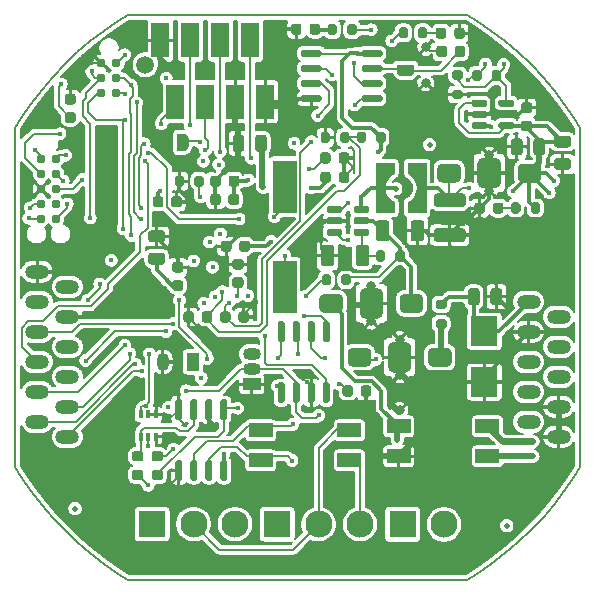
<source format=gbr>
G04 #@! TF.GenerationSoftware,KiCad,Pcbnew,5.1.12*
G04 #@! TF.CreationDate,2022-08-14T20:08:32+02:00*
G04 #@! TF.ProjectId,hec-base,6865632d-6261-4736-952e-6b696361645f,0001*
G04 #@! TF.SameCoordinates,PX4cec620PY8f8c0c0*
G04 #@! TF.FileFunction,Copper,L1,Top*
G04 #@! TF.FilePolarity,Positive*
%FSLAX46Y46*%
G04 Gerber Fmt 4.6, Leading zero omitted, Abs format (unit mm)*
G04 Created by KiCad (PCBNEW 5.1.12) date 2022-08-14 20:08:32*
%MOMM*%
%LPD*%
G01*
G04 APERTURE LIST*
G04 #@! TA.AperFunction,Profile*
%ADD10C,0.200000*%
G04 #@! TD*
G04 #@! TA.AperFunction,WasherPad*
%ADD11C,1.500000*%
G04 #@! TD*
G04 #@! TA.AperFunction,SMDPad,CuDef*
%ADD12R,1.500000X3.000000*%
G04 #@! TD*
G04 #@! TA.AperFunction,ComponentPad*
%ADD13C,0.800000*%
G04 #@! TD*
G04 #@! TA.AperFunction,ComponentPad*
%ADD14O,2.000000X1.200000*%
G04 #@! TD*
G04 #@! TA.AperFunction,SMDPad,CuDef*
%ADD15C,0.500000*%
G04 #@! TD*
G04 #@! TA.AperFunction,SMDPad,CuDef*
%ADD16R,2.300000X2.500000*%
G04 #@! TD*
G04 #@! TA.AperFunction,SMDPad,CuDef*
%ADD17R,0.400000X0.650000*%
G04 #@! TD*
G04 #@! TA.AperFunction,ComponentPad*
%ADD18R,1.500000X1.050000*%
G04 #@! TD*
G04 #@! TA.AperFunction,ComponentPad*
%ADD19O,1.500000X1.050000*%
G04 #@! TD*
G04 #@! TA.AperFunction,ComponentPad*
%ADD20R,1.050000X1.500000*%
G04 #@! TD*
G04 #@! TA.AperFunction,ComponentPad*
%ADD21O,1.050000X1.500000*%
G04 #@! TD*
G04 #@! TA.AperFunction,ComponentPad*
%ADD22C,2.300000*%
G04 #@! TD*
G04 #@! TA.AperFunction,ComponentPad*
%ADD23R,2.300000X2.300000*%
G04 #@! TD*
G04 #@! TA.AperFunction,SMDPad,CuDef*
%ADD24C,0.100000*%
G04 #@! TD*
G04 #@! TA.AperFunction,SMDPad,CuDef*
%ADD25R,2.000000X1.200000*%
G04 #@! TD*
G04 #@! TA.AperFunction,SMDPad,CuDef*
%ADD26R,2.000000X4.500000*%
G04 #@! TD*
G04 #@! TA.AperFunction,ConnectorPad*
%ADD27C,0.787400*%
G04 #@! TD*
G04 #@! TA.AperFunction,ViaPad*
%ADD28C,0.450000*%
G04 #@! TD*
G04 #@! TA.AperFunction,ViaPad*
%ADD29C,0.500000*%
G04 #@! TD*
G04 #@! TA.AperFunction,Conductor*
%ADD30C,0.200000*%
G04 #@! TD*
G04 #@! TA.AperFunction,Conductor*
%ADD31C,0.250000*%
G04 #@! TD*
G04 #@! TA.AperFunction,Conductor*
%ADD32C,0.300000*%
G04 #@! TD*
G04 #@! TA.AperFunction,Conductor*
%ADD33C,0.500000*%
G04 #@! TD*
G04 #@! TA.AperFunction,Conductor*
%ADD34C,0.100000*%
G04 #@! TD*
G04 APERTURE END LIST*
D10*
X47811560Y9541500D02*
X47811560Y38296900D01*
X47310460Y39114620D02*
X46483160Y40318400D01*
X9533860Y19200D02*
X38289260Y19200D01*
X512665Y8723800D02*
X1340000Y7520000D01*
X40310760Y46490760D02*
X39106960Y47318095D01*
X47310460Y8723800D02*
X47811560Y9541500D01*
X47811560Y38296900D02*
X47310460Y39114620D01*
X2229200Y41477230D02*
X1340000Y40318400D01*
X512665Y39114620D02*
X11566Y38296900D01*
X3177830Y42587930D02*
X2229200Y41477230D01*
X8716140Y520300D02*
X9533860Y19200D01*
X7512360Y46490760D02*
X6353530Y45601560D01*
X42580260Y44652930D02*
X41469560Y45601560D01*
X5242830Y3185500D02*
X6353530Y2236800D01*
X46483160Y40318400D02*
X45593960Y41477230D01*
X2229200Y6361200D02*
X3177830Y5250500D01*
X40310760Y1347600D02*
X41469560Y2236800D01*
X6353530Y45601560D02*
X5242830Y44652930D01*
X41469560Y45601560D02*
X40310760Y46490760D01*
X38289260Y19200D02*
X39106960Y520300D01*
X7512360Y1347600D02*
X8716140Y520300D01*
X45593960Y41477230D02*
X44645260Y42587930D01*
X46483160Y7520000D02*
X47310460Y8723800D01*
X3177830Y5250500D02*
X4183290Y4190900D01*
X1340000Y40318400D02*
X512665Y39114620D01*
X4183290Y43647470D02*
X3177830Y42587930D01*
X44645260Y42587930D02*
X43639860Y43647470D01*
X39106960Y520300D02*
X40310760Y1347600D01*
X44645260Y5250500D02*
X45593960Y6361200D01*
X41469560Y2236800D02*
X42580260Y3185500D01*
X4183290Y4190900D02*
X5242830Y3185500D01*
X8716140Y47318095D02*
X7512360Y46490760D01*
X43639860Y4190900D02*
X44645260Y5250500D01*
X42580260Y3185500D02*
X43639860Y4190900D01*
X11566Y9541500D02*
X512665Y8723800D01*
X43639860Y43647470D02*
X42580260Y44652930D01*
X45593960Y6361200D02*
X46483160Y7520000D01*
X5242830Y44652930D02*
X4183290Y43647470D01*
X39106960Y47318095D02*
X38289260Y47819194D01*
X6353530Y2236800D02*
X7512360Y1347600D01*
X38289260Y47819194D02*
X9533860Y47819194D01*
X11566Y38296900D02*
X11566Y9541500D01*
X9533860Y47819194D02*
X8716140Y47318095D01*
X1340000Y7520000D02*
X2229200Y6361200D01*
D11*
G04 #@! TO.P,J103,*
G04 #@! TO.N,*
X11023600Y43599100D03*
D12*
G04 #@! TO.P,J103,8*
G04 #@! TO.N,GNDD*
X12293600Y45691100D03*
G04 #@! TO.P,J103,7*
G04 #@! TO.N,/Microcontroller/PA3_GPIO_U2RX_AIN3*
X13563600Y40491100D03*
G04 #@! TO.P,J103,6*
G04 #@! TO.N,/Microcontroller/PA2_GPIO_U2TX_AIN2*
X14833600Y45691100D03*
G04 #@! TO.P,J103,5*
G04 #@! TO.N,/Microcontroller/PA1_GPIO_U2RTS_AIN1*
X16103600Y40491100D03*
G04 #@! TO.P,J103,4*
G04 #@! TO.N,/Microcontroller/PA0_GPIO_U2CTS_AIN0*
X17373600Y45691100D03*
G04 #@! TO.P,J103,3*
G04 #@! TO.N,GNDD*
X18643600Y40491100D03*
G04 #@! TO.P,J103,2*
G04 #@! TO.N,/Microcontroller/PB0_GPIO_AIN8*
X19913600Y45691100D03*
G04 #@! TO.P,J103,1*
G04 #@! TO.N,GNDD*
X21183600Y40491100D03*
G04 #@! TD*
D13*
G04 #@! TO.P,FL203,2*
G04 #@! TO.N,GNDD*
X34762440Y45091480D03*
X34762440Y42091480D03*
G04 #@! TD*
G04 #@! TO.P,FL502,2*
G04 #@! TO.N,GNDD*
X32562800Y14349600D03*
X32562800Y17349600D03*
G04 #@! TD*
G04 #@! TO.P,FL202,2*
G04 #@! TO.N,GNDD*
X40132000Y35942400D03*
X40132000Y32942400D03*
G04 #@! TA.AperFunction,SMDPad,CuDef*
G36*
G01*
X39132000Y33642400D02*
X39132000Y35242400D01*
G75*
G02*
X39632000Y35742400I500000J0D01*
G01*
X40632000Y35742400D01*
G75*
G02*
X41132000Y35242400I0J-500000D01*
G01*
X41132000Y33642400D01*
G75*
G02*
X40632000Y33142400I-500000J0D01*
G01*
X39632000Y33142400D01*
G75*
G02*
X39132000Y33642400I0J500000D01*
G01*
G37*
G04 #@! TD.AperFunction*
G04 #@! TO.P,FL202,3*
G04 #@! TO.N,+5V*
G04 #@! TA.AperFunction,SMDPad,CuDef*
G36*
G01*
X42532000Y34026400D02*
X42532000Y34858400D01*
G75*
G02*
X42916000Y35242400I384000J0D01*
G01*
X44148000Y35242400D01*
G75*
G02*
X44532000Y34858400I0J-384000D01*
G01*
X44532000Y34026400D01*
G75*
G02*
X44148000Y33642400I-384000J0D01*
G01*
X42916000Y33642400D01*
G75*
G02*
X42532000Y34026400I0J384000D01*
G01*
G37*
G04 #@! TD.AperFunction*
G04 #@! TO.P,FL202,1*
G04 #@! TO.N,Net-(C203-Pad1)*
G04 #@! TA.AperFunction,SMDPad,CuDef*
G36*
G01*
X35732000Y34026400D02*
X35732000Y34858400D01*
G75*
G02*
X36116000Y35242400I384000J0D01*
G01*
X37348000Y35242400D01*
G75*
G02*
X37732000Y34858400I0J-384000D01*
G01*
X37732000Y34026400D01*
G75*
G02*
X37348000Y33642400I-384000J0D01*
G01*
X36116000Y33642400D01*
G75*
G02*
X35732000Y34026400I0J384000D01*
G01*
G37*
G04 #@! TD.AperFunction*
G04 #@! TD*
G04 #@! TO.P,FL201,2*
G04 #@! TO.N,GNDD*
X30149800Y24906100D03*
X30149800Y21906100D03*
G04 #@! TA.AperFunction,SMDPad,CuDef*
G36*
G01*
X29149800Y22606100D02*
X29149800Y24206100D01*
G75*
G02*
X29649800Y24706100I500000J0D01*
G01*
X30649800Y24706100D01*
G75*
G02*
X31149800Y24206100I0J-500000D01*
G01*
X31149800Y22606100D01*
G75*
G02*
X30649800Y22106100I-500000J0D01*
G01*
X29649800Y22106100D01*
G75*
G02*
X29149800Y22606100I0J500000D01*
G01*
G37*
G04 #@! TD.AperFunction*
G04 #@! TO.P,FL201,3*
G04 #@! TO.N,/Stromversorgung/Vcc24V*
G04 #@! TA.AperFunction,SMDPad,CuDef*
G36*
G01*
X32549800Y22990100D02*
X32549800Y23822100D01*
G75*
G02*
X32933800Y24206100I384000J0D01*
G01*
X34165800Y24206100D01*
G75*
G02*
X34549800Y23822100I0J-384000D01*
G01*
X34549800Y22990100D01*
G75*
G02*
X34165800Y22606100I-384000J0D01*
G01*
X32933800Y22606100D01*
G75*
G02*
X32549800Y22990100I0J384000D01*
G01*
G37*
G04 #@! TD.AperFunction*
G04 #@! TO.P,FL201,1*
G04 #@! TO.N,+24V*
G04 #@! TA.AperFunction,SMDPad,CuDef*
G36*
G01*
X25749800Y22990100D02*
X25749800Y23822100D01*
G75*
G02*
X26133800Y24206100I384000J0D01*
G01*
X27365800Y24206100D01*
G75*
G02*
X27749800Y23822100I0J-384000D01*
G01*
X27749800Y22990100D01*
G75*
G02*
X27365800Y22606100I-384000J0D01*
G01*
X26133800Y22606100D01*
G75*
G02*
X25749800Y22990100I0J384000D01*
G01*
G37*
G04 #@! TD.AperFunction*
G04 #@! TD*
G04 #@! TO.P,FL501,2*
G04 #@! TO.N,GNDD*
X32550100Y20346800D03*
X32550100Y17346800D03*
G04 #@! TA.AperFunction,SMDPad,CuDef*
G36*
G01*
X31550100Y18046800D02*
X31550100Y19646800D01*
G75*
G02*
X32050100Y20146800I500000J0D01*
G01*
X33050100Y20146800D01*
G75*
G02*
X33550100Y19646800I0J-500000D01*
G01*
X33550100Y18046800D01*
G75*
G02*
X33050100Y17546800I-500000J0D01*
G01*
X32050100Y17546800D01*
G75*
G02*
X31550100Y18046800I0J500000D01*
G01*
G37*
G04 #@! TD.AperFunction*
G04 #@! TO.P,FL501,3*
G04 #@! TO.N,Net-(FL501-Pad3)*
G04 #@! TA.AperFunction,SMDPad,CuDef*
G36*
G01*
X34950100Y18430800D02*
X34950100Y19262800D01*
G75*
G02*
X35334100Y19646800I384000J0D01*
G01*
X36566100Y19646800D01*
G75*
G02*
X36950100Y19262800I0J-384000D01*
G01*
X36950100Y18430800D01*
G75*
G02*
X36566100Y18046800I-384000J0D01*
G01*
X35334100Y18046800D01*
G75*
G02*
X34950100Y18430800I0J384000D01*
G01*
G37*
G04 #@! TD.AperFunction*
G04 #@! TO.P,FL501,1*
G04 #@! TO.N,+5V*
G04 #@! TA.AperFunction,SMDPad,CuDef*
G36*
G01*
X28150100Y18430800D02*
X28150100Y19262800D01*
G75*
G02*
X28534100Y19646800I384000J0D01*
G01*
X29766100Y19646800D01*
G75*
G02*
X30150100Y19262800I0J-384000D01*
G01*
X30150100Y18430800D01*
G75*
G02*
X29766100Y18046800I-384000J0D01*
G01*
X28534100Y18046800D01*
G75*
G02*
X28150100Y18430800I0J384000D01*
G01*
G37*
G04 #@! TD.AperFunction*
G04 #@! TD*
D14*
G04 #@! TO.P,J102,10*
G04 #@! TO.N,/1WirePower*
X43460000Y23530000D03*
G04 #@! TO.P,J102,9*
G04 #@! TO.N,/1WireIO*
X46000000Y22260000D03*
G04 #@! TO.P,J102,8*
G04 #@! TO.N,GNDD*
X43460000Y20990000D03*
G04 #@! TO.P,J102,7*
G04 #@! TO.N,N/C*
X46000000Y19720000D03*
G04 #@! TO.P,J102,6*
X43460000Y18450000D03*
G04 #@! TO.P,J102,5*
X46000000Y17180000D03*
G04 #@! TO.P,J102,4*
X43460000Y15910000D03*
G04 #@! TO.P,J102,3*
G04 #@! TO.N,GNDD*
X46000000Y14640000D03*
G04 #@! TO.P,J102,2*
G04 #@! TO.N,+24V*
X43460000Y13370000D03*
G04 #@! TO.P,J102,1*
G04 #@! TO.N,GNDD*
X46000000Y12100000D03*
G04 #@! TD*
G04 #@! TO.P,R208,2*
G04 #@! TO.N,/Stromversorgung/Vcc24V*
G04 #@! TA.AperFunction,SMDPad,CuDef*
G36*
G01*
X27603000Y25125000D02*
X27603000Y25675000D01*
G75*
G02*
X27803000Y25875000I200000J0D01*
G01*
X28203000Y25875000D01*
G75*
G02*
X28403000Y25675000I0J-200000D01*
G01*
X28403000Y25125000D01*
G75*
G02*
X28203000Y24925000I-200000J0D01*
G01*
X27803000Y24925000D01*
G75*
G02*
X27603000Y25125000I0J200000D01*
G01*
G37*
G04 #@! TD.AperFunction*
G04 #@! TO.P,R208,1*
G04 #@! TO.N,/Stromversorgung/Vcc24VSNS_1.25Vref*
G04 #@! TA.AperFunction,SMDPad,CuDef*
G36*
G01*
X25953000Y25125000D02*
X25953000Y25675000D01*
G75*
G02*
X26153000Y25875000I200000J0D01*
G01*
X26553000Y25875000D01*
G75*
G02*
X26753000Y25675000I0J-200000D01*
G01*
X26753000Y25125000D01*
G75*
G02*
X26553000Y24925000I-200000J0D01*
G01*
X26153000Y24925000D01*
G75*
G02*
X25953000Y25125000I0J200000D01*
G01*
G37*
G04 #@! TD.AperFunction*
G04 #@! TD*
D15*
G04 #@! TO.P,FID106,*
G04 #@! TO.N,*
X35077400Y36842700D03*
G04 #@! TD*
G04 #@! TO.P,FID104,*
G04 #@! TO.N,*
X41617900Y4584700D03*
G04 #@! TD*
G04 #@! TO.P,FID102,*
G04 #@! TO.N,*
X5067300Y6032500D03*
G04 #@! TD*
G04 #@! TO.P,D202,2*
G04 #@! TO.N,Net-(D202-Pad2)*
G04 #@! TA.AperFunction,SMDPad,CuDef*
G36*
G01*
X40456600Y31214350D02*
X40456600Y31726850D01*
G75*
G02*
X40675350Y31945600I218750J0D01*
G01*
X41112850Y31945600D01*
G75*
G02*
X41331600Y31726850I0J-218750D01*
G01*
X41331600Y31214350D01*
G75*
G02*
X41112850Y30995600I-218750J0D01*
G01*
X40675350Y30995600D01*
G75*
G02*
X40456600Y31214350I0J218750D01*
G01*
G37*
G04 #@! TD.AperFunction*
G04 #@! TO.P,D202,1*
G04 #@! TO.N,GNDD*
G04 #@! TA.AperFunction,SMDPad,CuDef*
G36*
G01*
X38881600Y31214350D02*
X38881600Y31726850D01*
G75*
G02*
X39100350Y31945600I218750J0D01*
G01*
X39537850Y31945600D01*
G75*
G02*
X39756600Y31726850I0J-218750D01*
G01*
X39756600Y31214350D01*
G75*
G02*
X39537850Y30995600I-218750J0D01*
G01*
X39100350Y30995600D01*
G75*
G02*
X38881600Y31214350I0J218750D01*
G01*
G37*
G04 #@! TD.AperFunction*
G04 #@! TD*
G04 #@! TO.P,C202,2*
G04 #@! TO.N,Net-(C202-Pad2)*
G04 #@! TA.AperFunction,SMDPad,CuDef*
G36*
G01*
X28814600Y26807399D02*
X28814600Y28107401D01*
G75*
G02*
X29064599Y28357400I249999J0D01*
G01*
X29714601Y28357400D01*
G75*
G02*
X29964600Y28107401I0J-249999D01*
G01*
X29964600Y26807399D01*
G75*
G02*
X29714601Y26557400I-249999J0D01*
G01*
X29064599Y26557400D01*
G75*
G02*
X28814600Y26807399I0J249999D01*
G01*
G37*
G04 #@! TD.AperFunction*
G04 #@! TO.P,C202,1*
G04 #@! TO.N,GNDD*
G04 #@! TA.AperFunction,SMDPad,CuDef*
G36*
G01*
X25864600Y26807399D02*
X25864600Y28107401D01*
G75*
G02*
X26114599Y28357400I249999J0D01*
G01*
X26764601Y28357400D01*
G75*
G02*
X27014600Y28107401I0J-249999D01*
G01*
X27014600Y26807399D01*
G75*
G02*
X26764601Y26557400I-249999J0D01*
G01*
X26114599Y26557400D01*
G75*
G02*
X25864600Y26807399I0J249999D01*
G01*
G37*
G04 #@! TD.AperFunction*
G04 #@! TD*
G04 #@! TO.P,C203,2*
G04 #@! TO.N,GNDD*
G04 #@! TA.AperFunction,SMDPad,CuDef*
G36*
G01*
X35691899Y29770500D02*
X37891901Y29770500D01*
G75*
G02*
X38141900Y29520501I0J-249999D01*
G01*
X38141900Y28870499D01*
G75*
G02*
X37891901Y28620500I-249999J0D01*
G01*
X35691899Y28620500D01*
G75*
G02*
X35441900Y28870499I0J249999D01*
G01*
X35441900Y29520501D01*
G75*
G02*
X35691899Y29770500I249999J0D01*
G01*
G37*
G04 #@! TD.AperFunction*
G04 #@! TO.P,C203,1*
G04 #@! TO.N,Net-(C203-Pad1)*
G04 #@! TA.AperFunction,SMDPad,CuDef*
G36*
G01*
X35691899Y32720500D02*
X37891901Y32720500D01*
G75*
G02*
X38141900Y32470501I0J-249999D01*
G01*
X38141900Y31820499D01*
G75*
G02*
X37891901Y31570500I-249999J0D01*
G01*
X35691899Y31570500D01*
G75*
G02*
X35441900Y31820499I0J249999D01*
G01*
X35441900Y32470501D01*
G75*
G02*
X35691899Y32720500I249999J0D01*
G01*
G37*
G04 #@! TD.AperFunction*
G04 #@! TD*
G04 #@! TO.P,C204,2*
G04 #@! TO.N,GNDD*
G04 #@! TA.AperFunction,SMDPad,CuDef*
G36*
G01*
X33477300Y28902899D02*
X33477300Y30202901D01*
G75*
G02*
X33727299Y30452900I249999J0D01*
G01*
X34377301Y30452900D01*
G75*
G02*
X34627300Y30202901I0J-249999D01*
G01*
X34627300Y28902899D01*
G75*
G02*
X34377301Y28652900I-249999J0D01*
G01*
X33727299Y28652900D01*
G75*
G02*
X33477300Y28902899I0J249999D01*
G01*
G37*
G04 #@! TD.AperFunction*
G04 #@! TO.P,C204,1*
G04 #@! TO.N,/Stromversorgung/Vcc24V*
G04 #@! TA.AperFunction,SMDPad,CuDef*
G36*
G01*
X30527300Y28902899D02*
X30527300Y30202901D01*
G75*
G02*
X30777299Y30452900I249999J0D01*
G01*
X31427301Y30452900D01*
G75*
G02*
X31677300Y30202901I0J-249999D01*
G01*
X31677300Y28902899D01*
G75*
G02*
X31427301Y28652900I-249999J0D01*
G01*
X30777299Y28652900D01*
G75*
G02*
X30527300Y28902899I0J249999D01*
G01*
G37*
G04 #@! TD.AperFunction*
G04 #@! TD*
G04 #@! TO.P,C205,2*
G04 #@! TO.N,+5V*
G04 #@! TA.AperFunction,SMDPad,CuDef*
G36*
G01*
X43044300Y38874820D02*
X43544300Y38874820D01*
G75*
G02*
X43769300Y38649820I0J-225000D01*
G01*
X43769300Y38199820D01*
G75*
G02*
X43544300Y37974820I-225000J0D01*
G01*
X43044300Y37974820D01*
G75*
G02*
X42819300Y38199820I0J225000D01*
G01*
X42819300Y38649820D01*
G75*
G02*
X43044300Y38874820I225000J0D01*
G01*
G37*
G04 #@! TD.AperFunction*
G04 #@! TO.P,C205,1*
G04 #@! TO.N,GNDD*
G04 #@! TA.AperFunction,SMDPad,CuDef*
G36*
G01*
X43044300Y40424820D02*
X43544300Y40424820D01*
G75*
G02*
X43769300Y40199820I0J-225000D01*
G01*
X43769300Y39749820D01*
G75*
G02*
X43544300Y39524820I-225000J0D01*
G01*
X43044300Y39524820D01*
G75*
G02*
X42819300Y39749820I0J225000D01*
G01*
X42819300Y40199820D01*
G75*
G02*
X43044300Y40424820I225000J0D01*
G01*
G37*
G04 #@! TD.AperFunction*
G04 #@! TD*
G04 #@! TO.P,C206,2*
G04 #@! TO.N,+5V*
G04 #@! TA.AperFunction,SMDPad,CuDef*
G36*
G01*
X43873840Y36182280D02*
X43873840Y37132280D01*
G75*
G02*
X44123840Y37382280I250000J0D01*
G01*
X44623840Y37382280D01*
G75*
G02*
X44873840Y37132280I0J-250000D01*
G01*
X44873840Y36182280D01*
G75*
G02*
X44623840Y35932280I-250000J0D01*
G01*
X44123840Y35932280D01*
G75*
G02*
X43873840Y36182280I0J250000D01*
G01*
G37*
G04 #@! TD.AperFunction*
G04 #@! TO.P,C206,1*
G04 #@! TO.N,GNDD*
G04 #@! TA.AperFunction,SMDPad,CuDef*
G36*
G01*
X41973840Y36182280D02*
X41973840Y37132280D01*
G75*
G02*
X42223840Y37382280I250000J0D01*
G01*
X42723840Y37382280D01*
G75*
G02*
X42973840Y37132280I0J-250000D01*
G01*
X42973840Y36182280D01*
G75*
G02*
X42723840Y35932280I-250000J0D01*
G01*
X42223840Y35932280D01*
G75*
G02*
X41973840Y36182280I0J250000D01*
G01*
G37*
G04 #@! TD.AperFunction*
G04 #@! TD*
G04 #@! TO.P,C207,2*
G04 #@! TO.N,+5V*
G04 #@! TA.AperFunction,SMDPad,CuDef*
G36*
G01*
X46809680Y36599280D02*
X45859680Y36599280D01*
G75*
G02*
X45609680Y36849280I0J250000D01*
G01*
X45609680Y37349280D01*
G75*
G02*
X45859680Y37599280I250000J0D01*
G01*
X46809680Y37599280D01*
G75*
G02*
X47059680Y37349280I0J-250000D01*
G01*
X47059680Y36849280D01*
G75*
G02*
X46809680Y36599280I-250000J0D01*
G01*
G37*
G04 #@! TD.AperFunction*
G04 #@! TO.P,C207,1*
G04 #@! TO.N,GNDD*
G04 #@! TA.AperFunction,SMDPad,CuDef*
G36*
G01*
X46809680Y34699280D02*
X45859680Y34699280D01*
G75*
G02*
X45609680Y34949280I0J250000D01*
G01*
X45609680Y35449280D01*
G75*
G02*
X45859680Y35699280I250000J0D01*
G01*
X46809680Y35699280D01*
G75*
G02*
X47059680Y35449280I0J-250000D01*
G01*
X47059680Y34949280D01*
G75*
G02*
X46809680Y34699280I-250000J0D01*
G01*
G37*
G04 #@! TD.AperFunction*
G04 #@! TD*
G04 #@! TO.P,C214,2*
G04 #@! TO.N,/Stromversorgung/Vcc24VSNS_1.25Vref*
G04 #@! TA.AperFunction,SMDPad,CuDef*
G36*
G01*
X18606960Y25623640D02*
X19106960Y25623640D01*
G75*
G02*
X19331960Y25398640I0J-225000D01*
G01*
X19331960Y24948640D01*
G75*
G02*
X19106960Y24723640I-225000J0D01*
G01*
X18606960Y24723640D01*
G75*
G02*
X18381960Y24948640I0J225000D01*
G01*
X18381960Y25398640D01*
G75*
G02*
X18606960Y25623640I225000J0D01*
G01*
G37*
G04 #@! TD.AperFunction*
G04 #@! TO.P,C214,1*
G04 #@! TO.N,GNDD*
G04 #@! TA.AperFunction,SMDPad,CuDef*
G36*
G01*
X18606960Y27173640D02*
X19106960Y27173640D01*
G75*
G02*
X19331960Y26948640I0J-225000D01*
G01*
X19331960Y26498640D01*
G75*
G02*
X19106960Y26273640I-225000J0D01*
G01*
X18606960Y26273640D01*
G75*
G02*
X18381960Y26498640I0J225000D01*
G01*
X18381960Y26948640D01*
G75*
G02*
X18606960Y27173640I225000J0D01*
G01*
G37*
G04 #@! TD.AperFunction*
G04 #@! TD*
G04 #@! TO.P,C215,2*
G04 #@! TO.N,Net-(C215-Pad2)*
G04 #@! TA.AperFunction,SMDPad,CuDef*
G36*
G01*
X37205800Y44492100D02*
X37205800Y44992100D01*
G75*
G02*
X37430800Y45217100I225000J0D01*
G01*
X37880800Y45217100D01*
G75*
G02*
X38105800Y44992100I0J-225000D01*
G01*
X38105800Y44492100D01*
G75*
G02*
X37880800Y44267100I-225000J0D01*
G01*
X37430800Y44267100D01*
G75*
G02*
X37205800Y44492100I0J225000D01*
G01*
G37*
G04 #@! TD.AperFunction*
G04 #@! TO.P,C215,1*
G04 #@! TO.N,GNDD*
G04 #@! TA.AperFunction,SMDPad,CuDef*
G36*
G01*
X35655800Y44492100D02*
X35655800Y44992100D01*
G75*
G02*
X35880800Y45217100I225000J0D01*
G01*
X36330800Y45217100D01*
G75*
G02*
X36555800Y44992100I0J-225000D01*
G01*
X36555800Y44492100D01*
G75*
G02*
X36330800Y44267100I-225000J0D01*
G01*
X35880800Y44267100D01*
G75*
G02*
X35655800Y44492100I0J225000D01*
G01*
G37*
G04 #@! TD.AperFunction*
G04 #@! TD*
G04 #@! TO.P,C216,2*
G04 #@! TO.N,+3V3*
G04 #@! TA.AperFunction,SMDPad,CuDef*
G36*
G01*
X18066900Y33506600D02*
X18066900Y34006600D01*
G75*
G02*
X18291900Y34231600I225000J0D01*
G01*
X18741900Y34231600D01*
G75*
G02*
X18966900Y34006600I0J-225000D01*
G01*
X18966900Y33506600D01*
G75*
G02*
X18741900Y33281600I-225000J0D01*
G01*
X18291900Y33281600D01*
G75*
G02*
X18066900Y33506600I0J225000D01*
G01*
G37*
G04 #@! TD.AperFunction*
G04 #@! TO.P,C216,1*
G04 #@! TO.N,GNDD*
G04 #@! TA.AperFunction,SMDPad,CuDef*
G36*
G01*
X16516900Y33506600D02*
X16516900Y34006600D01*
G75*
G02*
X16741900Y34231600I225000J0D01*
G01*
X17191900Y34231600D01*
G75*
G02*
X17416900Y34006600I0J-225000D01*
G01*
X17416900Y33506600D01*
G75*
G02*
X17191900Y33281600I-225000J0D01*
G01*
X16741900Y33281600D01*
G75*
G02*
X16516900Y33506600I0J225000D01*
G01*
G37*
G04 #@! TD.AperFunction*
G04 #@! TD*
G04 #@! TO.P,C217,2*
G04 #@! TO.N,+3V3*
G04 #@! TA.AperFunction,SMDPad,CuDef*
G36*
G01*
X12552800Y32254000D02*
X12552800Y31754000D01*
G75*
G02*
X12327800Y31529000I-225000J0D01*
G01*
X11877800Y31529000D01*
G75*
G02*
X11652800Y31754000I0J225000D01*
G01*
X11652800Y32254000D01*
G75*
G02*
X11877800Y32479000I225000J0D01*
G01*
X12327800Y32479000D01*
G75*
G02*
X12552800Y32254000I0J-225000D01*
G01*
G37*
G04 #@! TD.AperFunction*
G04 #@! TO.P,C217,1*
G04 #@! TO.N,GNDD*
G04 #@! TA.AperFunction,SMDPad,CuDef*
G36*
G01*
X14102800Y32254000D02*
X14102800Y31754000D01*
G75*
G02*
X13877800Y31529000I-225000J0D01*
G01*
X13427800Y31529000D01*
G75*
G02*
X13202800Y31754000I0J225000D01*
G01*
X13202800Y32254000D01*
G75*
G02*
X13427800Y32479000I225000J0D01*
G01*
X13877800Y32479000D01*
G75*
G02*
X14102800Y32254000I0J-225000D01*
G01*
G37*
G04 #@! TD.AperFunction*
G04 #@! TD*
G04 #@! TO.P,C218,2*
G04 #@! TO.N,+3V3*
G04 #@! TA.AperFunction,SMDPad,CuDef*
G36*
G01*
X20300100Y36482000D02*
X20300100Y37432000D01*
G75*
G02*
X20550100Y37682000I250000J0D01*
G01*
X21050100Y37682000D01*
G75*
G02*
X21300100Y37432000I0J-250000D01*
G01*
X21300100Y36482000D01*
G75*
G02*
X21050100Y36232000I-250000J0D01*
G01*
X20550100Y36232000D01*
G75*
G02*
X20300100Y36482000I0J250000D01*
G01*
G37*
G04 #@! TD.AperFunction*
G04 #@! TO.P,C218,1*
G04 #@! TO.N,GNDD*
G04 #@! TA.AperFunction,SMDPad,CuDef*
G36*
G01*
X18400100Y36482000D02*
X18400100Y37432000D01*
G75*
G02*
X18650100Y37682000I250000J0D01*
G01*
X19150100Y37682000D01*
G75*
G02*
X19400100Y37432000I0J-250000D01*
G01*
X19400100Y36482000D01*
G75*
G02*
X19150100Y36232000I-250000J0D01*
G01*
X18650100Y36232000D01*
G75*
G02*
X18400100Y36482000I0J250000D01*
G01*
G37*
G04 #@! TD.AperFunction*
G04 #@! TD*
G04 #@! TO.P,C219,2*
G04 #@! TO.N,+3V3*
G04 #@! TA.AperFunction,SMDPad,CuDef*
G36*
G01*
X11501100Y27690700D02*
X12451100Y27690700D01*
G75*
G02*
X12701100Y27440700I0J-250000D01*
G01*
X12701100Y26940700D01*
G75*
G02*
X12451100Y26690700I-250000J0D01*
G01*
X11501100Y26690700D01*
G75*
G02*
X11251100Y26940700I0J250000D01*
G01*
X11251100Y27440700D01*
G75*
G02*
X11501100Y27690700I250000J0D01*
G01*
G37*
G04 #@! TD.AperFunction*
G04 #@! TO.P,C219,1*
G04 #@! TO.N,GNDD*
G04 #@! TA.AperFunction,SMDPad,CuDef*
G36*
G01*
X11501100Y29590700D02*
X12451100Y29590700D01*
G75*
G02*
X12701100Y29340700I0J-250000D01*
G01*
X12701100Y28840700D01*
G75*
G02*
X12451100Y28590700I-250000J0D01*
G01*
X11501100Y28590700D01*
G75*
G02*
X11251100Y28840700I0J250000D01*
G01*
X11251100Y29340700D01*
G75*
G02*
X11501100Y29590700I250000J0D01*
G01*
G37*
G04 #@! TD.AperFunction*
G04 #@! TD*
G04 #@! TO.P,C220,2*
G04 #@! TO.N,+3V3*
G04 #@! TA.AperFunction,SMDPad,CuDef*
G36*
G01*
X18054200Y31957200D02*
X18054200Y32457200D01*
G75*
G02*
X18279200Y32682200I225000J0D01*
G01*
X18729200Y32682200D01*
G75*
G02*
X18954200Y32457200I0J-225000D01*
G01*
X18954200Y31957200D01*
G75*
G02*
X18729200Y31732200I-225000J0D01*
G01*
X18279200Y31732200D01*
G75*
G02*
X18054200Y31957200I0J225000D01*
G01*
G37*
G04 #@! TD.AperFunction*
G04 #@! TO.P,C220,1*
G04 #@! TO.N,GNDD*
G04 #@! TA.AperFunction,SMDPad,CuDef*
G36*
G01*
X16504200Y31957200D02*
X16504200Y32457200D01*
G75*
G02*
X16729200Y32682200I225000J0D01*
G01*
X17179200Y32682200D01*
G75*
G02*
X17404200Y32457200I0J-225000D01*
G01*
X17404200Y31957200D01*
G75*
G02*
X17179200Y31732200I-225000J0D01*
G01*
X16729200Y31732200D01*
G75*
G02*
X16504200Y31957200I0J225000D01*
G01*
G37*
G04 #@! TD.AperFunction*
G04 #@! TD*
G04 #@! TO.P,C221,2*
G04 #@! TO.N,+3V3*
G04 #@! TA.AperFunction,SMDPad,CuDef*
G36*
G01*
X18968600Y27994800D02*
X18968600Y28494800D01*
G75*
G02*
X19193600Y28719800I225000J0D01*
G01*
X19643600Y28719800D01*
G75*
G02*
X19868600Y28494800I0J-225000D01*
G01*
X19868600Y27994800D01*
G75*
G02*
X19643600Y27769800I-225000J0D01*
G01*
X19193600Y27769800D01*
G75*
G02*
X18968600Y27994800I0J225000D01*
G01*
G37*
G04 #@! TD.AperFunction*
G04 #@! TO.P,C221,1*
G04 #@! TO.N,GNDD*
G04 #@! TA.AperFunction,SMDPad,CuDef*
G36*
G01*
X17418600Y27994800D02*
X17418600Y28494800D01*
G75*
G02*
X17643600Y28719800I225000J0D01*
G01*
X18093600Y28719800D01*
G75*
G02*
X18318600Y28494800I0J-225000D01*
G01*
X18318600Y27994800D01*
G75*
G02*
X18093600Y27769800I-225000J0D01*
G01*
X17643600Y27769800D01*
G75*
G02*
X17418600Y27994800I0J225000D01*
G01*
G37*
G04 #@! TD.AperFunction*
G04 #@! TD*
G04 #@! TO.P,C222,2*
G04 #@! TO.N,+3V3*
G04 #@! TA.AperFunction,SMDPad,CuDef*
G36*
G01*
X13504100Y25367100D02*
X14004100Y25367100D01*
G75*
G02*
X14229100Y25142100I0J-225000D01*
G01*
X14229100Y24692100D01*
G75*
G02*
X14004100Y24467100I-225000J0D01*
G01*
X13504100Y24467100D01*
G75*
G02*
X13279100Y24692100I0J225000D01*
G01*
X13279100Y25142100D01*
G75*
G02*
X13504100Y25367100I225000J0D01*
G01*
G37*
G04 #@! TD.AperFunction*
G04 #@! TO.P,C222,1*
G04 #@! TO.N,GNDD*
G04 #@! TA.AperFunction,SMDPad,CuDef*
G36*
G01*
X13504100Y26917100D02*
X14004100Y26917100D01*
G75*
G02*
X14229100Y26692100I0J-225000D01*
G01*
X14229100Y26242100D01*
G75*
G02*
X14004100Y26017100I-225000J0D01*
G01*
X13504100Y26017100D01*
G75*
G02*
X13279100Y26242100I0J225000D01*
G01*
X13279100Y26692100D01*
G75*
G02*
X13504100Y26917100I225000J0D01*
G01*
G37*
G04 #@! TD.AperFunction*
G04 #@! TD*
G04 #@! TO.P,C223,2*
G04 #@! TO.N,/Stromversorgung/Vcc5VSNS_1.20Vref*
G04 #@! TA.AperFunction,SMDPad,CuDef*
G36*
G01*
X15793600Y22013100D02*
X15793600Y22513100D01*
G75*
G02*
X16018600Y22738100I225000J0D01*
G01*
X16468600Y22738100D01*
G75*
G02*
X16693600Y22513100I0J-225000D01*
G01*
X16693600Y22013100D01*
G75*
G02*
X16468600Y21788100I-225000J0D01*
G01*
X16018600Y21788100D01*
G75*
G02*
X15793600Y22013100I0J225000D01*
G01*
G37*
G04 #@! TD.AperFunction*
G04 #@! TO.P,C223,1*
G04 #@! TO.N,GNDD*
G04 #@! TA.AperFunction,SMDPad,CuDef*
G36*
G01*
X14243600Y22013100D02*
X14243600Y22513100D01*
G75*
G02*
X14468600Y22738100I225000J0D01*
G01*
X14918600Y22738100D01*
G75*
G02*
X15143600Y22513100I0J-225000D01*
G01*
X15143600Y22013100D01*
G75*
G02*
X14918600Y21788100I-225000J0D01*
G01*
X14468600Y21788100D01*
G75*
G02*
X14243600Y22013100I0J225000D01*
G01*
G37*
G04 #@! TD.AperFunction*
G04 #@! TD*
G04 #@! TO.P,C224,2*
G04 #@! TO.N,/Stromversorgung/Vcc3V3SNS_1.20Vref*
G04 #@! TA.AperFunction,SMDPad,CuDef*
G36*
G01*
X18242400Y22500400D02*
X18242400Y22000400D01*
G75*
G02*
X18017400Y21775400I-225000J0D01*
G01*
X17567400Y21775400D01*
G75*
G02*
X17342400Y22000400I0J225000D01*
G01*
X17342400Y22500400D01*
G75*
G02*
X17567400Y22725400I225000J0D01*
G01*
X18017400Y22725400D01*
G75*
G02*
X18242400Y22500400I0J-225000D01*
G01*
G37*
G04 #@! TD.AperFunction*
G04 #@! TO.P,C224,1*
G04 #@! TO.N,GNDD*
G04 #@! TA.AperFunction,SMDPad,CuDef*
G36*
G01*
X19792400Y22500400D02*
X19792400Y22000400D01*
G75*
G02*
X19567400Y21775400I-225000J0D01*
G01*
X19117400Y21775400D01*
G75*
G02*
X18892400Y22000400I0J225000D01*
G01*
X18892400Y22500400D01*
G75*
G02*
X19117400Y22725400I225000J0D01*
G01*
X19567400Y22725400D01*
G75*
G02*
X19792400Y22500400I0J-225000D01*
G01*
G37*
G04 #@! TD.AperFunction*
G04 #@! TD*
G04 #@! TO.P,C401,2*
G04 #@! TO.N,GNDD*
G04 #@! TA.AperFunction,SMDPad,CuDef*
G36*
G01*
X4910900Y40241100D02*
X4410900Y40241100D01*
G75*
G02*
X4185900Y40466100I0J225000D01*
G01*
X4185900Y40916100D01*
G75*
G02*
X4410900Y41141100I225000J0D01*
G01*
X4910900Y41141100D01*
G75*
G02*
X5135900Y40916100I0J-225000D01*
G01*
X5135900Y40466100D01*
G75*
G02*
X4910900Y40241100I-225000J0D01*
G01*
G37*
G04 #@! TD.AperFunction*
G04 #@! TO.P,C401,1*
G04 #@! TO.N,+3V3*
G04 #@! TA.AperFunction,SMDPad,CuDef*
G36*
G01*
X4910900Y38691100D02*
X4410900Y38691100D01*
G75*
G02*
X4185900Y38916100I0J225000D01*
G01*
X4185900Y39366100D01*
G75*
G02*
X4410900Y39591100I225000J0D01*
G01*
X4910900Y39591100D01*
G75*
G02*
X5135900Y39366100I0J-225000D01*
G01*
X5135900Y38916100D01*
G75*
G02*
X4910900Y38691100I-225000J0D01*
G01*
G37*
G04 #@! TD.AperFunction*
G04 #@! TD*
G04 #@! TO.P,C502,2*
G04 #@! TO.N,GNDD*
G04 #@! TA.AperFunction,SMDPad,CuDef*
G36*
G01*
X40226400Y23502600D02*
X40226400Y24452600D01*
G75*
G02*
X40476400Y24702600I250000J0D01*
G01*
X40976400Y24702600D01*
G75*
G02*
X41226400Y24452600I0J-250000D01*
G01*
X41226400Y23502600D01*
G75*
G02*
X40976400Y23252600I-250000J0D01*
G01*
X40476400Y23252600D01*
G75*
G02*
X40226400Y23502600I0J250000D01*
G01*
G37*
G04 #@! TD.AperFunction*
G04 #@! TO.P,C502,1*
G04 #@! TO.N,/1WirePower*
G04 #@! TA.AperFunction,SMDPad,CuDef*
G36*
G01*
X38326400Y23502600D02*
X38326400Y24452600D01*
G75*
G02*
X38576400Y24702600I250000J0D01*
G01*
X39076400Y24702600D01*
G75*
G02*
X39326400Y24452600I0J-250000D01*
G01*
X39326400Y23502600D01*
G75*
G02*
X39076400Y23252600I-250000J0D01*
G01*
X38576400Y23252600D01*
G75*
G02*
X38326400Y23502600I0J250000D01*
G01*
G37*
G04 #@! TD.AperFunction*
G04 #@! TD*
G04 #@! TO.P,C503,2*
G04 #@! TO.N,GNDD*
G04 #@! TA.AperFunction,SMDPad,CuDef*
G36*
G01*
X29255300Y15739300D02*
X29255300Y16239300D01*
G75*
G02*
X29480300Y16464300I225000J0D01*
G01*
X29930300Y16464300D01*
G75*
G02*
X30155300Y16239300I0J-225000D01*
G01*
X30155300Y15739300D01*
G75*
G02*
X29930300Y15514300I-225000J0D01*
G01*
X29480300Y15514300D01*
G75*
G02*
X29255300Y15739300I0J225000D01*
G01*
G37*
G04 #@! TD.AperFunction*
G04 #@! TO.P,C503,1*
G04 #@! TO.N,/One-Wire-Devices/1Wire_5V*
G04 #@! TA.AperFunction,SMDPad,CuDef*
G36*
G01*
X27705300Y15739300D02*
X27705300Y16239300D01*
G75*
G02*
X27930300Y16464300I225000J0D01*
G01*
X28380300Y16464300D01*
G75*
G02*
X28605300Y16239300I0J-225000D01*
G01*
X28605300Y15739300D01*
G75*
G02*
X28380300Y15514300I-225000J0D01*
G01*
X27930300Y15514300D01*
G75*
G02*
X27705300Y15739300I0J225000D01*
G01*
G37*
G04 #@! TD.AperFunction*
G04 #@! TD*
G04 #@! TO.P,D203,2*
G04 #@! TO.N,Net-(D203-Pad2)*
G04 #@! TA.AperFunction,SMDPad,CuDef*
G36*
G01*
X36480000Y46547750D02*
X36480000Y46035250D01*
G75*
G02*
X36261250Y45816500I-218750J0D01*
G01*
X35823750Y45816500D01*
G75*
G02*
X35605000Y46035250I0J218750D01*
G01*
X35605000Y46547750D01*
G75*
G02*
X35823750Y46766500I218750J0D01*
G01*
X36261250Y46766500D01*
G75*
G02*
X36480000Y46547750I0J-218750D01*
G01*
G37*
G04 #@! TD.AperFunction*
G04 #@! TO.P,D203,1*
G04 #@! TO.N,GNDD*
G04 #@! TA.AperFunction,SMDPad,CuDef*
G36*
G01*
X38055000Y46547750D02*
X38055000Y46035250D01*
G75*
G02*
X37836250Y45816500I-218750J0D01*
G01*
X37398750Y45816500D01*
G75*
G02*
X37180000Y46035250I0J218750D01*
G01*
X37180000Y46547750D01*
G75*
G02*
X37398750Y46766500I218750J0D01*
G01*
X37836250Y46766500D01*
G75*
G02*
X38055000Y46547750I0J-218750D01*
G01*
G37*
G04 #@! TD.AperFunction*
G04 #@! TD*
G04 #@! TO.P,D204,2*
G04 #@! TO.N,Net-(D204-Pad2)*
G04 #@! TA.AperFunction,SMDPad,CuDef*
G36*
G01*
X24937200Y46365450D02*
X24937200Y46877950D01*
G75*
G02*
X25155950Y47096700I218750J0D01*
G01*
X25593450Y47096700D01*
G75*
G02*
X25812200Y46877950I0J-218750D01*
G01*
X25812200Y46365450D01*
G75*
G02*
X25593450Y46146700I-218750J0D01*
G01*
X25155950Y46146700D01*
G75*
G02*
X24937200Y46365450I0J218750D01*
G01*
G37*
G04 #@! TD.AperFunction*
G04 #@! TO.P,D204,1*
G04 #@! TO.N,GNDD*
G04 #@! TA.AperFunction,SMDPad,CuDef*
G36*
G01*
X23362200Y46365450D02*
X23362200Y46877950D01*
G75*
G02*
X23580950Y47096700I218750J0D01*
G01*
X24018450Y47096700D01*
G75*
G02*
X24237200Y46877950I0J-218750D01*
G01*
X24237200Y46365450D01*
G75*
G02*
X24018450Y46146700I-218750J0D01*
G01*
X23580950Y46146700D01*
G75*
G02*
X23362200Y46365450I0J218750D01*
G01*
G37*
G04 #@! TD.AperFunction*
G04 #@! TD*
G04 #@! TO.P,D301,2*
G04 #@! TO.N,Net-(D301-Pad2)*
G04 #@! TA.AperFunction,SMDPad,CuDef*
G36*
G01*
X12295850Y10027300D02*
X11783350Y10027300D01*
G75*
G02*
X11564600Y10246050I0J218750D01*
G01*
X11564600Y10683550D01*
G75*
G02*
X11783350Y10902300I218750J0D01*
G01*
X12295850Y10902300D01*
G75*
G02*
X12514600Y10683550I0J-218750D01*
G01*
X12514600Y10246050D01*
G75*
G02*
X12295850Y10027300I-218750J0D01*
G01*
G37*
G04 #@! TD.AperFunction*
G04 #@! TO.P,D301,1*
G04 #@! TO.N,/Microcontroller/HEC-Bitstream-in-FT*
G04 #@! TA.AperFunction,SMDPad,CuDef*
G36*
G01*
X12295850Y8452300D02*
X11783350Y8452300D01*
G75*
G02*
X11564600Y8671050I0J218750D01*
G01*
X11564600Y9108550D01*
G75*
G02*
X11783350Y9327300I218750J0D01*
G01*
X12295850Y9327300D01*
G75*
G02*
X12514600Y9108550I0J-218750D01*
G01*
X12514600Y8671050D01*
G75*
G02*
X12295850Y8452300I-218750J0D01*
G01*
G37*
G04 #@! TD.AperFunction*
G04 #@! TD*
G04 #@! TO.P,D304,2*
G04 #@! TO.N,Net-(D304-Pad2)*
G04 #@! TA.AperFunction,SMDPad,CuDef*
G36*
G01*
X10619450Y10027500D02*
X10106950Y10027500D01*
G75*
G02*
X9888200Y10246250I0J218750D01*
G01*
X9888200Y10683750D01*
G75*
G02*
X10106950Y10902500I218750J0D01*
G01*
X10619450Y10902500D01*
G75*
G02*
X10838200Y10683750I0J-218750D01*
G01*
X10838200Y10246250D01*
G75*
G02*
X10619450Y10027500I-218750J0D01*
G01*
G37*
G04 #@! TD.AperFunction*
G04 #@! TO.P,D304,1*
G04 #@! TO.N,Net-(D304-Pad1)*
G04 #@! TA.AperFunction,SMDPad,CuDef*
G36*
G01*
X10619450Y8452500D02*
X10106950Y8452500D01*
G75*
G02*
X9888200Y8671250I0J218750D01*
G01*
X9888200Y9108750D01*
G75*
G02*
X10106950Y9327500I218750J0D01*
G01*
X10619450Y9327500D01*
G75*
G02*
X10838200Y9108750I0J-218750D01*
G01*
X10838200Y8671250D01*
G75*
G02*
X10619450Y8452500I-218750J0D01*
G01*
G37*
G04 #@! TD.AperFunction*
G04 #@! TD*
G04 #@! TO.P,D401,2*
G04 #@! TO.N,Net-(D401-Pad2)*
G04 #@! TA.AperFunction,SMDPad,CuDef*
G36*
G01*
X26701000Y34343050D02*
X26701000Y33830550D01*
G75*
G02*
X26482250Y33611800I-218750J0D01*
G01*
X26044750Y33611800D01*
G75*
G02*
X25826000Y33830550I0J218750D01*
G01*
X25826000Y34343050D01*
G75*
G02*
X26044750Y34561800I218750J0D01*
G01*
X26482250Y34561800D01*
G75*
G02*
X26701000Y34343050I0J-218750D01*
G01*
G37*
G04 #@! TD.AperFunction*
G04 #@! TO.P,D401,1*
G04 #@! TO.N,GNDD*
G04 #@! TA.AperFunction,SMDPad,CuDef*
G36*
G01*
X28276000Y34343050D02*
X28276000Y33830550D01*
G75*
G02*
X28057250Y33611800I-218750J0D01*
G01*
X27619750Y33611800D01*
G75*
G02*
X27401000Y33830550I0J218750D01*
G01*
X27401000Y34343050D01*
G75*
G02*
X27619750Y34561800I218750J0D01*
G01*
X28057250Y34561800D01*
G75*
G02*
X28276000Y34343050I0J-218750D01*
G01*
G37*
G04 #@! TD.AperFunction*
G04 #@! TD*
G04 #@! TO.P,D402,2*
G04 #@! TO.N,Net-(D402-Pad2)*
G04 #@! TA.AperFunction,SMDPad,CuDef*
G36*
G01*
X26701000Y35981350D02*
X26701000Y35468850D01*
G75*
G02*
X26482250Y35250100I-218750J0D01*
G01*
X26044750Y35250100D01*
G75*
G02*
X25826000Y35468850I0J218750D01*
G01*
X25826000Y35981350D01*
G75*
G02*
X26044750Y36200100I218750J0D01*
G01*
X26482250Y36200100D01*
G75*
G02*
X26701000Y35981350I0J-218750D01*
G01*
G37*
G04 #@! TD.AperFunction*
G04 #@! TO.P,D402,1*
G04 #@! TO.N,GNDD*
G04 #@! TA.AperFunction,SMDPad,CuDef*
G36*
G01*
X28276000Y35981350D02*
X28276000Y35468850D01*
G75*
G02*
X28057250Y35250100I-218750J0D01*
G01*
X27619750Y35250100D01*
G75*
G02*
X27401000Y35468850I0J218750D01*
G01*
X27401000Y35981350D01*
G75*
G02*
X27619750Y36200100I218750J0D01*
G01*
X28057250Y36200100D01*
G75*
G02*
X28276000Y35981350I0J-218750D01*
G01*
G37*
G04 #@! TD.AperFunction*
G04 #@! TD*
D16*
G04 #@! TO.P,D501,2*
G04 #@! TO.N,GNDD*
X39725600Y16747600D03*
G04 #@! TO.P,D501,1*
G04 #@! TO.N,/1WirePower*
X39725600Y21047600D03*
G04 #@! TD*
G04 #@! TO.P,IC201,6*
G04 #@! TO.N,Net-(C201-Pad1)*
G04 #@! TA.AperFunction,SMDPad,CuDef*
G36*
G01*
X28643600Y31191100D02*
X28643600Y31491100D01*
G75*
G02*
X28793600Y31641100I150000J0D01*
G01*
X29818600Y31641100D01*
G75*
G02*
X29968600Y31491100I0J-150000D01*
G01*
X29968600Y31191100D01*
G75*
G02*
X29818600Y31041100I-150000J0D01*
G01*
X28793600Y31041100D01*
G75*
G02*
X28643600Y31191100I0J150000D01*
G01*
G37*
G04 #@! TD.AperFunction*
G04 #@! TO.P,IC201,5*
G04 #@! TO.N,/Stromversorgung/Vcc24V*
G04 #@! TA.AperFunction,SMDPad,CuDef*
G36*
G01*
X28643600Y30241100D02*
X28643600Y30541100D01*
G75*
G02*
X28793600Y30691100I150000J0D01*
G01*
X29818600Y30691100D01*
G75*
G02*
X29968600Y30541100I0J-150000D01*
G01*
X29968600Y30241100D01*
G75*
G02*
X29818600Y30091100I-150000J0D01*
G01*
X28793600Y30091100D01*
G75*
G02*
X28643600Y30241100I0J150000D01*
G01*
G37*
G04 #@! TD.AperFunction*
G04 #@! TO.P,IC201,4*
G04 #@! TO.N,Net-(C202-Pad2)*
G04 #@! TA.AperFunction,SMDPad,CuDef*
G36*
G01*
X28643600Y29291100D02*
X28643600Y29591100D01*
G75*
G02*
X28793600Y29741100I150000J0D01*
G01*
X29818600Y29741100D01*
G75*
G02*
X29968600Y29591100I0J-150000D01*
G01*
X29968600Y29291100D01*
G75*
G02*
X29818600Y29141100I-150000J0D01*
G01*
X28793600Y29141100D01*
G75*
G02*
X28643600Y29291100I0J150000D01*
G01*
G37*
G04 #@! TD.AperFunction*
G04 #@! TO.P,IC201,3*
G04 #@! TO.N,Net-(IC201-Pad3)*
G04 #@! TA.AperFunction,SMDPad,CuDef*
G36*
G01*
X26368600Y29291100D02*
X26368600Y29591100D01*
G75*
G02*
X26518600Y29741100I150000J0D01*
G01*
X27543600Y29741100D01*
G75*
G02*
X27693600Y29591100I0J-150000D01*
G01*
X27693600Y29291100D01*
G75*
G02*
X27543600Y29141100I-150000J0D01*
G01*
X26518600Y29141100D01*
G75*
G02*
X26368600Y29291100I0J150000D01*
G01*
G37*
G04 #@! TD.AperFunction*
G04 #@! TO.P,IC201,2*
G04 #@! TO.N,GNDD*
G04 #@! TA.AperFunction,SMDPad,CuDef*
G36*
G01*
X26368600Y30241100D02*
X26368600Y30541100D01*
G75*
G02*
X26518600Y30691100I150000J0D01*
G01*
X27543600Y30691100D01*
G75*
G02*
X27693600Y30541100I0J-150000D01*
G01*
X27693600Y30241100D01*
G75*
G02*
X27543600Y30091100I-150000J0D01*
G01*
X26518600Y30091100D01*
G75*
G02*
X26368600Y30241100I0J150000D01*
G01*
G37*
G04 #@! TD.AperFunction*
G04 #@! TO.P,IC201,1*
G04 #@! TO.N,Net-(C201-Pad2)*
G04 #@! TA.AperFunction,SMDPad,CuDef*
G36*
G01*
X26368600Y31191100D02*
X26368600Y31491100D01*
G75*
G02*
X26518600Y31641100I150000J0D01*
G01*
X27543600Y31641100D01*
G75*
G02*
X27693600Y31491100I0J-150000D01*
G01*
X27693600Y31191100D01*
G75*
G02*
X27543600Y31041100I-150000J0D01*
G01*
X26518600Y31041100D01*
G75*
G02*
X26368600Y31191100I0J150000D01*
G01*
G37*
G04 #@! TD.AperFunction*
G04 #@! TD*
G04 #@! TO.P,IC202,5*
G04 #@! TO.N,Net-(C211-Pad1)*
G04 #@! TA.AperFunction,SMDPad,CuDef*
G36*
G01*
X40911800Y40208100D02*
X40911800Y40508100D01*
G75*
G02*
X41061800Y40658100I150000J0D01*
G01*
X42086800Y40658100D01*
G75*
G02*
X42236800Y40508100I0J-150000D01*
G01*
X42236800Y40208100D01*
G75*
G02*
X42086800Y40058100I-150000J0D01*
G01*
X41061800Y40058100D01*
G75*
G02*
X40911800Y40208100I0J150000D01*
G01*
G37*
G04 #@! TD.AperFunction*
G04 #@! TO.P,IC202,4*
G04 #@! TO.N,+5V*
G04 #@! TA.AperFunction,SMDPad,CuDef*
G36*
G01*
X40911800Y38308100D02*
X40911800Y38608100D01*
G75*
G02*
X41061800Y38758100I150000J0D01*
G01*
X42086800Y38758100D01*
G75*
G02*
X42236800Y38608100I0J-150000D01*
G01*
X42236800Y38308100D01*
G75*
G02*
X42086800Y38158100I-150000J0D01*
G01*
X41061800Y38158100D01*
G75*
G02*
X40911800Y38308100I0J150000D01*
G01*
G37*
G04 #@! TD.AperFunction*
G04 #@! TO.P,IC202,3*
G04 #@! TO.N,Net-(IC202-Pad3)*
G04 #@! TA.AperFunction,SMDPad,CuDef*
G36*
G01*
X38636800Y38308100D02*
X38636800Y38608100D01*
G75*
G02*
X38786800Y38758100I150000J0D01*
G01*
X39811800Y38758100D01*
G75*
G02*
X39961800Y38608100I0J-150000D01*
G01*
X39961800Y38308100D01*
G75*
G02*
X39811800Y38158100I-150000J0D01*
G01*
X38786800Y38158100D01*
G75*
G02*
X38636800Y38308100I0J150000D01*
G01*
G37*
G04 #@! TD.AperFunction*
G04 #@! TO.P,IC202,2*
G04 #@! TO.N,GNDD*
G04 #@! TA.AperFunction,SMDPad,CuDef*
G36*
G01*
X38636800Y39258100D02*
X38636800Y39558100D01*
G75*
G02*
X38786800Y39708100I150000J0D01*
G01*
X39811800Y39708100D01*
G75*
G02*
X39961800Y39558100I0J-150000D01*
G01*
X39961800Y39258100D01*
G75*
G02*
X39811800Y39108100I-150000J0D01*
G01*
X38786800Y39108100D01*
G75*
G02*
X38636800Y39258100I0J150000D01*
G01*
G37*
G04 #@! TD.AperFunction*
G04 #@! TO.P,IC202,1*
G04 #@! TO.N,+5V*
G04 #@! TA.AperFunction,SMDPad,CuDef*
G36*
G01*
X38636800Y40208100D02*
X38636800Y40508100D01*
G75*
G02*
X38786800Y40658100I150000J0D01*
G01*
X39811800Y40658100D01*
G75*
G02*
X39961800Y40508100I0J-150000D01*
G01*
X39961800Y40208100D01*
G75*
G02*
X39811800Y40058100I-150000J0D01*
G01*
X38786800Y40058100D01*
G75*
G02*
X38636800Y40208100I0J150000D01*
G01*
G37*
G04 #@! TD.AperFunction*
G04 #@! TD*
G04 #@! TO.P,IC204,8*
G04 #@! TO.N,+5V*
G04 #@! TA.AperFunction,SMDPad,CuDef*
G36*
G01*
X29347900Y44414300D02*
X29347900Y44714300D01*
G75*
G02*
X29497900Y44864300I150000J0D01*
G01*
X30947900Y44864300D01*
G75*
G02*
X31097900Y44714300I0J-150000D01*
G01*
X31097900Y44414300D01*
G75*
G02*
X30947900Y44264300I-150000J0D01*
G01*
X29497900Y44264300D01*
G75*
G02*
X29347900Y44414300I0J150000D01*
G01*
G37*
G04 #@! TD.AperFunction*
G04 #@! TO.P,IC204,7*
G04 #@! TO.N,Net-(C215-Pad2)*
G04 #@! TA.AperFunction,SMDPad,CuDef*
G36*
G01*
X29347900Y43144300D02*
X29347900Y43444300D01*
G75*
G02*
X29497900Y43594300I150000J0D01*
G01*
X30947900Y43594300D01*
G75*
G02*
X31097900Y43444300I0J-150000D01*
G01*
X31097900Y43144300D01*
G75*
G02*
X30947900Y42994300I-150000J0D01*
G01*
X29497900Y42994300D01*
G75*
G02*
X29347900Y43144300I0J150000D01*
G01*
G37*
G04 #@! TD.AperFunction*
G04 #@! TO.P,IC204,6*
G04 #@! TO.N,Net-(IC204-Pad6)*
G04 #@! TA.AperFunction,SMDPad,CuDef*
G36*
G01*
X29347900Y41874300D02*
X29347900Y42174300D01*
G75*
G02*
X29497900Y42324300I150000J0D01*
G01*
X30947900Y42324300D01*
G75*
G02*
X31097900Y42174300I0J-150000D01*
G01*
X31097900Y41874300D01*
G75*
G02*
X30947900Y41724300I-150000J0D01*
G01*
X29497900Y41724300D01*
G75*
G02*
X29347900Y41874300I0J150000D01*
G01*
G37*
G04 #@! TD.AperFunction*
G04 #@! TO.P,IC204,5*
G04 #@! TO.N,Net-(IC203-Pad1)*
G04 #@! TA.AperFunction,SMDPad,CuDef*
G36*
G01*
X29347900Y40604300D02*
X29347900Y40904300D01*
G75*
G02*
X29497900Y41054300I150000J0D01*
G01*
X30947900Y41054300D01*
G75*
G02*
X31097900Y40904300I0J-150000D01*
G01*
X31097900Y40604300D01*
G75*
G02*
X30947900Y40454300I-150000J0D01*
G01*
X29497900Y40454300D01*
G75*
G02*
X29347900Y40604300I0J150000D01*
G01*
G37*
G04 #@! TD.AperFunction*
G04 #@! TO.P,IC204,4*
G04 #@! TO.N,GNDD*
G04 #@! TA.AperFunction,SMDPad,CuDef*
G36*
G01*
X24197900Y40604300D02*
X24197900Y40904300D01*
G75*
G02*
X24347900Y41054300I150000J0D01*
G01*
X25797900Y41054300D01*
G75*
G02*
X25947900Y40904300I0J-150000D01*
G01*
X25947900Y40604300D01*
G75*
G02*
X25797900Y40454300I-150000J0D01*
G01*
X24347900Y40454300D01*
G75*
G02*
X24197900Y40604300I0J150000D01*
G01*
G37*
G04 #@! TD.AperFunction*
G04 #@! TO.P,IC204,3*
G04 #@! TO.N,/Stromversorgung/Vcc24VSNS_1.25Vref*
G04 #@! TA.AperFunction,SMDPad,CuDef*
G36*
G01*
X24197900Y41874300D02*
X24197900Y42174300D01*
G75*
G02*
X24347900Y42324300I150000J0D01*
G01*
X25797900Y42324300D01*
G75*
G02*
X25947900Y42174300I0J-150000D01*
G01*
X25947900Y41874300D01*
G75*
G02*
X25797900Y41724300I-150000J0D01*
G01*
X24347900Y41724300D01*
G75*
G02*
X24197900Y41874300I0J150000D01*
G01*
G37*
G04 #@! TD.AperFunction*
G04 #@! TO.P,IC204,2*
G04 #@! TO.N,+3V3*
G04 #@! TA.AperFunction,SMDPad,CuDef*
G36*
G01*
X24197900Y43144300D02*
X24197900Y43444300D01*
G75*
G02*
X24347900Y43594300I150000J0D01*
G01*
X25797900Y43594300D01*
G75*
G02*
X25947900Y43444300I0J-150000D01*
G01*
X25947900Y43144300D01*
G75*
G02*
X25797900Y42994300I-150000J0D01*
G01*
X24347900Y42994300D01*
G75*
G02*
X24197900Y43144300I0J150000D01*
G01*
G37*
G04 #@! TD.AperFunction*
G04 #@! TO.P,IC204,1*
G04 #@! TO.N,+5V*
G04 #@! TA.AperFunction,SMDPad,CuDef*
G36*
G01*
X24197900Y44414300D02*
X24197900Y44714300D01*
G75*
G02*
X24347900Y44864300I150000J0D01*
G01*
X25797900Y44864300D01*
G75*
G02*
X25947900Y44714300I0J-150000D01*
G01*
X25947900Y44414300D01*
G75*
G02*
X25797900Y44264300I-150000J0D01*
G01*
X24347900Y44264300D01*
G75*
G02*
X24197900Y44414300I0J150000D01*
G01*
G37*
G04 #@! TD.AperFunction*
G04 #@! TD*
G04 #@! TO.P,IC301,8*
G04 #@! TO.N,+5V*
G04 #@! TA.AperFunction,SMDPad,CuDef*
G36*
G01*
X17503000Y10136400D02*
X17803000Y10136400D01*
G75*
G02*
X17953000Y9986400I0J-150000D01*
G01*
X17953000Y8536400D01*
G75*
G02*
X17803000Y8386400I-150000J0D01*
G01*
X17503000Y8386400D01*
G75*
G02*
X17353000Y8536400I0J150000D01*
G01*
X17353000Y9986400D01*
G75*
G02*
X17503000Y10136400I150000J0D01*
G01*
G37*
G04 #@! TD.AperFunction*
G04 #@! TO.P,IC301,7*
G04 #@! TO.N,Net-(D302-Pad1)*
G04 #@! TA.AperFunction,SMDPad,CuDef*
G36*
G01*
X16233000Y10136400D02*
X16533000Y10136400D01*
G75*
G02*
X16683000Y9986400I0J-150000D01*
G01*
X16683000Y8536400D01*
G75*
G02*
X16533000Y8386400I-150000J0D01*
G01*
X16233000Y8386400D01*
G75*
G02*
X16083000Y8536400I0J150000D01*
G01*
X16083000Y9986400D01*
G75*
G02*
X16233000Y10136400I150000J0D01*
G01*
G37*
G04 #@! TD.AperFunction*
G04 #@! TO.P,IC301,6*
G04 #@! TO.N,Net-(D302-Pad2)*
G04 #@! TA.AperFunction,SMDPad,CuDef*
G36*
G01*
X14963000Y10136400D02*
X15263000Y10136400D01*
G75*
G02*
X15413000Y9986400I0J-150000D01*
G01*
X15413000Y8536400D01*
G75*
G02*
X15263000Y8386400I-150000J0D01*
G01*
X14963000Y8386400D01*
G75*
G02*
X14813000Y8536400I0J150000D01*
G01*
X14813000Y9986400D01*
G75*
G02*
X14963000Y10136400I150000J0D01*
G01*
G37*
G04 #@! TD.AperFunction*
G04 #@! TO.P,IC301,5*
G04 #@! TO.N,GNDD*
G04 #@! TA.AperFunction,SMDPad,CuDef*
G36*
G01*
X13693000Y10136400D02*
X13993000Y10136400D01*
G75*
G02*
X14143000Y9986400I0J-150000D01*
G01*
X14143000Y8536400D01*
G75*
G02*
X13993000Y8386400I-150000J0D01*
G01*
X13693000Y8386400D01*
G75*
G02*
X13543000Y8536400I0J150000D01*
G01*
X13543000Y9986400D01*
G75*
G02*
X13693000Y10136400I150000J0D01*
G01*
G37*
G04 #@! TD.AperFunction*
G04 #@! TO.P,IC301,4*
G04 #@! TA.AperFunction,SMDPad,CuDef*
G36*
G01*
X13693000Y15286400D02*
X13993000Y15286400D01*
G75*
G02*
X14143000Y15136400I0J-150000D01*
G01*
X14143000Y13686400D01*
G75*
G02*
X13993000Y13536400I-150000J0D01*
G01*
X13693000Y13536400D01*
G75*
G02*
X13543000Y13686400I0J150000D01*
G01*
X13543000Y15136400D01*
G75*
G02*
X13693000Y15286400I150000J0D01*
G01*
G37*
G04 #@! TD.AperFunction*
G04 #@! TO.P,IC301,3*
G04 #@! TO.N,Net-(D304-Pad2)*
G04 #@! TA.AperFunction,SMDPad,CuDef*
G36*
G01*
X14963000Y15286400D02*
X15263000Y15286400D01*
G75*
G02*
X15413000Y15136400I0J-150000D01*
G01*
X15413000Y13686400D01*
G75*
G02*
X15263000Y13536400I-150000J0D01*
G01*
X14963000Y13536400D01*
G75*
G02*
X14813000Y13686400I0J150000D01*
G01*
X14813000Y15136400D01*
G75*
G02*
X14963000Y15286400I150000J0D01*
G01*
G37*
G04 #@! TD.AperFunction*
G04 #@! TO.P,IC301,2*
G04 #@! TO.N,GNDD*
G04 #@! TA.AperFunction,SMDPad,CuDef*
G36*
G01*
X16233000Y15286400D02*
X16533000Y15286400D01*
G75*
G02*
X16683000Y15136400I0J-150000D01*
G01*
X16683000Y13686400D01*
G75*
G02*
X16533000Y13536400I-150000J0D01*
G01*
X16233000Y13536400D01*
G75*
G02*
X16083000Y13686400I0J150000D01*
G01*
X16083000Y15136400D01*
G75*
G02*
X16233000Y15286400I150000J0D01*
G01*
G37*
G04 #@! TD.AperFunction*
G04 #@! TO.P,IC301,1*
G04 #@! TO.N,/Microcontroller/HEC-Bitstream-in-FT*
G04 #@! TA.AperFunction,SMDPad,CuDef*
G36*
G01*
X17503000Y15286400D02*
X17803000Y15286400D01*
G75*
G02*
X17953000Y15136400I0J-150000D01*
G01*
X17953000Y13686400D01*
G75*
G02*
X17803000Y13536400I-150000J0D01*
G01*
X17503000Y13536400D01*
G75*
G02*
X17353000Y13686400I0J150000D01*
G01*
X17353000Y15136400D01*
G75*
G02*
X17503000Y15286400I150000J0D01*
G01*
G37*
G04 #@! TD.AperFunction*
G04 #@! TD*
D17*
G04 #@! TO.P,IC302,6*
G04 #@! TO.N,GNDD*
X11927600Y12105600D03*
G04 #@! TO.P,IC302,4*
G04 #@! TO.N,Net-(D304-Pad2)*
X10627600Y12105600D03*
G04 #@! TO.P,IC302,2*
G04 #@! TO.N,GNDD*
X11277600Y14005600D03*
G04 #@! TO.P,IC302,5*
G04 #@! TO.N,+5V*
X11277600Y12105600D03*
G04 #@! TO.P,IC302,3*
G04 #@! TO.N,/Microcontroller/HEC-Bitstream-out-FT*
X10627600Y14005600D03*
G04 #@! TO.P,IC302,1*
G04 #@! TO.N,GNDD*
X11927600Y14005600D03*
G04 #@! TD*
G04 #@! TO.P,IC501,8*
G04 #@! TO.N,Net-(IC501-Pad8)*
G04 #@! TA.AperFunction,SMDPad,CuDef*
G36*
G01*
X22667100Y20127700D02*
X22367100Y20127700D01*
G75*
G02*
X22217100Y20277700I0J150000D01*
G01*
X22217100Y21727700D01*
G75*
G02*
X22367100Y21877700I150000J0D01*
G01*
X22667100Y21877700D01*
G75*
G02*
X22817100Y21727700I0J-150000D01*
G01*
X22817100Y20277700D01*
G75*
G02*
X22667100Y20127700I-150000J0D01*
G01*
G37*
G04 #@! TD.AperFunction*
G04 #@! TO.P,IC501,7*
G04 #@! TO.N,Net-(IC501-Pad7)*
G04 #@! TA.AperFunction,SMDPad,CuDef*
G36*
G01*
X23937100Y20127700D02*
X23637100Y20127700D01*
G75*
G02*
X23487100Y20277700I0J150000D01*
G01*
X23487100Y21727700D01*
G75*
G02*
X23637100Y21877700I150000J0D01*
G01*
X23937100Y21877700D01*
G75*
G02*
X24087100Y21727700I0J-150000D01*
G01*
X24087100Y20277700D01*
G75*
G02*
X23937100Y20127700I-150000J0D01*
G01*
G37*
G04 #@! TD.AperFunction*
G04 #@! TO.P,IC501,6*
G04 #@! TO.N,Net-(IC501-Pad6)*
G04 #@! TA.AperFunction,SMDPad,CuDef*
G36*
G01*
X25207100Y20127700D02*
X24907100Y20127700D01*
G75*
G02*
X24757100Y20277700I0J150000D01*
G01*
X24757100Y21727700D01*
G75*
G02*
X24907100Y21877700I150000J0D01*
G01*
X25207100Y21877700D01*
G75*
G02*
X25357100Y21727700I0J-150000D01*
G01*
X25357100Y20277700D01*
G75*
G02*
X25207100Y20127700I-150000J0D01*
G01*
G37*
G04 #@! TD.AperFunction*
G04 #@! TO.P,IC501,5*
G04 #@! TO.N,/SDA*
G04 #@! TA.AperFunction,SMDPad,CuDef*
G36*
G01*
X26477100Y20127700D02*
X26177100Y20127700D01*
G75*
G02*
X26027100Y20277700I0J150000D01*
G01*
X26027100Y21727700D01*
G75*
G02*
X26177100Y21877700I150000J0D01*
G01*
X26477100Y21877700D01*
G75*
G02*
X26627100Y21727700I0J-150000D01*
G01*
X26627100Y20277700D01*
G75*
G02*
X26477100Y20127700I-150000J0D01*
G01*
G37*
G04 #@! TD.AperFunction*
G04 #@! TO.P,IC501,4*
G04 #@! TO.N,/SCL*
G04 #@! TA.AperFunction,SMDPad,CuDef*
G36*
G01*
X26477100Y14977700D02*
X26177100Y14977700D01*
G75*
G02*
X26027100Y15127700I0J150000D01*
G01*
X26027100Y16577700D01*
G75*
G02*
X26177100Y16727700I150000J0D01*
G01*
X26477100Y16727700D01*
G75*
G02*
X26627100Y16577700I0J-150000D01*
G01*
X26627100Y15127700D01*
G75*
G02*
X26477100Y14977700I-150000J0D01*
G01*
G37*
G04 #@! TD.AperFunction*
G04 #@! TO.P,IC501,3*
G04 #@! TO.N,GNDD*
G04 #@! TA.AperFunction,SMDPad,CuDef*
G36*
G01*
X25207100Y14977700D02*
X24907100Y14977700D01*
G75*
G02*
X24757100Y15127700I0J150000D01*
G01*
X24757100Y16577700D01*
G75*
G02*
X24907100Y16727700I150000J0D01*
G01*
X25207100Y16727700D01*
G75*
G02*
X25357100Y16577700I0J-150000D01*
G01*
X25357100Y15127700D01*
G75*
G02*
X25207100Y14977700I-150000J0D01*
G01*
G37*
G04 #@! TD.AperFunction*
G04 #@! TO.P,IC501,2*
G04 #@! TO.N,/One-Wire-Devices/1Wire_5V*
G04 #@! TA.AperFunction,SMDPad,CuDef*
G36*
G01*
X23937100Y14977700D02*
X23637100Y14977700D01*
G75*
G02*
X23487100Y15127700I0J150000D01*
G01*
X23487100Y16577700D01*
G75*
G02*
X23637100Y16727700I150000J0D01*
G01*
X23937100Y16727700D01*
G75*
G02*
X24087100Y16577700I0J-150000D01*
G01*
X24087100Y15127700D01*
G75*
G02*
X23937100Y14977700I-150000J0D01*
G01*
G37*
G04 #@! TD.AperFunction*
G04 #@! TO.P,IC501,1*
G04 #@! TO.N,+5V*
G04 #@! TA.AperFunction,SMDPad,CuDef*
G36*
G01*
X22667100Y14977700D02*
X22367100Y14977700D01*
G75*
G02*
X22217100Y15127700I0J150000D01*
G01*
X22217100Y16577700D01*
G75*
G02*
X22367100Y16727700I150000J0D01*
G01*
X22667100Y16727700D01*
G75*
G02*
X22817100Y16577700I0J-150000D01*
G01*
X22817100Y15127700D01*
G75*
G02*
X22667100Y14977700I-150000J0D01*
G01*
G37*
G04 #@! TD.AperFunction*
G04 #@! TD*
D18*
G04 #@! TO.P,IC502,1*
G04 #@! TO.N,GNDD*
X20027900Y16560800D03*
D19*
G04 #@! TO.P,IC502,3*
G04 #@! TO.N,+5V*
X20027900Y19100800D03*
G04 #@! TO.P,IC502,2*
G04 #@! TO.N,/One-Wire-Devices/1Wire_5V*
X20027900Y17830800D03*
G04 #@! TD*
D20*
G04 #@! TO.P,IC503,1*
G04 #@! TO.N,/One-Wire-Devices/1Wire_3V3*
X15036800Y18453100D03*
D21*
G04 #@! TO.P,IC503,2*
G04 #@! TO.N,GNDD*
X12496800Y18453100D03*
G04 #@! TD*
D14*
G04 #@! TO.P,J101,12*
G04 #@! TO.N,/Microcontroller/PB12_SPI_~CS~_FT*
X4400000Y12100000D03*
G04 #@! TO.P,J101,11*
G04 #@! TO.N,/Microcontroller/PB13_SPI_CLK_FT*
X1860000Y13370000D03*
G04 #@! TO.P,J101,10*
G04 #@! TO.N,/Microcontroller/PB14_SPI_MISO_FT*
X4400000Y14640000D03*
G04 #@! TO.P,J101,9*
G04 #@! TO.N,/Microcontroller/PB15_SPI_MOSI_FT*
X1860000Y15910000D03*
G04 #@! TO.P,J101,8*
G04 #@! TO.N,/Microcontroller/PA8_GPIO_MCO_FT*
X4400000Y17180000D03*
G04 #@! TO.P,J101,7*
G04 #@! TO.N,/Microcontroller/PB5_GPIO_FT*
X1860000Y18450000D03*
G04 #@! TO.P,J101,6*
G04 #@! TO.N,/SCL*
X4400000Y19720000D03*
G04 #@! TO.P,J101,5*
G04 #@! TO.N,/SDA*
X1860000Y20990000D03*
G04 #@! TO.P,J101,4*
G04 #@! TO.N,GNDD*
X4400000Y22260000D03*
G04 #@! TO.P,J101,3*
G04 #@! TO.N,+3V3*
X1860000Y23530000D03*
G04 #@! TO.P,J101,2*
G04 #@! TO.N,+5V*
X4400000Y24800000D03*
G04 #@! TO.P,J101,1*
G04 #@! TO.N,GNDD*
X1860000Y26070000D03*
G04 #@! TD*
D22*
G04 #@! TO.P,J301,3*
G04 #@! TO.N,Net-(E302-Pad1)*
X29184452Y4714558D03*
G04 #@! TO.P,J301,2*
G04 #@! TO.N,Net-(E301-Pad1)*
X25684452Y4714558D03*
D23*
G04 #@! TO.P,J301,1*
G04 #@! TO.N,Net-(E301-Pad2)*
X22184452Y4714558D03*
G04 #@! TD*
D22*
G04 #@! TO.P,J303,3*
G04 #@! TO.N,Net-(E302-Pad1)*
X18600000Y4718000D03*
G04 #@! TO.P,J303,2*
G04 #@! TO.N,Net-(E301-Pad1)*
X15100000Y4718000D03*
D23*
G04 #@! TO.P,J303,1*
G04 #@! TO.N,Net-(E301-Pad2)*
X11600000Y4718000D03*
G04 #@! TD*
D22*
G04 #@! TO.P,J304,2*
G04 #@! TO.N,Net-(C302-Pad1)*
X36300000Y4700000D03*
D23*
G04 #@! TO.P,J304,1*
G04 #@! TO.N,Net-(E305-Pad1)*
X32800000Y4700000D03*
G04 #@! TD*
G04 #@! TA.AperFunction,SMDPad,CuDef*
D24*
G04 #@! TO.P,JP201,2*
G04 #@! TO.N,GNDD*
G36*
X32285842Y44419280D02*
G01*
X32285842Y44443814D01*
X32290652Y44492645D01*
X32300224Y44540770D01*
X32314468Y44587725D01*
X32333245Y44633058D01*
X32356376Y44676331D01*
X32383636Y44717130D01*
X32414764Y44755059D01*
X32449461Y44789756D01*
X32487390Y44820884D01*
X32528189Y44848144D01*
X32571462Y44871275D01*
X32616795Y44890052D01*
X32663750Y44904296D01*
X32711875Y44913868D01*
X32760706Y44918678D01*
X32785240Y44918678D01*
X32785240Y44919280D01*
X33285240Y44919280D01*
X33285240Y44918678D01*
X33309774Y44918678D01*
X33358605Y44913868D01*
X33406730Y44904296D01*
X33453685Y44890052D01*
X33499018Y44871275D01*
X33542291Y44848144D01*
X33583090Y44820884D01*
X33621019Y44789756D01*
X33655716Y44755059D01*
X33686844Y44717130D01*
X33714104Y44676331D01*
X33737235Y44633058D01*
X33756012Y44587725D01*
X33770256Y44540770D01*
X33779828Y44492645D01*
X33784638Y44443814D01*
X33784638Y44419280D01*
X33785240Y44419280D01*
X33785240Y43919280D01*
X32285240Y43919280D01*
X32285240Y44419280D01*
X32285842Y44419280D01*
G37*
G04 #@! TD.AperFunction*
G04 #@! TA.AperFunction,SMDPad,CuDef*
G04 #@! TO.P,JP201,1*
G04 #@! TO.N,Net-(C215-Pad2)*
G36*
X33785240Y43619280D02*
G01*
X33785240Y43119280D01*
X33784638Y43119280D01*
X33784638Y43094746D01*
X33779828Y43045915D01*
X33770256Y42997790D01*
X33756012Y42950835D01*
X33737235Y42905502D01*
X33714104Y42862229D01*
X33686844Y42821430D01*
X33655716Y42783501D01*
X33621019Y42748804D01*
X33583090Y42717676D01*
X33542291Y42690416D01*
X33499018Y42667285D01*
X33453685Y42648508D01*
X33406730Y42634264D01*
X33358605Y42624692D01*
X33309774Y42619882D01*
X33285240Y42619882D01*
X33285240Y42619280D01*
X32785240Y42619280D01*
X32785240Y42619882D01*
X32760706Y42619882D01*
X32711875Y42624692D01*
X32663750Y42634264D01*
X32616795Y42648508D01*
X32571462Y42667285D01*
X32528189Y42690416D01*
X32487390Y42717676D01*
X32449461Y42748804D01*
X32414764Y42783501D01*
X32383636Y42821430D01*
X32356376Y42862229D01*
X32333245Y42905502D01*
X32314468Y42950835D01*
X32300224Y42997790D01*
X32290652Y43045915D01*
X32285842Y43094746D01*
X32285842Y43119280D01*
X32285240Y43119280D01*
X32285240Y43619280D01*
X33785240Y43619280D01*
G37*
G04 #@! TD.AperFunction*
G04 #@! TD*
G04 #@! TA.AperFunction,SMDPad,CuDef*
G04 #@! TO.P,JP402,2*
G04 #@! TO.N,GNDD*
G36*
X12888200Y36283802D02*
G01*
X12863666Y36283802D01*
X12814835Y36288612D01*
X12766710Y36298184D01*
X12719755Y36312428D01*
X12674422Y36331205D01*
X12631149Y36354336D01*
X12590350Y36381596D01*
X12552421Y36412724D01*
X12517724Y36447421D01*
X12486596Y36485350D01*
X12459336Y36526149D01*
X12436205Y36569422D01*
X12417428Y36614755D01*
X12403184Y36661710D01*
X12393612Y36709835D01*
X12388802Y36758666D01*
X12388802Y36783200D01*
X12388200Y36783200D01*
X12388200Y37283200D01*
X12388802Y37283200D01*
X12388802Y37307734D01*
X12393612Y37356565D01*
X12403184Y37404690D01*
X12417428Y37451645D01*
X12436205Y37496978D01*
X12459336Y37540251D01*
X12486596Y37581050D01*
X12517724Y37618979D01*
X12552421Y37653676D01*
X12590350Y37684804D01*
X12631149Y37712064D01*
X12674422Y37735195D01*
X12719755Y37753972D01*
X12766710Y37768216D01*
X12814835Y37777788D01*
X12863666Y37782598D01*
X12888200Y37782598D01*
X12888200Y37783200D01*
X13388200Y37783200D01*
X13388200Y36283200D01*
X12888200Y36283200D01*
X12888200Y36283802D01*
G37*
G04 #@! TD.AperFunction*
G04 #@! TA.AperFunction,SMDPad,CuDef*
G04 #@! TO.P,JP402,1*
G04 #@! TO.N,Net-(IC205-Pad4)*
G36*
X13688200Y37783200D02*
G01*
X14188200Y37783200D01*
X14188200Y37782598D01*
X14212734Y37782598D01*
X14261565Y37777788D01*
X14309690Y37768216D01*
X14356645Y37753972D01*
X14401978Y37735195D01*
X14445251Y37712064D01*
X14486050Y37684804D01*
X14523979Y37653676D01*
X14558676Y37618979D01*
X14589804Y37581050D01*
X14617064Y37540251D01*
X14640195Y37496978D01*
X14658972Y37451645D01*
X14673216Y37404690D01*
X14682788Y37356565D01*
X14687598Y37307734D01*
X14687598Y37283200D01*
X14688200Y37283200D01*
X14688200Y36783200D01*
X14687598Y36783200D01*
X14687598Y36758666D01*
X14682788Y36709835D01*
X14673216Y36661710D01*
X14658972Y36614755D01*
X14640195Y36569422D01*
X14617064Y36526149D01*
X14589804Y36485350D01*
X14558676Y36447421D01*
X14523979Y36412724D01*
X14486050Y36381596D01*
X14445251Y36354336D01*
X14401978Y36331205D01*
X14356645Y36312428D01*
X14309690Y36298184D01*
X14261565Y36288612D01*
X14212734Y36283802D01*
X14188200Y36283802D01*
X14188200Y36283200D01*
X13688200Y36283200D01*
X13688200Y37783200D01*
G37*
G04 #@! TD.AperFunction*
G04 #@! TD*
G04 #@! TA.AperFunction,SMDPad,CuDef*
G04 #@! TO.P,L201,2*
G04 #@! TO.N,Net-(C203-Pad1)*
G36*
X33435905Y32107822D02*
G01*
X33609361Y32253483D01*
X33754901Y32427041D01*
X33868107Y32623226D01*
X33945543Y32836082D01*
X33984858Y33059148D01*
X33984858Y33285652D01*
X33945543Y33508718D01*
X33868107Y33721574D01*
X33754901Y33917759D01*
X33609361Y34091317D01*
X33435905Y34236978D01*
X33239800Y34350322D01*
X33239800Y35322400D01*
X34839800Y35322400D01*
X34839800Y31022400D01*
X33239800Y31022400D01*
X33239800Y31994478D01*
X33435905Y32107822D01*
G37*
G04 #@! TD.AperFunction*
G04 #@! TA.AperFunction,SMDPad,CuDef*
G04 #@! TO.P,L201,1*
G04 #@! TO.N,Net-(C201-Pad1)*
G36*
X32139800Y35322400D02*
G01*
X32139800Y34350322D01*
X31943695Y34236978D01*
X31770239Y34091317D01*
X31624699Y33917759D01*
X31511493Y33721574D01*
X31434057Y33508718D01*
X31394742Y33285652D01*
X31394742Y33059148D01*
X31434057Y32836082D01*
X31511493Y32623226D01*
X31624699Y32427041D01*
X31770239Y32253483D01*
X31943695Y32107822D01*
X32139800Y31994478D01*
X32139800Y31022400D01*
X30539800Y31022400D01*
X30539800Y35322400D01*
X32139800Y35322400D01*
G37*
G04 #@! TD.AperFunction*
G04 #@! TD*
D25*
G04 #@! TO.P,L301,4*
G04 #@! TO.N,Net-(E301-Pad1)*
X28286400Y12661900D03*
G04 #@! TO.P,L301,3*
G04 #@! TO.N,Net-(E302-Pad1)*
X28286400Y10121900D03*
G04 #@! TO.P,L301,2*
G04 #@! TO.N,Net-(D302-Pad1)*
X20786400Y10121900D03*
G04 #@! TO.P,L301,1*
G04 #@! TO.N,Net-(D302-Pad2)*
X20786400Y12661900D03*
G04 #@! TD*
G04 #@! TO.P,L302,4*
G04 #@! TO.N,Net-(D303-Pad1)*
X39970400Y13004800D03*
G04 #@! TO.P,L302,3*
G04 #@! TO.N,Net-(C302-Pad2)*
X39970400Y10464800D03*
G04 #@! TO.P,L302,2*
G04 #@! TO.N,GNDD*
X32470400Y10464800D03*
G04 #@! TO.P,L302,1*
G04 #@! TO.N,+24V*
X32470400Y13004800D03*
G04 #@! TD*
G04 #@! TO.P,R201,2*
G04 #@! TO.N,Net-(C202-Pad2)*
G04 #@! TA.AperFunction,SMDPad,CuDef*
G36*
G01*
X31337700Y27694300D02*
X31337700Y27144300D01*
G75*
G02*
X31137700Y26944300I-200000J0D01*
G01*
X30737700Y26944300D01*
G75*
G02*
X30537700Y27144300I0J200000D01*
G01*
X30537700Y27694300D01*
G75*
G02*
X30737700Y27894300I200000J0D01*
G01*
X31137700Y27894300D01*
G75*
G02*
X31337700Y27694300I0J-200000D01*
G01*
G37*
G04 #@! TD.AperFunction*
G04 #@! TO.P,R201,1*
G04 #@! TO.N,/Stromversorgung/Vcc24V*
G04 #@! TA.AperFunction,SMDPad,CuDef*
G36*
G01*
X32987700Y27694300D02*
X32987700Y27144300D01*
G75*
G02*
X32787700Y26944300I-200000J0D01*
G01*
X32387700Y26944300D01*
G75*
G02*
X32187700Y27144300I0J200000D01*
G01*
X32187700Y27694300D01*
G75*
G02*
X32387700Y27894300I200000J0D01*
G01*
X32787700Y27894300D01*
G75*
G02*
X32987700Y27694300I0J-200000D01*
G01*
G37*
G04 #@! TD.AperFunction*
G04 #@! TD*
G04 #@! TO.P,R202,2*
G04 #@! TO.N,Net-(D202-Pad2)*
G04 #@! TA.AperFunction,SMDPad,CuDef*
G36*
G01*
X42780400Y31760840D02*
X42780400Y31210840D01*
G75*
G02*
X42580400Y31010840I-200000J0D01*
G01*
X42180400Y31010840D01*
G75*
G02*
X41980400Y31210840I0J200000D01*
G01*
X41980400Y31760840D01*
G75*
G02*
X42180400Y31960840I200000J0D01*
G01*
X42580400Y31960840D01*
G75*
G02*
X42780400Y31760840I0J-200000D01*
G01*
G37*
G04 #@! TD.AperFunction*
G04 #@! TO.P,R202,1*
G04 #@! TO.N,+5V*
G04 #@! TA.AperFunction,SMDPad,CuDef*
G36*
G01*
X44430400Y31760840D02*
X44430400Y31210840D01*
G75*
G02*
X44230400Y31010840I-200000J0D01*
G01*
X43830400Y31010840D01*
G75*
G02*
X43630400Y31210840I0J200000D01*
G01*
X43630400Y31760840D01*
G75*
G02*
X43830400Y31960840I200000J0D01*
G01*
X44230400Y31960840D01*
G75*
G02*
X44430400Y31760840I0J-200000D01*
G01*
G37*
G04 #@! TD.AperFunction*
G04 #@! TD*
G04 #@! TO.P,R205,2*
G04 #@! TO.N,Net-(C211-Pad1)*
G04 #@! TA.AperFunction,SMDPad,CuDef*
G36*
G01*
X40332980Y42419860D02*
X40332980Y42969860D01*
G75*
G02*
X40532980Y43169860I200000J0D01*
G01*
X40932980Y43169860D01*
G75*
G02*
X41132980Y42969860I0J-200000D01*
G01*
X41132980Y42419860D01*
G75*
G02*
X40932980Y42219860I-200000J0D01*
G01*
X40532980Y42219860D01*
G75*
G02*
X40332980Y42419860I0J200000D01*
G01*
G37*
G04 #@! TD.AperFunction*
G04 #@! TO.P,R205,1*
G04 #@! TO.N,Net-(C208-Pad2)*
G04 #@! TA.AperFunction,SMDPad,CuDef*
G36*
G01*
X38682980Y42419860D02*
X38682980Y42969860D01*
G75*
G02*
X38882980Y43169860I200000J0D01*
G01*
X39282980Y43169860D01*
G75*
G02*
X39482980Y42969860I0J-200000D01*
G01*
X39482980Y42419860D01*
G75*
G02*
X39282980Y42219860I-200000J0D01*
G01*
X38882980Y42219860D01*
G75*
G02*
X38682980Y42419860I0J200000D01*
G01*
G37*
G04 #@! TD.AperFunction*
G04 #@! TD*
G04 #@! TO.P,R206,2*
G04 #@! TO.N,Net-(D203-Pad2)*
G04 #@! TA.AperFunction,SMDPad,CuDef*
G36*
G01*
X34105400Y46041900D02*
X34105400Y46591900D01*
G75*
G02*
X34305400Y46791900I200000J0D01*
G01*
X34705400Y46791900D01*
G75*
G02*
X34905400Y46591900I0J-200000D01*
G01*
X34905400Y46041900D01*
G75*
G02*
X34705400Y45841900I-200000J0D01*
G01*
X34305400Y45841900D01*
G75*
G02*
X34105400Y46041900I0J200000D01*
G01*
G37*
G04 #@! TD.AperFunction*
G04 #@! TO.P,R206,1*
G04 #@! TO.N,+3V3*
G04 #@! TA.AperFunction,SMDPad,CuDef*
G36*
G01*
X32455400Y46041900D02*
X32455400Y46591900D01*
G75*
G02*
X32655400Y46791900I200000J0D01*
G01*
X33055400Y46791900D01*
G75*
G02*
X33255400Y46591900I0J-200000D01*
G01*
X33255400Y46041900D01*
G75*
G02*
X33055400Y45841900I-200000J0D01*
G01*
X32655400Y45841900D01*
G75*
G02*
X32455400Y46041900I0J200000D01*
G01*
G37*
G04 #@! TD.AperFunction*
G04 #@! TD*
G04 #@! TO.P,R207,2*
G04 #@! TO.N,Net-(C211-Pad1)*
G04 #@! TA.AperFunction,SMDPad,CuDef*
G36*
G01*
X37722220Y42345660D02*
X37172220Y42345660D01*
G75*
G02*
X36972220Y42545660I0J200000D01*
G01*
X36972220Y42945660D01*
G75*
G02*
X37172220Y43145660I200000J0D01*
G01*
X37722220Y43145660D01*
G75*
G02*
X37922220Y42945660I0J-200000D01*
G01*
X37922220Y42545660D01*
G75*
G02*
X37722220Y42345660I-200000J0D01*
G01*
G37*
G04 #@! TD.AperFunction*
G04 #@! TO.P,R207,1*
G04 #@! TO.N,GNDD*
G04 #@! TA.AperFunction,SMDPad,CuDef*
G36*
G01*
X37722220Y40695660D02*
X37172220Y40695660D01*
G75*
G02*
X36972220Y40895660I0J200000D01*
G01*
X36972220Y41295660D01*
G75*
G02*
X37172220Y41495660I200000J0D01*
G01*
X37722220Y41495660D01*
G75*
G02*
X37922220Y41295660I0J-200000D01*
G01*
X37922220Y40895660D01*
G75*
G02*
X37722220Y40695660I-200000J0D01*
G01*
G37*
G04 #@! TD.AperFunction*
G04 #@! TD*
G04 #@! TO.P,R209,2*
G04 #@! TO.N,Net-(D204-Pad2)*
G04 #@! TA.AperFunction,SMDPad,CuDef*
G36*
G01*
X27248300Y46871300D02*
X27248300Y46321300D01*
G75*
G02*
X27048300Y46121300I-200000J0D01*
G01*
X26648300Y46121300D01*
G75*
G02*
X26448300Y46321300I0J200000D01*
G01*
X26448300Y46871300D01*
G75*
G02*
X26648300Y47071300I200000J0D01*
G01*
X27048300Y47071300D01*
G75*
G02*
X27248300Y46871300I0J-200000D01*
G01*
G37*
G04 #@! TD.AperFunction*
G04 #@! TO.P,R209,1*
G04 #@! TO.N,Net-(IC204-Pad6)*
G04 #@! TA.AperFunction,SMDPad,CuDef*
G36*
G01*
X28898300Y46871300D02*
X28898300Y46321300D01*
G75*
G02*
X28698300Y46121300I-200000J0D01*
G01*
X28298300Y46121300D01*
G75*
G02*
X28098300Y46321300I0J200000D01*
G01*
X28098300Y46871300D01*
G75*
G02*
X28298300Y47071300I200000J0D01*
G01*
X28698300Y47071300D01*
G75*
G02*
X28898300Y46871300I0J-200000D01*
G01*
G37*
G04 #@! TD.AperFunction*
G04 #@! TD*
G04 #@! TO.P,R211,2*
G04 #@! TO.N,+5V*
G04 #@! TA.AperFunction,SMDPad,CuDef*
G36*
G01*
X30562100Y37190000D02*
X30562100Y37740000D01*
G75*
G02*
X30762100Y37940000I200000J0D01*
G01*
X31162100Y37940000D01*
G75*
G02*
X31362100Y37740000I0J-200000D01*
G01*
X31362100Y37190000D01*
G75*
G02*
X31162100Y36990000I-200000J0D01*
G01*
X30762100Y36990000D01*
G75*
G02*
X30562100Y37190000I0J200000D01*
G01*
G37*
G04 #@! TD.AperFunction*
G04 #@! TO.P,R211,1*
G04 #@! TO.N,/Stromversorgung/Vcc5VSNS_1.20Vref*
G04 #@! TA.AperFunction,SMDPad,CuDef*
G36*
G01*
X28912100Y37190000D02*
X28912100Y37740000D01*
G75*
G02*
X29112100Y37940000I200000J0D01*
G01*
X29512100Y37940000D01*
G75*
G02*
X29712100Y37740000I0J-200000D01*
G01*
X29712100Y37190000D01*
G75*
G02*
X29512100Y36990000I-200000J0D01*
G01*
X29112100Y36990000D01*
G75*
G02*
X28912100Y37190000I0J200000D01*
G01*
G37*
G04 #@! TD.AperFunction*
G04 #@! TD*
G04 #@! TO.P,R212,2*
G04 #@! TO.N,/Stromversorgung/Vcc5VSNS_1.20Vref*
G04 #@! TA.AperFunction,SMDPad,CuDef*
G36*
G01*
X27501400Y37177300D02*
X27501400Y37727300D01*
G75*
G02*
X27701400Y37927300I200000J0D01*
G01*
X28101400Y37927300D01*
G75*
G02*
X28301400Y37727300I0J-200000D01*
G01*
X28301400Y37177300D01*
G75*
G02*
X28101400Y36977300I-200000J0D01*
G01*
X27701400Y36977300D01*
G75*
G02*
X27501400Y37177300I0J200000D01*
G01*
G37*
G04 #@! TD.AperFunction*
G04 #@! TO.P,R212,1*
G04 #@! TO.N,GNDD*
G04 #@! TA.AperFunction,SMDPad,CuDef*
G36*
G01*
X25851400Y37177300D02*
X25851400Y37727300D01*
G75*
G02*
X26051400Y37927300I200000J0D01*
G01*
X26451400Y37927300D01*
G75*
G02*
X26651400Y37727300I0J-200000D01*
G01*
X26651400Y37177300D01*
G75*
G02*
X26451400Y36977300I-200000J0D01*
G01*
X26051400Y36977300D01*
G75*
G02*
X25851400Y37177300I0J200000D01*
G01*
G37*
G04 #@! TD.AperFunction*
G04 #@! TD*
G04 #@! TO.P,R411,2*
G04 #@! TO.N,GNDD*
G04 #@! TA.AperFunction,SMDPad,CuDef*
G36*
G01*
X14307000Y34031600D02*
X14307000Y33481600D01*
G75*
G02*
X14107000Y33281600I-200000J0D01*
G01*
X13707000Y33281600D01*
G75*
G02*
X13507000Y33481600I0J200000D01*
G01*
X13507000Y34031600D01*
G75*
G02*
X13707000Y34231600I200000J0D01*
G01*
X14107000Y34231600D01*
G75*
G02*
X14307000Y34031600I0J-200000D01*
G01*
G37*
G04 #@! TD.AperFunction*
G04 #@! TO.P,R411,1*
G04 #@! TO.N,Net-(IC205-Pad44)*
G04 #@! TA.AperFunction,SMDPad,CuDef*
G36*
G01*
X15957000Y34031600D02*
X15957000Y33481600D01*
G75*
G02*
X15757000Y33281600I-200000J0D01*
G01*
X15357000Y33281600D01*
G75*
G02*
X15157000Y33481600I0J200000D01*
G01*
X15157000Y34031600D01*
G75*
G02*
X15357000Y34231600I200000J0D01*
G01*
X15757000Y34231600D01*
G75*
G02*
X15957000Y34031600I0J-200000D01*
G01*
G37*
G04 #@! TD.AperFunction*
G04 #@! TD*
G04 #@! TO.P,R502,2*
G04 #@! TO.N,/1WirePower*
G04 #@! TA.AperFunction,SMDPad,CuDef*
G36*
G01*
X36343000Y22929400D02*
X35793000Y22929400D01*
G75*
G02*
X35593000Y23129400I0J200000D01*
G01*
X35593000Y23529400D01*
G75*
G02*
X35793000Y23729400I200000J0D01*
G01*
X36343000Y23729400D01*
G75*
G02*
X36543000Y23529400I0J-200000D01*
G01*
X36543000Y23129400D01*
G75*
G02*
X36343000Y22929400I-200000J0D01*
G01*
G37*
G04 #@! TD.AperFunction*
G04 #@! TO.P,R502,1*
G04 #@! TO.N,Net-(FL501-Pad3)*
G04 #@! TA.AperFunction,SMDPad,CuDef*
G36*
G01*
X36343000Y21279400D02*
X35793000Y21279400D01*
G75*
G02*
X35593000Y21479400I0J200000D01*
G01*
X35593000Y21879400D01*
G75*
G02*
X35793000Y22079400I200000J0D01*
G01*
X36343000Y22079400D01*
G75*
G02*
X36543000Y21879400I0J-200000D01*
G01*
X36543000Y21479400D01*
G75*
G02*
X36343000Y21279400I-200000J0D01*
G01*
G37*
G04 #@! TD.AperFunction*
G04 #@! TD*
D26*
G04 #@! TO.P,XTAL401,2*
G04 #@! TO.N,Net-(C403-Pad1)*
X22834600Y33282200D03*
G04 #@! TO.P,XTAL401,1*
G04 #@! TO.N,Net-(C402-Pad1)*
X22834600Y24782200D03*
G04 #@! TD*
D27*
G04 #@! TO.P,J401,6*
G04 #@! TO.N,Net-(IC205-Pad33)*
X8572500Y41224200D03*
G04 #@! TO.P,J401,5*
G04 #@! TO.N,Net-(IC205-Pad31)*
X7302500Y41224200D03*
G04 #@! TO.P,J401,4*
G04 #@! TO.N,Net-(IC205-Pad30)*
X8572500Y42494200D03*
G04 #@! TO.P,J401,3*
G04 #@! TO.N,Net-(IC205-Pad32)*
X7302500Y42494200D03*
G04 #@! TO.P,J401,2*
G04 #@! TO.N,+3V3*
X8572500Y43764200D03*
G04 #@! TO.P,J401,1*
G04 #@! TO.N,GNDD*
X7302500Y43764200D03*
G04 #@! TD*
G04 #@! TO.P,J402,4*
G04 #@! TO.N,/Microcontroller/SWDCLK_TCK*
X2181000Y31840000D03*
G04 #@! TO.P,J402,7*
G04 #@! TO.N,N/C*
X3451000Y31840000D03*
G04 #@! TO.P,J402,2*
G04 #@! TO.N,/Microcontroller/SWDIO_TMS*
X2181000Y34380000D03*
G04 #@! TO.P,J402,9*
G04 #@! TO.N,Net-(J402-Pad9)*
X3451000Y34380000D03*
G04 #@! TO.P,J402,6*
G04 #@! TO.N,/Microcontroller/TDO*
X3451000Y30570000D03*
G04 #@! TO.P,J402,5*
G04 #@! TO.N,Net-(J402-Pad5)*
X2181000Y30570000D03*
G04 #@! TO.P,J402,8*
G04 #@! TO.N,/Microcontroller/TDI*
X3451000Y33110000D03*
G04 #@! TO.P,J402,3*
G04 #@! TO.N,GNDD*
X2181000Y33110000D03*
G04 #@! TO.P,J402,10*
G04 #@! TO.N,/Microcontroller/~RESET~*
X3451000Y35650000D03*
G04 #@! TO.P,J402,1*
G04 #@! TO.N,Net-(J402-Pad1)*
X2181000Y35650000D03*
G04 #@! TD*
D28*
G04 #@! TO.N,Net-(C201-Pad2)*
X28199080Y31917640D03*
D29*
G04 #@! TO.N,Net-(C201-Pad1)*
X32222440Y33116520D03*
D28*
X29311600Y32379920D03*
G04 #@! TO.N,Net-(C203-Pad1)*
X38455600Y33147000D03*
G04 #@! TO.N,+3V3*
X31866840Y45628560D03*
X12816840Y25369520D03*
X8128000Y27051000D03*
X9271000Y44450000D03*
X12271629Y32914090D03*
X12776200Y42468800D03*
X19707959Y33859768D03*
X3898900Y41973500D03*
X20980400Y33235900D03*
X26797000Y42773600D03*
X21666045Y28644223D03*
X23609300Y36969700D03*
X15752440Y17081289D03*
G04 #@! TO.N,Net-(C208-Pad2)*
X38315900Y42291000D03*
X39814500Y43675300D03*
G04 #@! TO.N,Net-(C211-Pad1)*
X41351200Y43649900D03*
G04 #@! TO.N,/Stromversorgung/Vcc24VSNS_1.25Vref*
X24582120Y24003000D03*
X18741449Y23994051D03*
X25603200Y39306500D03*
G04 #@! TO.N,/Stromversorgung/Vcc5VSNS_1.20Vref*
X17544490Y24402498D03*
G04 #@! TO.N,/Stromversorgung/Vcc3V3SNS_1.20Vref*
X18059400Y23469604D03*
X25082500Y37084000D03*
G04 #@! TO.N,Net-(C302-Pad2)*
X42367198Y10464800D03*
X43827700Y10464800D03*
G04 #@! TO.N,+24V*
X32346900Y11861800D03*
G04 #@! TO.N,Net-(C402-Pad1)*
X22834600Y27432002D03*
G04 #@! TO.N,Net-(C403-Pad1)*
X21932900Y30734000D03*
G04 #@! TO.N,/One-Wire-Devices/1Wire_5V*
X27391360Y16596360D03*
X25700396Y13926904D03*
X14465300Y16014700D03*
G04 #@! TO.N,Net-(D301-Pad2)*
X13400332Y11072622D03*
G04 #@! TO.N,Net-(D302-Pad1)*
X23439120Y10099040D03*
G04 #@! TO.N,Net-(D302-Pad2)*
X23500080Y13172440D03*
G04 #@! TO.N,Net-(D303-Pad1)*
X42351960Y11699240D03*
X43840400Y11722100D03*
G04 #@! TO.N,Net-(D304-Pad1)*
X11252200Y8006080D03*
G04 #@! TO.N,Net-(D401-Pad2)*
X25019000Y33185100D03*
G04 #@! TO.N,Net-(D402-Pad2)*
X24892000Y34798000D03*
G04 #@! TO.N,Net-(IC201-Pad3)*
X28194000Y28737560D03*
G04 #@! TO.N,Net-(IC202-Pad3)*
X40294829Y38383100D03*
G04 #@! TO.N,/Microcontroller/~RESET~*
X4267200Y35941000D03*
X18948400Y30543500D03*
X11203963Y36173910D03*
G04 #@! TO.N,Net-(IC203-Pad1)*
X28727400Y40195500D03*
G04 #@! TO.N,Net-(IC204-Pad6)*
X28702000Y43789600D03*
X30137100Y46583600D03*
G04 #@! TO.N,Net-(IC205-Pad4)*
X15608300Y37084000D03*
G04 #@! TO.N,/Microcontroller/PA0_GPIO_U2CTS_AIN0*
X17348200Y36258500D03*
X17375831Y29288046D03*
G04 #@! TO.N,/Microcontroller/PA1_GPIO_U2RTS_AIN1*
X16103600Y36360100D03*
X16450810Y28598610D03*
G04 #@! TO.N,/Microcontroller/PA2_GPIO_U2TX_AIN2*
X14795500Y38493700D03*
X15108690Y26997665D03*
G04 #@! TO.N,/Microcontroller/PA3_GPIO_U2RX_AIN3*
X12357100Y38608000D03*
X19697700Y24053800D03*
G04 #@! TO.N,/Microcontroller/PB0_GPIO_AIN8*
X19994110Y35699700D03*
X16709227Y26472451D03*
G04 #@! TO.N,/Microcontroller/PB12_SPI_~CS~_FT*
X10693400Y17653000D03*
G04 #@! TO.N,/Microcontroller/PB13_SPI_CLK_FT*
X10168390Y18259460D03*
G04 #@! TO.N,/Microcontroller/PB14_SPI_MISO_FT*
X9702800Y19151600D03*
G04 #@! TO.N,/Microcontroller/PB15_SPI_MOSI_FT*
X9283700Y19862802D03*
G04 #@! TO.N,/Microcontroller/PA8_GPIO_MCO_FT*
X7150100Y25057100D03*
X6134100Y23685020D03*
G04 #@! TO.N,Net-(IC205-Pad30)*
X9779000Y41910000D03*
X9842500Y29159200D03*
G04 #@! TO.N,Net-(IC205-Pad31)*
X9118600Y29743400D03*
X9258300Y38900100D03*
G04 #@! TO.N,Net-(IC205-Pad32)*
X6477000Y43053000D03*
X6362700Y30632400D03*
G04 #@! TO.N,Net-(IC205-Pad33)*
X10278610Y40421349D03*
X10672789Y30591084D03*
X9271000Y41160700D03*
G04 #@! TO.N,/Microcontroller/SWDIO_TMS*
X3797300Y37782500D03*
X10913433Y36930638D03*
X10680698Y31508700D03*
G04 #@! TO.N,/Microcontroller/SWDCLK_TCK*
X1270000Y31496000D03*
G04 #@! TO.N,/Microcontroller/TDI*
X5689600Y33896300D03*
G04 #@! TO.N,/Microcontroller/TDO*
X4394200Y31826200D03*
G04 #@! TO.N,/Microcontroller/PB5_GPIO_FT*
X10972800Y35483800D03*
G04 #@! TO.N,/SCL*
X15925800Y35433000D03*
X12763500Y21031200D03*
X5969000Y18567400D03*
X15951200Y23418800D03*
X21141683Y20627805D03*
G04 #@! TO.N,/SDA*
X17219121Y35160592D03*
X13381490Y21698505D03*
X16918553Y23974342D03*
X24447500Y22339300D03*
G04 #@! TO.N,Net-(IC205-Pad44)*
X15673879Y32432149D03*
G04 #@! TO.N,Net-(IC501-Pad6)*
X26217880Y18826480D03*
G04 #@! TO.N,Net-(IC501-Pad7)*
X23901400Y19090640D03*
G04 #@! TO.N,Net-(IC501-Pad8)*
X22270720Y18796000D03*
G04 #@! TO.N,Net-(J402-Pad1)*
X1689100Y36398200D03*
G04 #@! TO.N,Net-(J402-Pad5)*
X1142996Y30607000D03*
G04 #@! TO.N,Net-(J402-Pad9)*
X4064000Y33782000D03*
G04 #@! TO.N,+5V*
X17653000Y10622280D03*
X11277600Y11333480D03*
X22199600Y16413480D03*
X30540960Y18669000D03*
X30734000Y36195000D03*
X45593000Y33782000D03*
X45212000Y32766000D03*
X42164000Y32893000D03*
X12954000Y14605000D03*
X28930600Y44602400D03*
G04 #@! TO.N,GNDD*
X35041840Y29230320D03*
X37930590Y30088840D03*
X38153340Y39311580D03*
X16997680Y12913360D03*
X13065760Y8046720D03*
X14381480Y13116560D03*
X12938760Y12369800D03*
X12938760Y13512800D03*
X41686480Y23017480D03*
X41422320Y18846800D03*
X24683720Y16774160D03*
X30275174Y14446550D03*
X25303480Y11668760D03*
X13345160Y27594560D03*
X25908000Y28702000D03*
X13462000Y42926000D03*
X18669000Y38227000D03*
X1270000Y32258000D03*
X24919505Y31622516D03*
X14623868Y32255982D03*
X18269132Y35107880D03*
X28609590Y34877298D03*
X7747000Y37871400D03*
X11264900Y38290500D03*
X7048500Y29324300D03*
X11976100Y23558500D03*
X8547100Y23761700D03*
X8648700Y14389100D03*
X6896100Y9893300D03*
X6921500Y4800600D03*
X18999200Y8915400D03*
X23368000Y8013700D03*
X20726400Y14757400D03*
X39916100Y3886200D03*
X44869100Y9093200D03*
X30861000Y2362200D03*
X13957300Y2298700D03*
X35115500Y25565100D03*
X41795700Y28321000D03*
X46570900Y32626300D03*
X28473400Y23304500D03*
X36728400Y37833300D03*
X33007300Y41986200D03*
X33134300Y33451800D03*
X39331900Y45466000D03*
X21907500Y46189900D03*
X21666200Y43014900D03*
X16065500Y42875200D03*
X18669000Y42659300D03*
X9982200Y46151800D03*
X16332200Y27724100D03*
X14541500Y28321000D03*
X22085300Y29718000D03*
X8293100Y33413700D03*
X8331200Y35674300D03*
X7937500Y31254700D03*
X901700Y38290500D03*
X3467100Y18402300D03*
X1460500Y11645900D03*
X4867039Y42199161D03*
X46367700Y38773100D03*
X43180000Y42011600D03*
X36398200Y42151300D03*
X40589200Y39408100D03*
X32842200Y36779200D03*
X18872200Y29133800D03*
X15570200Y21285200D03*
X20398279Y23533100D03*
X21907500Y36957000D03*
X29781500Y10883900D03*
X13309600Y16713200D03*
G04 #@! TO.N,/Microcontroller/HEC-Bitstream-in-FT*
X13906500Y23685500D03*
X16256000Y18732500D03*
X18834100Y14528800D03*
G04 #@! TO.N,/Microcontroller/HEC-Bitstream-out-FT*
X11079480Y14755602D03*
X11366500Y19126200D03*
G04 #@! TD*
D30*
G04 #@! TO.N,Net-(C201-Pad2)*
X27622540Y31341100D02*
X28199080Y31917640D01*
X27031100Y31341100D02*
X27622540Y31341100D01*
D31*
G04 #@! TO.N,Net-(C201-Pad1)*
X32166560Y33172400D02*
X32222440Y33116520D01*
D32*
X30939800Y33172400D02*
X32166560Y33172400D01*
X30104080Y33172400D02*
X29311600Y32379920D01*
X30939800Y33172400D02*
X30104080Y33172400D01*
D30*
X29306100Y32374420D02*
X29311600Y32379920D01*
D32*
X29306100Y31341100D02*
X29306100Y32374420D01*
D30*
G04 #@! TO.N,Net-(C202-Pad2)*
X29389600Y29357600D02*
X29306100Y29441100D01*
X29389600Y27457400D02*
X29389600Y29357600D01*
X30899600Y27457400D02*
X30937700Y27419300D01*
X29389600Y27457400D02*
X30899600Y27457400D01*
D32*
G04 #@! TO.N,Net-(C203-Pad1)*
X35765000Y33172400D02*
X36791900Y32145500D01*
X34439800Y33172400D02*
X35765000Y33172400D01*
D30*
X36732000Y32205400D02*
X36791900Y32145500D01*
X36732000Y34442400D02*
X36732000Y32205400D01*
X37793400Y33147000D02*
X36791900Y32145500D01*
X38455600Y33147000D02*
X37793400Y33147000D01*
D32*
G04 #@! TO.N,/Stromversorgung/Vcc24V*
X30264100Y30391100D02*
X29306100Y30391100D01*
X31102300Y29552900D02*
X30264100Y30391100D01*
D30*
X30774501Y25606101D02*
X32587700Y27419300D01*
X28209101Y25606101D02*
X30774501Y25606101D01*
X28003000Y25400000D02*
X28209101Y25606101D01*
D32*
X33549800Y26457200D02*
X32587700Y27419300D01*
X33549800Y23406100D02*
X33549800Y26457200D01*
X32587700Y28067500D02*
X31102300Y29552900D01*
X32587700Y27419300D02*
X32587700Y28067500D01*
D30*
G04 #@! TO.N,+3V3*
X32555180Y46316900D02*
X31866840Y45628560D01*
X32855400Y46316900D02*
X32555180Y46316900D01*
D32*
X13269260Y24917100D02*
X12816840Y25369520D01*
X13754100Y24917100D02*
X13269260Y24917100D01*
X11976100Y26210260D02*
X12816840Y25369520D01*
X11976100Y27190700D02*
X11976100Y26210260D01*
X18504200Y33743900D02*
X18516900Y33756600D01*
X18504200Y32207200D02*
X18504200Y33743900D01*
D30*
X8585200Y43764200D02*
X9271000Y44450000D01*
X8572500Y43764200D02*
X8585200Y43764200D01*
D32*
X12102800Y32004000D02*
X12102800Y32745261D01*
X12102800Y32745261D02*
X12271629Y32914090D01*
X18516900Y33756600D02*
X19604791Y33756600D01*
X19604791Y33756600D02*
X19707959Y33859768D01*
D30*
X3673901Y41748501D02*
X3898900Y41973500D01*
X3673901Y40128099D02*
X3673901Y41748501D01*
X4660900Y39141100D02*
X3673901Y40128099D01*
X26276300Y43294300D02*
X26797000Y42773600D01*
X25072900Y43294300D02*
X26276300Y43294300D01*
D32*
X19418600Y28244800D02*
X21266622Y28244800D01*
X21266622Y28244800D02*
X21666045Y28644223D01*
D33*
X20927100Y36830000D02*
X20800100Y36957000D01*
X20927100Y33289200D02*
X20927100Y36830000D01*
X20980400Y33235900D02*
X20927100Y33289200D01*
D30*
G04 #@! TO.N,Net-(C208-Pad2)*
X39082980Y42694860D02*
X38719760Y42694860D01*
X38719760Y42694860D02*
X38315900Y42291000D01*
X39814500Y43426380D02*
X39082980Y42694860D01*
X39814500Y43675300D02*
X39814500Y43426380D01*
G04 #@! TO.N,Net-(C211-Pad1)*
X41574300Y40358100D02*
X41574300Y41853540D01*
X40732980Y42694860D02*
X41574300Y41853540D01*
X39740619Y41702499D02*
X40732980Y42694860D01*
X38025799Y41702499D02*
X39740619Y41702499D01*
X37447220Y42281078D02*
X38025799Y41702499D01*
X37447220Y42745660D02*
X37447220Y42281078D01*
X41351200Y43313080D02*
X40732980Y42694860D01*
X41351200Y43649900D02*
X41351200Y43313080D01*
G04 #@! TO.N,/Stromversorgung/Vcc24VSNS_1.25Vref*
X25979120Y25400000D02*
X24582120Y24003000D01*
X26353000Y25400000D02*
X25979120Y25400000D01*
X18856960Y25173640D02*
X18856960Y24109562D01*
X18856960Y24109562D02*
X18741449Y23994051D01*
X25603200Y39306500D02*
X26555700Y40259000D01*
X25947900Y42024300D02*
X25072900Y42024300D01*
X26555700Y41416500D02*
X25947900Y42024300D01*
X26555700Y40259000D02*
X26555700Y41416500D01*
G04 #@! TO.N,Net-(C215-Pad2)*
X36032980Y43119280D02*
X37655800Y44742100D01*
X33035240Y43119280D02*
X36032980Y43119280D01*
X32860220Y43294300D02*
X33035240Y43119280D01*
X30222900Y43294300D02*
X32860220Y43294300D01*
G04 #@! TO.N,/Stromversorgung/Vcc5VSNS_1.20Vref*
X29312100Y37465000D02*
X27914100Y37465000D01*
X28301400Y37452300D02*
X29210000Y36543700D01*
X29210000Y34249660D02*
X27866040Y32905700D01*
X29210000Y36543700D02*
X29210000Y34249660D01*
X27901400Y37452300D02*
X28301400Y37452300D01*
X17544490Y23665890D02*
X17544490Y24402498D01*
X16243600Y22365000D02*
X17544490Y23665890D01*
X16243600Y22263100D02*
X16243600Y22365000D01*
X27559000Y32905700D02*
X27296788Y32905700D01*
X27866040Y32905700D02*
X27559000Y32905700D01*
X27261100Y32905700D02*
X27559000Y32905700D01*
X21323300Y26967900D02*
X27261100Y32905700D01*
X17285000Y20980400D02*
X20751800Y20980400D01*
X20751800Y20980400D02*
X21323300Y21551900D01*
X15862600Y22402800D02*
X17285000Y20980400D01*
X21323300Y21551900D02*
X21323300Y26967900D01*
G04 #@! TO.N,/Stromversorgung/Vcc3V3SNS_1.20Vref*
X17792400Y23202604D02*
X18059400Y23469604D01*
X17792400Y22250400D02*
X17792400Y23202604D01*
X18567410Y21475390D02*
X17792400Y22250400D01*
X20661168Y21475390D02*
X18567410Y21475390D01*
X20923289Y26406191D02*
X20923289Y21737511D01*
X20923289Y21737511D02*
X20661168Y21475390D01*
X20923290Y27133589D02*
X20923290Y26406191D01*
X24147301Y36148801D02*
X24147301Y30357599D01*
X24147301Y30357599D02*
X20923290Y27133589D01*
X24147301Y36148801D02*
X25082500Y37084000D01*
D33*
G04 #@! TO.N,Net-(C302-Pad2)*
X39970400Y10464800D02*
X42367198Y10464800D01*
X39970400Y10464800D02*
X43827700Y10464800D01*
D32*
G04 #@! TO.N,+24V*
X27660390Y22495510D02*
X26749800Y23406100D01*
X27660390Y17923560D02*
X27660390Y22495510D01*
X28769640Y16814310D02*
X27660390Y17923560D01*
X30972760Y16010030D02*
X30168480Y16814310D01*
X30972760Y14502440D02*
X30972760Y16010030D01*
X30168480Y16814310D02*
X28769640Y16814310D01*
X32470400Y13004800D02*
X30972760Y14502440D01*
D33*
X32346900Y12881300D02*
X32470400Y13004800D01*
X32346900Y11861800D02*
X32346900Y12881300D01*
D30*
G04 #@! TO.N,Net-(C402-Pad1)*
X22847300Y23918600D02*
X22847300Y27419302D01*
X22847300Y27419302D02*
X22834600Y27432002D01*
G04 #@! TO.N,Net-(C403-Pad1)*
X22834600Y31635700D02*
X21932900Y30734000D01*
X22834600Y33282200D02*
X22834600Y31635700D01*
D32*
G04 #@! TO.N,/1WirePower*
X38826400Y21946800D02*
X39725600Y21047600D01*
X38826400Y23977600D02*
X38826400Y21946800D01*
X43460000Y23530000D02*
X40977600Y21047600D01*
X40977600Y21047600D02*
X39725600Y21047600D01*
X36716200Y23977600D02*
X36068000Y23329400D01*
X38826400Y23977600D02*
X36716200Y23977600D01*
D30*
G04 #@! TO.N,/One-Wire-Devices/1Wire_5V*
X27548240Y16596360D02*
X28155300Y15989300D01*
X27391360Y16596360D02*
X27548240Y16596360D01*
X22684000Y17830800D02*
X20027900Y17830800D01*
X23787100Y16727700D02*
X23787100Y15852700D01*
X22684000Y17830800D02*
X23787100Y16727700D01*
X23787100Y15852700D02*
X23787100Y15953000D01*
X23787100Y14203000D02*
X23787100Y15852700D01*
X24288195Y13701905D02*
X23787100Y14203000D01*
X25475397Y13701905D02*
X24288195Y13701905D01*
X25700396Y13926904D02*
X25475397Y13701905D01*
X19077900Y17830800D02*
X17261800Y16014700D01*
X17261800Y16014700D02*
X14465300Y16014700D01*
X20027900Y17830800D02*
X19077900Y17830800D01*
G04 #@! TO.N,Net-(D202-Pad2)*
X42365160Y31470600D02*
X42380400Y31485840D01*
X40894100Y31470600D02*
X42365160Y31470600D01*
G04 #@! TO.N,Net-(D203-Pad2)*
X36017100Y46316900D02*
X36042500Y46291500D01*
X34505400Y46316900D02*
X36017100Y46316900D01*
D32*
G04 #@! TO.N,Net-(D204-Pad2)*
X25400100Y46596300D02*
X25374700Y46621700D01*
X26848300Y46596300D02*
X25400100Y46596300D01*
D30*
G04 #@! TO.N,Net-(D301-Pad2)*
X12039600Y10464800D02*
X12792510Y10464800D01*
X12792510Y10464800D02*
X13400332Y11072622D01*
G04 #@! TO.N,Net-(D302-Pad1)*
X23073360Y10464800D02*
X23439120Y10099040D01*
X20786400Y10464800D02*
X23073360Y10464800D01*
X19586400Y10464800D02*
X18786400Y11264800D01*
X16383000Y10224220D02*
X16383000Y9261400D01*
X18786400Y11264800D02*
X17423580Y11264800D01*
X17423580Y11264800D02*
X16383000Y10224220D01*
X20786400Y10464800D02*
X19586400Y10464800D01*
G04 #@! TO.N,Net-(D302-Pad2)*
X23332440Y13004800D02*
X23500080Y13172440D01*
X20786400Y13004800D02*
X23332440Y13004800D01*
X20786400Y13004800D02*
X19685000Y13004800D01*
X19685000Y13004800D02*
X18415000Y11734800D01*
X18415000Y11734800D02*
X16200120Y11734800D01*
X15113000Y10647680D02*
X15113000Y9261400D01*
X16200120Y11734800D02*
X15113000Y10647680D01*
D33*
G04 #@! TO.N,Net-(D303-Pad1)*
X41275960Y11699240D02*
X39970400Y13004800D01*
X42351960Y11699240D02*
X41275960Y11699240D01*
X42351960Y11699240D02*
X43817540Y11699240D01*
X43817540Y11699240D02*
X43840400Y11722100D01*
X39970400Y13004800D02*
X41253100Y11722100D01*
X41253100Y11722100D02*
X43840400Y11722100D01*
D30*
G04 #@! TO.N,Net-(D304-Pad2)*
X10627600Y10729400D02*
X10363200Y10465000D01*
X10627600Y12105600D02*
X10627600Y10729400D01*
X10627600Y12105600D02*
X10627600Y12630600D01*
X10627600Y12630600D02*
X10891802Y12894802D01*
X13648434Y12894802D02*
X13951678Y12591558D01*
X13951678Y12591558D02*
X14633482Y12591558D01*
X14633482Y12591558D02*
X15113000Y13071076D01*
X10891802Y12894802D02*
X13648434Y12894802D01*
X15113000Y13071076D02*
X15113000Y14411400D01*
G04 #@! TO.N,Net-(D304-Pad1)*
X10368280Y8890000D02*
X11252200Y8006080D01*
X10363200Y8890000D02*
X10368280Y8890000D01*
D32*
G04 #@! TO.N,Net-(D401-Pad2)*
X25836800Y33185100D02*
X25019000Y33185100D01*
X26263500Y33611800D02*
X25836800Y33185100D01*
X26263500Y34086800D02*
X26263500Y33611800D01*
D30*
G04 #@! TO.N,Net-(D402-Pad2)*
X25336400Y34798000D02*
X24892000Y34798000D01*
X26263500Y35725100D02*
X25336400Y34798000D01*
G04 #@! TO.N,Net-(E301-Pad1)*
X25684452Y4714558D02*
X23530214Y2560320D01*
X17257680Y2560320D02*
X15100000Y4718000D01*
X23530214Y2560320D02*
X17257680Y2560320D01*
X25684452Y4714558D02*
X25684452Y11155652D01*
X27533600Y13004800D02*
X28286400Y13004800D01*
X25684452Y11155652D02*
X27533600Y13004800D01*
G04 #@! TO.N,Net-(E302-Pad1)*
X29184452Y9566748D02*
X28286400Y10464800D01*
X29184452Y4714558D02*
X29184452Y9566748D01*
D33*
G04 #@! TO.N,Net-(FL501-Pad3)*
X36068000Y18901200D02*
X35810400Y18643600D01*
X36068000Y21679400D02*
X36068000Y18901200D01*
D30*
G04 #@! TO.N,Net-(IC201-Pad3)*
X27734640Y28737560D02*
X27031100Y29441100D01*
X28194000Y28737560D02*
X27734640Y28737560D01*
D32*
G04 #@! TO.N,Net-(IC202-Pad3)*
X39299300Y38458100D02*
X40219829Y38458100D01*
X40219829Y38458100D02*
X40294829Y38383100D01*
D30*
G04 #@! TO.N,/Microcontroller/~RESET~*
X3742000Y35941000D02*
X3451000Y35650000D01*
X4267200Y35941000D02*
X3742000Y35941000D01*
X12852810Y31536532D02*
X12852810Y34843261D01*
X13845842Y30543500D02*
X12852810Y31536532D01*
X11522161Y36173910D02*
X11203963Y36173910D01*
X12852810Y34843261D02*
X11522161Y36173910D01*
X18948400Y30543500D02*
X13845842Y30543500D01*
G04 #@! TO.N,Net-(IC203-Pad1)*
X29286200Y40754300D02*
X28727400Y40195500D01*
X30222900Y40754300D02*
X29286200Y40754300D01*
G04 #@! TO.N,Net-(IC204-Pad6)*
X28702000Y42670200D02*
X28702000Y43789600D01*
X29347900Y42024300D02*
X28702000Y42670200D01*
X30222900Y42024300D02*
X29347900Y42024300D01*
X28511000Y46583600D02*
X28498300Y46596300D01*
X30137100Y46583600D02*
X28511000Y46583600D01*
G04 #@! TO.N,Net-(IC205-Pad4)*
X14254000Y37122100D02*
X15570200Y37122100D01*
X15570200Y37122100D02*
X15608300Y37084000D01*
G04 #@! TO.N,/Microcontroller/PA0_GPIO_U2CTS_AIN0*
X17340000Y36266700D02*
X17348200Y36258500D01*
X17340000Y45300000D02*
X17340000Y36266700D01*
G04 #@! TO.N,/Microcontroller/PA1_GPIO_U2RTS_AIN1*
X16328599Y36585099D02*
X16103600Y36360100D01*
X16070000Y40100000D02*
X16070000Y37399304D01*
X16070000Y37399304D02*
X16328599Y37140705D01*
X16328599Y37140705D02*
X16328599Y36585099D01*
G04 #@! TO.N,/Microcontroller/PA2_GPIO_U2TX_AIN2*
X14795500Y45295500D02*
X14800000Y45300000D01*
X14795500Y38493700D02*
X14795500Y45295500D01*
G04 #@! TO.N,/Microcontroller/PA3_GPIO_U2RX_AIN3*
X12357100Y38927100D02*
X13530000Y40100000D01*
X12357100Y38608000D02*
X12357100Y38927100D01*
G04 #@! TO.N,/Microcontroller/PB0_GPIO_AIN8*
X19880000Y35813810D02*
X19994110Y35699700D01*
X19880000Y45300000D02*
X19880000Y35813810D01*
G04 #@! TO.N,/Microcontroller/PB12_SPI_~CS~_FT*
X9953000Y17653000D02*
X4400000Y12100000D01*
X10693400Y17653000D02*
X9953000Y17653000D01*
G04 #@! TO.N,/Microcontroller/PB13_SPI_CLK_FT*
X1860000Y13370000D02*
X5104300Y13370000D01*
X9993760Y18259460D02*
X10168390Y18259460D01*
X5104300Y13370000D02*
X9993760Y18259460D01*
G04 #@! TO.N,/Microcontroller/PB14_SPI_MISO_FT*
X4400000Y14640000D02*
X5752777Y14640000D01*
X5752777Y14640000D02*
X9702800Y18590023D01*
X9702800Y18590023D02*
X9702800Y19151600D01*
G04 #@! TO.N,/Microcontroller/PB15_SPI_MOSI_FT*
X5330898Y15910000D02*
X9283700Y19862802D01*
X1860000Y15910000D02*
X5330898Y15910000D01*
G04 #@! TO.N,/Microcontroller/PA8_GPIO_MCO_FT*
X7150100Y24701020D02*
X6134100Y23685020D01*
X7150100Y25057100D02*
X7150100Y24701020D01*
G04 #@! TO.N,Net-(IC205-Pad30)*
X9194800Y42494200D02*
X8572500Y42494200D01*
X9779000Y41910000D02*
X9194800Y42494200D01*
X9753600Y40713896D02*
X10003999Y40964295D01*
X9635077Y36054479D02*
X9842500Y36261902D01*
X9842500Y30732027D02*
X9635077Y30939450D01*
X9635077Y30939450D02*
X9635077Y36054479D01*
X9753600Y39567656D02*
X9753600Y40713896D01*
X10003999Y40964295D02*
X10003999Y41685001D01*
X10003999Y41685001D02*
X9779000Y41910000D01*
X9842500Y39478756D02*
X9753600Y39567656D01*
X9842500Y29159200D02*
X9842500Y30732027D01*
X9842500Y36261902D02*
X9842500Y39478756D01*
G04 #@! TO.N,Net-(IC205-Pad31)*
X6798554Y38900100D02*
X9258300Y38900100D01*
X6126199Y39572455D02*
X6798554Y38900100D01*
X6126199Y40335945D02*
X6126199Y39572455D01*
X7014454Y41224200D02*
X6126199Y40335945D01*
X7302500Y41224200D02*
X7014454Y41224200D01*
X9118600Y38760400D02*
X9258300Y38900100D01*
X9118600Y29743400D02*
X9118600Y38760400D01*
G04 #@! TO.N,Net-(IC205-Pad32)*
X6477000Y43053000D02*
X6477000Y42799000D01*
X6781800Y42494200D02*
X7302500Y42494200D01*
X6477000Y42799000D02*
X6781800Y42494200D01*
X7302500Y42494200D02*
X5990098Y41181798D01*
X5990098Y41181798D02*
X5990098Y40765544D01*
X5990098Y40765544D02*
X5726188Y40501634D01*
X5726188Y40501634D02*
X5726188Y39231812D01*
X5726188Y39231812D02*
X6362700Y38595300D01*
X6362700Y38595300D02*
X6362700Y30632400D01*
G04 #@! TO.N,Net-(IC205-Pad33)*
X10549143Y30591084D02*
X10672789Y30591084D01*
X10276388Y40100929D02*
X10276388Y36130090D01*
X10278610Y40421349D02*
X10278610Y40103151D01*
X10276388Y36130090D02*
X10035088Y35888790D01*
X10278610Y40103151D02*
X10276388Y40100929D01*
X10035088Y35888790D02*
X10035088Y31105139D01*
X10035088Y31105139D02*
X10549143Y30591084D01*
X9207500Y41224200D02*
X9271000Y41160700D01*
X8572500Y41224200D02*
X9207500Y41224200D01*
G04 #@! TO.N,/Microcontroller/SWDIO_TMS*
X3797300Y37782500D02*
X1625600Y37782500D01*
X1625600Y37782500D02*
X850900Y37007800D01*
X850900Y35710100D02*
X2181000Y34380000D01*
X850900Y37007800D02*
X850900Y35710100D01*
X10676399Y36693604D02*
X10676399Y35964401D01*
X10443005Y31746393D02*
X10680698Y31508700D01*
X10443005Y35731007D02*
X10443005Y31746393D01*
X10676399Y35964401D02*
X10443005Y35731007D01*
X10913433Y36930638D02*
X10676399Y36693604D01*
G04 #@! TO.N,/Microcontroller/SWDCLK_TCK*
X1614000Y31840000D02*
X1270000Y31496000D01*
X2181000Y31840000D02*
X1614000Y31840000D01*
G04 #@! TO.N,/Microcontroller/TDI*
X4903300Y33110000D02*
X5689600Y33896300D01*
X3451000Y33110000D02*
X4903300Y33110000D01*
G04 #@! TO.N,/Microcontroller/TDO*
X3451000Y30570000D02*
X4394200Y31513200D01*
X4394200Y31513200D02*
X4394200Y31826200D01*
G04 #@! TO.N,/Microcontroller/PB5_GPIO_FT*
X11205703Y35250897D02*
X11205703Y29823137D01*
X10591800Y29209234D02*
X10591800Y27726404D01*
X11205703Y29823137D02*
X10591800Y29209234D01*
X7874000Y25008604D02*
X7874000Y24638000D01*
X2357204Y21890010D02*
X1087204Y21890010D01*
X3627204Y23160010D02*
X2357204Y21890010D01*
X559990Y19750010D02*
X1860000Y18450000D01*
X10591800Y27726404D02*
X7874000Y25008604D01*
X6396010Y23160010D02*
X3627204Y23160010D01*
X1087204Y21890010D02*
X559990Y21362796D01*
X10972800Y35483800D02*
X11205703Y35250897D01*
X7874000Y24638000D02*
X6396010Y23160010D01*
X559990Y21362796D02*
X559990Y19750010D01*
G04 #@! TO.N,/SCL*
X8452400Y21031200D02*
X5988600Y18567400D01*
X12763500Y21031200D02*
X8452400Y21031200D01*
X5988600Y18567400D02*
X5969000Y18567400D01*
X26327100Y15078000D02*
X26327100Y15953000D01*
X25126989Y18230811D02*
X21306829Y18230811D01*
X21306829Y18230811D02*
X21141683Y18395957D01*
X21141683Y18395957D02*
X21141683Y20627805D01*
X26327100Y17030700D02*
X26327100Y15852700D01*
X25126989Y18230811D02*
X26327100Y17030700D01*
G04 #@! TO.N,/SDA*
X26327100Y20228000D02*
X26327100Y21080162D01*
X5511311Y21698505D02*
X13381490Y21698505D01*
X4802806Y20990000D02*
X5511311Y21698505D01*
X1860000Y20990000D02*
X4802806Y20990000D01*
X25865500Y22339300D02*
X24447500Y22339300D01*
X26327100Y21877700D02*
X25865500Y22339300D01*
X26327100Y21002700D02*
X26327100Y21877700D01*
G04 #@! TO.N,Net-(IC205-Pad44)*
X15557000Y32549028D02*
X15673879Y32432149D01*
X15557000Y33756600D02*
X15557000Y32549028D01*
G04 #@! TO.N,Net-(IC501-Pad6)*
X25057100Y19669062D02*
X25057100Y21002700D01*
X25899682Y18826480D02*
X25057100Y19669062D01*
X26217880Y18826480D02*
X25899682Y18826480D01*
G04 #@! TO.N,Net-(IC501-Pad7)*
X23901400Y20888400D02*
X23787100Y21002700D01*
X23901400Y19090640D02*
X23901400Y20888400D01*
G04 #@! TO.N,Net-(IC501-Pad8)*
X22517100Y19042380D02*
X22270720Y18796000D01*
X22517100Y21002700D02*
X22517100Y19042380D01*
G04 #@! TO.N,Net-(J402-Pad1)*
X2181000Y35906300D02*
X1689100Y36398200D01*
X2181000Y35650000D02*
X2181000Y35906300D01*
G04 #@! TO.N,Net-(J402-Pad5)*
X2181000Y30570000D02*
X1179996Y30570000D01*
X1179996Y30570000D02*
X1142996Y30607000D01*
G04 #@! TO.N,Net-(J402-Pad9)*
X4049000Y33782000D02*
X3451000Y34380000D01*
X4064000Y33782000D02*
X4049000Y33782000D01*
D32*
G04 #@! TO.N,+5V*
X43532000Y31984240D02*
X44030400Y31485840D01*
X43532000Y34442400D02*
X43532000Y31984240D01*
X41607580Y38424820D02*
X41574300Y38458100D01*
X43197780Y38424820D02*
X41607580Y38424820D01*
X17653000Y10622280D02*
X17653000Y9261400D01*
D30*
X11277600Y11333480D02*
X11277600Y12105600D01*
X22517100Y16095980D02*
X22199600Y16413480D01*
X22517100Y15078000D02*
X22517100Y16095980D01*
X30515560Y18643600D02*
X30540960Y18669000D01*
X29010400Y18643600D02*
X30515560Y18643600D01*
X37602563Y39853003D02*
X38107660Y40358100D01*
X38107660Y40358100D02*
X39299300Y40358100D01*
D32*
X30962100Y36423100D02*
X30734000Y36195000D01*
X30962100Y37465000D02*
X30962100Y36423100D01*
D30*
X41574300Y38458100D02*
X40974290Y37858090D01*
X37602563Y38673637D02*
X37602563Y39853003D01*
X38418110Y37858090D02*
X37602563Y38673637D01*
X40974290Y37858090D02*
X38418110Y37858090D01*
D32*
X44932600Y34442400D02*
X45593000Y33782000D01*
X43532000Y34442400D02*
X44932600Y34442400D01*
X43535600Y34442400D02*
X45212000Y32766000D01*
X43532000Y34442400D02*
X43535600Y34442400D01*
X43532000Y34261000D02*
X42164000Y32893000D01*
X43532000Y34442400D02*
X43532000Y34261000D01*
X44373840Y37248760D02*
X43197780Y38424820D01*
X44373840Y36657280D02*
X44373840Y37248760D01*
X44815840Y37099280D02*
X44373840Y36657280D01*
X46334680Y37099280D02*
X44815840Y37099280D01*
X45009140Y38424820D02*
X46334680Y37099280D01*
X43197780Y38424820D02*
X45009140Y38424820D01*
D33*
X44373840Y35284240D02*
X43532000Y34442400D01*
X44373840Y36657280D02*
X44373840Y35284240D01*
D32*
X30137090Y38290010D02*
X30962100Y37465000D01*
X28511990Y38290010D02*
X30137090Y38290010D01*
X27686000Y39116000D02*
X28511990Y38290010D01*
X27686000Y43942000D02*
X27686000Y39116000D01*
X28346400Y44602400D02*
X27686000Y43942000D01*
X28930600Y44602400D02*
X28346400Y44602400D01*
D30*
X28892500Y44564300D02*
X28930600Y44602400D01*
X25072900Y44564300D02*
X28892500Y44564300D01*
D32*
X28968700Y44564300D02*
X28930600Y44602400D01*
X30222900Y44564300D02*
X28968700Y44564300D01*
D30*
G04 #@! TO.N,GNDD*
X35076660Y29195500D02*
X35041840Y29230320D01*
D32*
X36791900Y29195500D02*
X35076660Y29195500D01*
X34719260Y29552900D02*
X35041840Y29230320D01*
X34052300Y29552900D02*
X34719260Y29552900D01*
X39319100Y31470600D02*
X39067000Y31470600D01*
X37685240Y30088840D02*
X37930590Y30088840D01*
X40132000Y32283500D02*
X40132000Y32942400D01*
X39319100Y31470600D02*
X40132000Y32283500D01*
X36791900Y29195500D02*
X37685240Y30088840D01*
X39319100Y31470600D02*
X37937340Y30088840D01*
X37937340Y30088840D02*
X37930590Y30088840D01*
X42631060Y39408100D02*
X40589200Y39408100D01*
X43197780Y39974820D02*
X42631060Y39408100D01*
X38249860Y39408100D02*
X38153340Y39311580D01*
X39299300Y39408100D02*
X38249860Y39408100D01*
D30*
X39961800Y39408100D02*
X39299300Y39408100D01*
X40261810Y39708110D02*
X39961800Y39408100D01*
X40261810Y40694502D02*
X40261810Y39708110D01*
X39860652Y41095660D02*
X40261810Y40694502D01*
X37447220Y41095660D02*
X39860652Y41095660D01*
D32*
X40132000Y32942400D02*
X40132000Y35942400D01*
X32410400Y20143600D02*
X32410400Y17143600D01*
X16383000Y13528040D02*
X16997680Y12913360D01*
X16383000Y14411400D02*
X16383000Y13528040D01*
D30*
X13843000Y8823960D02*
X13065760Y8046720D01*
X13843000Y9261400D02*
X13843000Y8823960D01*
X13843000Y14411400D02*
X13843000Y13655040D01*
X13843000Y13655040D02*
X14381480Y13116560D01*
X11277600Y14005600D02*
X11927600Y14005600D01*
X12674560Y12105600D02*
X12938760Y12369800D01*
X11927600Y12105600D02*
X12674560Y12105600D01*
X12445960Y14005600D02*
X12938760Y13512800D01*
X11927600Y14005600D02*
X12445960Y14005600D01*
X12944400Y13512800D02*
X13843000Y14411400D01*
X12938760Y13512800D02*
X12944400Y13512800D01*
D32*
X41686480Y23017520D02*
X40726400Y23977600D01*
X41686480Y23017480D02*
X41686480Y23017520D01*
X41422320Y18952320D02*
X43460000Y20990000D01*
X41422320Y18846800D02*
X41422320Y18952320D01*
X39725600Y17150080D02*
X41422320Y18846800D01*
X39725600Y16747600D02*
X39725600Y17150080D01*
D33*
X46000000Y12100000D02*
X46000000Y14640000D01*
X34629331Y15472469D02*
X34201400Y15900400D01*
X32470400Y10464800D02*
X34629331Y12623731D01*
X34629331Y12623731D02*
X34629331Y15472469D01*
D32*
X31851390Y14705410D02*
X32410400Y14146400D01*
X31851390Y16584590D02*
X31851390Y14705410D01*
X32410400Y17143600D02*
X31851390Y16584590D01*
D30*
X25057100Y16400780D02*
X25057100Y15078000D01*
X24683720Y16774160D02*
X25057100Y16400780D01*
D32*
X29705300Y15016424D02*
X30275174Y14446550D01*
X29705300Y15989300D02*
X29705300Y15016424D01*
X13754100Y27185620D02*
X13345160Y27594560D01*
X13754100Y26467100D02*
X13754100Y27185620D01*
X11976100Y28963620D02*
X13345160Y27594560D01*
X11976100Y29090700D02*
X11976100Y28963620D01*
X16954200Y33743900D02*
X16966900Y33756600D01*
X16954200Y32207200D02*
X16954200Y33743900D01*
D30*
X25908000Y27989000D02*
X26439600Y27457400D01*
X25908000Y28702000D02*
X25908000Y27989000D01*
X25908000Y29930500D02*
X25908000Y28702000D01*
X26368600Y30391100D02*
X25908000Y29930500D01*
X27031100Y30391100D02*
X26368600Y30391100D01*
D33*
X22892000Y40100000D02*
X23749000Y39243000D01*
X21150000Y40100000D02*
X22892000Y40100000D01*
X12260000Y44128000D02*
X13462000Y42926000D01*
X12260000Y45300000D02*
X12260000Y44128000D01*
X18610000Y40100000D02*
X18610000Y38286000D01*
X18610000Y38286000D02*
X18669000Y38227000D01*
D30*
X1329000Y32258000D02*
X2181000Y33110000D01*
X1270000Y32258000D02*
X1329000Y32258000D01*
D32*
X13907000Y32972850D02*
X14623868Y32255982D01*
X13907000Y33756600D02*
X13907000Y32972850D01*
X13652800Y32004000D02*
X14371886Y32004000D01*
X14371886Y32004000D02*
X14623868Y32255982D01*
X16954200Y32207200D02*
X16954200Y33792948D01*
X16954200Y33792948D02*
X18269132Y35107880D01*
D30*
X28609590Y34857890D02*
X28609590Y34877298D01*
X27838500Y35725100D02*
X28609590Y34954010D01*
X28609590Y34954010D02*
X28609590Y34877298D01*
X27838500Y34086800D02*
X28609590Y34857890D01*
X7302500Y43764200D02*
X6432078Y43764200D01*
X4660900Y40691100D02*
X4660900Y41993022D01*
X4660900Y41993022D02*
X4867039Y42199161D01*
X6432078Y43764200D02*
X4867039Y42199161D01*
X35111820Y44742100D02*
X34762440Y45091480D01*
X36105800Y44742100D02*
X35111820Y44742100D01*
D32*
X40589200Y39408100D02*
X39299300Y39408100D01*
X17983200Y28244800D02*
X18872200Y29133800D01*
X17868600Y28244800D02*
X17983200Y28244800D01*
X23749000Y39243000D02*
X23749000Y40449500D01*
X24053800Y40754300D02*
X25072900Y40754300D01*
X23749000Y40449500D02*
X24053800Y40754300D01*
X22339300Y46621700D02*
X21907500Y46189900D01*
X23799700Y46621700D02*
X22339300Y46621700D01*
D30*
X14693600Y22161800D02*
X15570200Y21285200D01*
X14693600Y22263100D02*
X14693600Y22161800D01*
D33*
X30048200Y23304500D02*
X30149800Y23406100D01*
X28473400Y23304500D02*
X30048200Y23304500D01*
X30149800Y24906100D02*
X30149800Y23406100D01*
X30149800Y21906100D02*
X30149800Y23406100D01*
D30*
X19342400Y22250400D02*
X19342400Y22477221D01*
X19342400Y22477221D02*
X20398279Y23533100D01*
D33*
X18900100Y37995900D02*
X18669000Y38227000D01*
X18900100Y36957000D02*
X18900100Y37995900D01*
X18900100Y35738848D02*
X18269132Y35107880D01*
X18900100Y36957000D02*
X18900100Y35738848D01*
X30200600Y10464800D02*
X29781500Y10883900D01*
X32470400Y10464800D02*
X30200600Y10464800D01*
D32*
X31851390Y16648090D02*
X32550100Y17346800D01*
X31851390Y16584590D02*
X31851390Y16648090D01*
D33*
X32755000Y17346800D02*
X32550100Y17346800D01*
X34629331Y15472469D02*
X32755000Y17346800D01*
D30*
G04 #@! TO.N,/Microcontroller/HEC-Bitstream-in-FT*
X12039600Y8969412D02*
X15204999Y12134811D01*
X15204999Y12134811D02*
X17158931Y12134811D01*
X12039600Y8889800D02*
X12039600Y8969412D01*
X17158931Y12134811D02*
X17653000Y12628880D01*
X17653000Y12628880D02*
X17653000Y14411400D01*
X17770400Y14528800D02*
X17653000Y14411400D01*
X18834100Y14528800D02*
X17770400Y14528800D01*
X16256000Y19100800D02*
X16256000Y18732500D01*
X13906500Y23685500D02*
X13906500Y21450300D01*
X13906500Y21450300D02*
X16256000Y19100800D01*
G04 #@! TO.N,/Microcontroller/HEC-Bitstream-out-FT*
X10627600Y14621920D02*
X10627600Y14005600D01*
X10761282Y14755602D02*
X10627600Y14621920D01*
X11079480Y14755602D02*
X10761282Y14755602D01*
X11366500Y15042622D02*
X11079480Y14755602D01*
X11366500Y19126200D02*
X11366500Y15042622D01*
G04 #@! TD*
G04 #@! TO.N,GNDD*
X36570285Y42945660D02*
X36570285Y42545660D01*
X36581851Y42428228D01*
X36616105Y42315309D01*
X36671729Y42211243D01*
X36746588Y42120028D01*
X36837803Y42045169D01*
X36941869Y41989545D01*
X37054788Y41955291D01*
X37068907Y41953900D01*
X37091957Y41925814D01*
X37111039Y41910154D01*
X37124505Y41896688D01*
X36972220Y41897595D01*
X36893806Y41889872D01*
X36818406Y41867000D01*
X36748917Y41829857D01*
X36688009Y41779871D01*
X36638023Y41718963D01*
X36600880Y41649474D01*
X36578008Y41574074D01*
X36570285Y41495660D01*
X36572220Y41245660D01*
X36672220Y41145660D01*
X37397220Y41145660D01*
X37397220Y41165660D01*
X37497220Y41165660D01*
X37497220Y41145660D01*
X38222220Y41145660D01*
X38279059Y41202499D01*
X39716059Y41202499D01*
X39740619Y41200080D01*
X39765179Y41202499D01*
X39838636Y41209734D01*
X39932886Y41238324D01*
X40019748Y41284753D01*
X40095883Y41347235D01*
X40111548Y41366323D01*
X40563151Y41817925D01*
X40902809Y41817925D01*
X41074301Y41646433D01*
X41074300Y41060035D01*
X41061800Y41060035D01*
X40954123Y41049430D01*
X40850584Y41018021D01*
X40755161Y40967017D01*
X40671523Y40898377D01*
X40602883Y40814739D01*
X40551879Y40719316D01*
X40520470Y40615777D01*
X40509865Y40508100D01*
X40509865Y40208100D01*
X40520470Y40100423D01*
X40551879Y39996884D01*
X40602883Y39901461D01*
X40671523Y39817823D01*
X40755161Y39749183D01*
X40850584Y39698179D01*
X40954123Y39666770D01*
X41061800Y39656165D01*
X42086800Y39656165D01*
X42194477Y39666770D01*
X42298016Y39698179D01*
X42393439Y39749183D01*
X42418947Y39770117D01*
X42417365Y39524820D01*
X42425088Y39446406D01*
X42447960Y39371006D01*
X42485103Y39301517D01*
X42535089Y39240609D01*
X42595997Y39190623D01*
X42665486Y39153480D01*
X42672087Y39151478D01*
X42600990Y39093130D01*
X42523023Y38998126D01*
X42510566Y38974820D01*
X42496410Y38974820D01*
X42477077Y38998377D01*
X42393439Y39067017D01*
X42298016Y39118021D01*
X42194477Y39149430D01*
X42086800Y39160035D01*
X41061800Y39160035D01*
X40954123Y39149430D01*
X40850584Y39118021D01*
X40755161Y39067017D01*
X40671523Y38998377D01*
X40610413Y38923914D01*
X40590877Y38936968D01*
X40477135Y38984081D01*
X40356386Y39008100D01*
X40349464Y39008100D01*
X40356012Y39029686D01*
X40363735Y39108100D01*
X40361800Y39258100D01*
X40261800Y39358100D01*
X39349300Y39358100D01*
X39349300Y39338100D01*
X39249300Y39338100D01*
X39249300Y39358100D01*
X38336800Y39358100D01*
X38236800Y39258100D01*
X38234865Y39108100D01*
X38242588Y39029686D01*
X38265460Y38954286D01*
X38302603Y38884797D01*
X38308220Y38877952D01*
X38276879Y38819316D01*
X38250604Y38732702D01*
X38102563Y38880742D01*
X38102563Y39645898D01*
X38242523Y39785858D01*
X38234865Y39708100D01*
X38236800Y39558100D01*
X38336800Y39458100D01*
X39249300Y39458100D01*
X39249300Y39478100D01*
X39349300Y39478100D01*
X39349300Y39458100D01*
X40261800Y39458100D01*
X40361800Y39558100D01*
X40363735Y39708100D01*
X40356012Y39786514D01*
X40333140Y39861914D01*
X40295997Y39931403D01*
X40290380Y39938248D01*
X40321721Y39996884D01*
X40353130Y40100423D01*
X40363735Y40208100D01*
X40363735Y40508100D01*
X40353130Y40615777D01*
X40321721Y40719316D01*
X40270717Y40814739D01*
X40202077Y40898377D01*
X40118439Y40967017D01*
X40023016Y41018021D01*
X39919477Y41049430D01*
X39811800Y41060035D01*
X38786800Y41060035D01*
X38679123Y41049430D01*
X38575584Y41018021D01*
X38480161Y40967017D01*
X38396523Y40898377D01*
X38363468Y40858100D01*
X38322898Y40858100D01*
X38322220Y40945660D01*
X38222220Y41045660D01*
X37497220Y41045660D01*
X37497220Y41025660D01*
X37397220Y41025660D01*
X37397220Y41045660D01*
X36672220Y41045660D01*
X36572220Y40945660D01*
X36570285Y40695660D01*
X36578008Y40617246D01*
X36600880Y40541846D01*
X36638023Y40472357D01*
X36688009Y40411449D01*
X36748917Y40361463D01*
X36818406Y40324320D01*
X36893806Y40301448D01*
X36972220Y40293725D01*
X37297220Y40295660D01*
X37397218Y40395658D01*
X37397218Y40354763D01*
X37266382Y40223927D01*
X37247300Y40208267D01*
X37184818Y40132132D01*
X37144561Y40056817D01*
X37138389Y40045270D01*
X37109798Y39951020D01*
X37100144Y39853003D01*
X37102564Y39828433D01*
X37102563Y38698197D01*
X37100144Y38673637D01*
X37109798Y38575620D01*
X37115695Y38556181D01*
X37138388Y38481371D01*
X37184817Y38394508D01*
X37247299Y38318373D01*
X37266387Y38302708D01*
X38047190Y37521903D01*
X38062846Y37502826D01*
X38138981Y37440344D01*
X38225843Y37393915D01*
X38294561Y37373070D01*
X38320093Y37365325D01*
X38418110Y37355671D01*
X38442670Y37358090D01*
X40949730Y37358090D01*
X40974290Y37355671D01*
X40998850Y37358090D01*
X41072307Y37365325D01*
X41166557Y37393915D01*
X41253419Y37440344D01*
X41329554Y37502826D01*
X41345219Y37521914D01*
X41579471Y37756165D01*
X41828416Y37756165D01*
X41820026Y37753620D01*
X41750537Y37716477D01*
X41689629Y37666491D01*
X41639643Y37605583D01*
X41602500Y37536094D01*
X41579628Y37460694D01*
X41571905Y37382280D01*
X41573840Y36807280D01*
X41673840Y36707280D01*
X42423840Y36707280D01*
X42423840Y37682280D01*
X42323840Y37782280D01*
X42247006Y37782705D01*
X42298016Y37798179D01*
X42393439Y37849183D01*
X42424678Y37874820D01*
X42510566Y37874820D01*
X42523023Y37851514D01*
X42599674Y37758114D01*
X42523840Y37682280D01*
X42523840Y36707280D01*
X43273840Y36707280D01*
X43373840Y36807280D01*
X43375775Y37382280D01*
X43368052Y37460694D01*
X43361069Y37483713D01*
X43507912Y37336870D01*
X43484432Y37259466D01*
X43471905Y37132280D01*
X43471905Y36182280D01*
X43484432Y36055094D01*
X43521531Y35932795D01*
X43581776Y35820084D01*
X43662852Y35721292D01*
X43723841Y35671240D01*
X43723841Y35644335D01*
X43253501Y35644335D01*
X43258051Y35648069D01*
X43308037Y35708977D01*
X43345180Y35778466D01*
X43368052Y35853866D01*
X43375775Y35932280D01*
X43373840Y36507280D01*
X43273840Y36607280D01*
X42523840Y36607280D01*
X42523840Y35632280D01*
X42586807Y35569313D01*
X42479358Y35511881D01*
X42360260Y35414140D01*
X42262519Y35295042D01*
X42189891Y35159164D01*
X42145167Y35011728D01*
X42130065Y34858400D01*
X42130065Y34026400D01*
X42145167Y33873072D01*
X42189891Y33725636D01*
X42199967Y33706785D01*
X41988522Y33495339D01*
X41981694Y33493981D01*
X41867952Y33446868D01*
X41765586Y33378469D01*
X41678531Y33291414D01*
X41610132Y33189048D01*
X41563019Y33075306D01*
X41539000Y32954557D01*
X41539000Y32831443D01*
X41563019Y32710694D01*
X41610132Y32596952D01*
X41678531Y32494586D01*
X41765586Y32407531D01*
X41867952Y32339132D01*
X41937581Y32310291D01*
X41845983Y32261331D01*
X41754768Y32186472D01*
X41679909Y32095257D01*
X41648120Y32035784D01*
X41628931Y32071684D01*
X41551741Y32165741D01*
X41457684Y32242931D01*
X41350376Y32300288D01*
X41233940Y32335609D01*
X41112850Y32347535D01*
X40675350Y32347535D01*
X40578265Y32337973D01*
X40593099Y32410590D01*
X40182002Y32821687D01*
X40182002Y32842398D01*
X40282000Y32742400D01*
X40402986Y32742125D01*
X40663810Y32481301D01*
X40810475Y32511262D01*
X40881549Y32651910D01*
X40906349Y32740979D01*
X41132000Y32740465D01*
X41210414Y32748188D01*
X41285814Y32771060D01*
X41355303Y32808203D01*
X41416211Y32858189D01*
X41466197Y32919097D01*
X41503340Y32988586D01*
X41526212Y33063986D01*
X41533935Y33142400D01*
X41532000Y34292400D01*
X41432000Y34392400D01*
X40182000Y34392400D01*
X40182000Y34372400D01*
X40082000Y34372400D01*
X40082000Y34392400D01*
X38832000Y34392400D01*
X38732000Y34292400D01*
X38731019Y33709413D01*
X38637906Y33747981D01*
X38517157Y33772000D01*
X38394043Y33772000D01*
X38273294Y33747981D01*
X38159552Y33700868D01*
X38078933Y33647000D01*
X38032077Y33647000D01*
X38074109Y33725636D01*
X38118833Y33873072D01*
X38133935Y34026400D01*
X38133935Y34858400D01*
X38118833Y35011728D01*
X38074109Y35159164D01*
X38001481Y35295042D01*
X37903740Y35414140D01*
X37784642Y35511881D01*
X37648764Y35584509D01*
X37501328Y35629233D01*
X37348000Y35644335D01*
X36116000Y35644335D01*
X35962672Y35629233D01*
X35815236Y35584509D01*
X35679358Y35511881D01*
X35560260Y35414140D01*
X35462519Y35295042D01*
X35389891Y35159164D01*
X35345167Y35011728D01*
X35330065Y34858400D01*
X35330065Y34026400D01*
X35345167Y33873072D01*
X35389891Y33725636D01*
X35391621Y33722400D01*
X35241735Y33722400D01*
X35241735Y35322400D01*
X35234012Y35400814D01*
X35211140Y35476214D01*
X35173997Y35545703D01*
X35124011Y35606611D01*
X35063103Y35656597D01*
X34993614Y35693740D01*
X34918214Y35716612D01*
X34839800Y35724335D01*
X33239800Y35724335D01*
X33161386Y35716612D01*
X33085986Y35693740D01*
X33016497Y35656597D01*
X32955589Y35606611D01*
X32905603Y35545703D01*
X32868460Y35476214D01*
X32845588Y35400814D01*
X32837865Y35322400D01*
X32837865Y34350322D01*
X32851512Y34246476D01*
X32879232Y34172720D01*
X32920809Y34105789D01*
X32974644Y34048256D01*
X33038669Y34002330D01*
X33204346Y33906573D01*
X33323964Y33806123D01*
X33424336Y33686427D01*
X33502406Y33551133D01*
X33555810Y33404336D01*
X33582923Y33250503D01*
X33582923Y33094297D01*
X33555810Y32940464D01*
X33502406Y32793667D01*
X33424336Y32658373D01*
X33323964Y32538677D01*
X33204346Y32438227D01*
X33038669Y32342470D01*
X32955589Y32278689D01*
X32905603Y32217781D01*
X32868460Y32148292D01*
X32845588Y32072892D01*
X32837865Y31994478D01*
X32837865Y31022400D01*
X32845588Y30943986D01*
X32868460Y30868586D01*
X32905603Y30799097D01*
X32955589Y30738189D01*
X33016497Y30688203D01*
X33085986Y30651060D01*
X33123570Y30639659D01*
X33105960Y30606714D01*
X33083088Y30531314D01*
X33075365Y30452900D01*
X33077300Y29702900D01*
X33177300Y29602900D01*
X34002300Y29602900D01*
X34002300Y29622900D01*
X34102300Y29622900D01*
X34102300Y29602900D01*
X34927300Y29602900D01*
X35027300Y29702900D01*
X35027474Y29770500D01*
X35039965Y29770500D01*
X35041900Y29345500D01*
X35141900Y29245500D01*
X36741900Y29245500D01*
X36741900Y30070500D01*
X36841900Y30070500D01*
X36841900Y29245500D01*
X38441900Y29245500D01*
X38541900Y29345500D01*
X38543835Y29770500D01*
X38536112Y29848914D01*
X38513240Y29924314D01*
X38476097Y29993803D01*
X38426111Y30054711D01*
X38365203Y30104697D01*
X38295714Y30141840D01*
X38220314Y30164712D01*
X38141900Y30172435D01*
X36941900Y30170500D01*
X36841900Y30070500D01*
X36741900Y30070500D01*
X36641900Y30170500D01*
X35441900Y30172435D01*
X35363486Y30164712D01*
X35288086Y30141840D01*
X35218597Y30104697D01*
X35157689Y30054711D01*
X35107703Y29993803D01*
X35070560Y29924314D01*
X35047688Y29848914D01*
X35039965Y29770500D01*
X35027474Y29770500D01*
X35029235Y30452900D01*
X35021512Y30531314D01*
X34998640Y30606714D01*
X34977542Y30646185D01*
X34993614Y30651060D01*
X35063103Y30688203D01*
X35124011Y30738189D01*
X35173997Y30799097D01*
X35211140Y30868586D01*
X35234012Y30943986D01*
X35239095Y30995600D01*
X38479665Y30995600D01*
X38487388Y30917186D01*
X38510260Y30841786D01*
X38547403Y30772297D01*
X38597389Y30711389D01*
X38658297Y30661403D01*
X38727786Y30624260D01*
X38803186Y30601388D01*
X38881600Y30593665D01*
X39169100Y30595600D01*
X39269100Y30695600D01*
X39269100Y31420600D01*
X38581600Y31420600D01*
X38481600Y31320600D01*
X38479665Y30995600D01*
X35239095Y30995600D01*
X35241735Y31022400D01*
X35241735Y31350630D01*
X35329704Y31278436D01*
X35442415Y31218191D01*
X35564713Y31181092D01*
X35691899Y31168565D01*
X37891901Y31168565D01*
X38019087Y31181092D01*
X38141385Y31218191D01*
X38254096Y31278436D01*
X38352888Y31359512D01*
X38433964Y31458304D01*
X38494209Y31571015D01*
X38502815Y31599385D01*
X38581600Y31520600D01*
X39269100Y31520600D01*
X39269100Y32245600D01*
X39169100Y32345600D01*
X38881600Y32347535D01*
X38803186Y32339812D01*
X38727786Y32316940D01*
X38658297Y32279797D01*
X38597389Y32229811D01*
X38547403Y32168903D01*
X38543835Y32162228D01*
X38543835Y32470501D01*
X38538348Y32526215D01*
X38637906Y32546019D01*
X38751648Y32593132D01*
X38854014Y32661531D01*
X38941069Y32748586D01*
X38961902Y32779764D01*
X38978186Y32771060D01*
X39053586Y32748188D01*
X39132000Y32740465D01*
X39356102Y32740975D01*
X39396581Y32617796D01*
X39453525Y32511262D01*
X39600190Y32481301D01*
X39861014Y32742125D01*
X39982000Y32742400D01*
X40081998Y32842398D01*
X40081998Y32821687D01*
X39670901Y32410590D01*
X39683882Y32347046D01*
X39469100Y32345600D01*
X39369100Y32245600D01*
X39369100Y31520600D01*
X39389100Y31520600D01*
X39389100Y31420600D01*
X39369100Y31420600D01*
X39369100Y30695600D01*
X39469100Y30595600D01*
X39756600Y30593665D01*
X39835014Y30601388D01*
X39910414Y30624260D01*
X39979903Y30661403D01*
X40040811Y30711389D01*
X40090797Y30772297D01*
X40127940Y30841786D01*
X40144649Y30896869D01*
X40159269Y30869516D01*
X40236459Y30775459D01*
X40330516Y30698269D01*
X40437824Y30640912D01*
X40554260Y30605591D01*
X40675350Y30593665D01*
X41112850Y30593665D01*
X41233940Y30605591D01*
X41350376Y30640912D01*
X41457684Y30698269D01*
X41551741Y30775459D01*
X41628931Y30869516D01*
X41656266Y30920656D01*
X41679909Y30876423D01*
X41754768Y30785208D01*
X41845983Y30710349D01*
X41950049Y30654725D01*
X42062968Y30620471D01*
X42180400Y30608905D01*
X42580400Y30608905D01*
X42697832Y30620471D01*
X42810751Y30654725D01*
X42914817Y30710349D01*
X43006032Y30785208D01*
X43080891Y30876423D01*
X43136515Y30980489D01*
X43170769Y31093408D01*
X43182335Y31210840D01*
X43182335Y31556088D01*
X43228465Y31509958D01*
X43228465Y31210840D01*
X43240031Y31093408D01*
X43274285Y30980489D01*
X43329909Y30876423D01*
X43404768Y30785208D01*
X43495983Y30710349D01*
X43600049Y30654725D01*
X43712968Y30620471D01*
X43830400Y30608905D01*
X44230400Y30608905D01*
X44347832Y30620471D01*
X44460751Y30654725D01*
X44564817Y30710349D01*
X44656032Y30785208D01*
X44730891Y30876423D01*
X44786515Y30980489D01*
X44820769Y31093408D01*
X44832335Y31210840D01*
X44832335Y31760840D01*
X44820769Y31878272D01*
X44786515Y31991191D01*
X44730891Y32095257D01*
X44656032Y32186472D01*
X44564817Y32261331D01*
X44460751Y32316955D01*
X44347832Y32351209D01*
X44230400Y32362775D01*
X44082000Y32362775D01*
X44082000Y33118183D01*
X44609661Y32590522D01*
X44611019Y32583694D01*
X44658132Y32469952D01*
X44726531Y32367586D01*
X44813586Y32280531D01*
X44915952Y32212132D01*
X45029694Y32165019D01*
X45150443Y32141000D01*
X45273557Y32141000D01*
X45394306Y32165019D01*
X45508048Y32212132D01*
X45610414Y32280531D01*
X45697469Y32367586D01*
X45765868Y32469952D01*
X45812981Y32583694D01*
X45837000Y32704443D01*
X45837000Y32827557D01*
X45812981Y32948306D01*
X45765868Y33062048D01*
X45697469Y33164414D01*
X45696533Y33165350D01*
X45775306Y33181019D01*
X45889048Y33228132D01*
X45991414Y33296531D01*
X46078469Y33383586D01*
X46146868Y33485952D01*
X46193981Y33599694D01*
X46218000Y33720443D01*
X46218000Y33843557D01*
X46193981Y33964306D01*
X46146868Y34078048D01*
X46078469Y34180414D01*
X45991414Y34267469D01*
X45945013Y34298473D01*
X46184680Y34299280D01*
X46284680Y34399280D01*
X46284680Y35149280D01*
X45309680Y35149280D01*
X45209680Y35049280D01*
X45208956Y34918323D01*
X45144094Y34952992D01*
X45040419Y34984442D01*
X44959618Y34992400D01*
X44959608Y34992400D01*
X44955112Y34992843D01*
X44977267Y35034292D01*
X45014435Y35156818D01*
X45017292Y35185826D01*
X45023840Y35252308D01*
X45023840Y35252316D01*
X45026984Y35284240D01*
X45023840Y35316164D01*
X45023840Y35671241D01*
X45058006Y35699280D01*
X45207745Y35699280D01*
X45209680Y35349280D01*
X45309680Y35249280D01*
X46284680Y35249280D01*
X46284680Y35999280D01*
X46184680Y36099280D01*
X45609680Y36101215D01*
X45531266Y36093492D01*
X45455866Y36070620D01*
X45386377Y36033477D01*
X45325469Y35983491D01*
X45275483Y35922583D01*
X45238340Y35853094D01*
X45215468Y35777694D01*
X45207745Y35699280D01*
X45058006Y35699280D01*
X45084828Y35721292D01*
X45165904Y35820084D01*
X45226149Y35932795D01*
X45263248Y36055094D01*
X45275775Y36182280D01*
X45275775Y36549280D01*
X45284372Y36549280D01*
X45317616Y36487084D01*
X45398692Y36388292D01*
X45497484Y36307216D01*
X45610195Y36246971D01*
X45732494Y36209872D01*
X45859680Y36197345D01*
X46809680Y36197345D01*
X46936866Y36209872D01*
X47059165Y36246971D01*
X47171876Y36307216D01*
X47270668Y36388292D01*
X47311561Y36438120D01*
X47311561Y36010024D01*
X47282983Y36033477D01*
X47213494Y36070620D01*
X47138094Y36093492D01*
X47059680Y36101215D01*
X46484680Y36099280D01*
X46384680Y35999280D01*
X46384680Y35249280D01*
X46404680Y35249280D01*
X46404680Y35149280D01*
X46384680Y35149280D01*
X46384680Y34399280D01*
X46484680Y34299280D01*
X47059680Y34297345D01*
X47138094Y34305068D01*
X47213494Y34327940D01*
X47282983Y34365083D01*
X47311561Y34388536D01*
X47311560Y22675944D01*
X47235492Y22818258D01*
X47110528Y22970528D01*
X46958258Y23095492D01*
X46784535Y23188349D01*
X46596034Y23245530D01*
X46449120Y23260000D01*
X45550880Y23260000D01*
X45403966Y23245530D01*
X45215465Y23188349D01*
X45041742Y23095492D01*
X44889472Y22970528D01*
X44764508Y22818258D01*
X44671651Y22644535D01*
X44614470Y22456034D01*
X44595162Y22260000D01*
X44614470Y22063966D01*
X44671651Y21875465D01*
X44764508Y21701742D01*
X44889472Y21549472D01*
X45041742Y21424508D01*
X45215465Y21331651D01*
X45403966Y21274470D01*
X45550880Y21260000D01*
X46449120Y21260000D01*
X46596034Y21274470D01*
X46784535Y21331651D01*
X46958258Y21424508D01*
X47110528Y21549472D01*
X47235492Y21701742D01*
X47311560Y21844056D01*
X47311560Y20135944D01*
X47235492Y20278258D01*
X47110528Y20430528D01*
X46958258Y20555492D01*
X46784535Y20648349D01*
X46596034Y20705530D01*
X46449120Y20720000D01*
X45550880Y20720000D01*
X45403966Y20705530D01*
X45215465Y20648349D01*
X45041742Y20555492D01*
X44889472Y20430528D01*
X44764508Y20278258D01*
X44671651Y20104535D01*
X44614470Y19916034D01*
X44595162Y19720000D01*
X44614470Y19523966D01*
X44671651Y19335465D01*
X44764508Y19161742D01*
X44889472Y19009472D01*
X45041742Y18884508D01*
X45215465Y18791651D01*
X45403966Y18734470D01*
X45550880Y18720000D01*
X46449120Y18720000D01*
X46596034Y18734470D01*
X46784535Y18791651D01*
X46958258Y18884508D01*
X47110528Y19009472D01*
X47235492Y19161742D01*
X47311560Y19304056D01*
X47311560Y17595944D01*
X47235492Y17738258D01*
X47110528Y17890528D01*
X46958258Y18015492D01*
X46784535Y18108349D01*
X46596034Y18165530D01*
X46449120Y18180000D01*
X45550880Y18180000D01*
X45403966Y18165530D01*
X45215465Y18108349D01*
X45041742Y18015492D01*
X44889472Y17890528D01*
X44764508Y17738258D01*
X44671651Y17564535D01*
X44614470Y17376034D01*
X44595162Y17180000D01*
X44614470Y16983966D01*
X44671651Y16795465D01*
X44764508Y16621742D01*
X44889472Y16469472D01*
X45041742Y16344508D01*
X45215465Y16251651D01*
X45403966Y16194470D01*
X45550880Y16180000D01*
X46449120Y16180000D01*
X46596034Y16194470D01*
X46784535Y16251651D01*
X46958258Y16344508D01*
X47110528Y16469472D01*
X47235492Y16621742D01*
X47311560Y16764056D01*
X47311560Y15043145D01*
X47259249Y15153997D01*
X47142463Y15311752D01*
X46997144Y15443692D01*
X46828878Y15544746D01*
X46644130Y15611031D01*
X46450000Y15640000D01*
X46050000Y15640000D01*
X46050000Y14690000D01*
X46070000Y14690000D01*
X46070000Y14590000D01*
X46050000Y14590000D01*
X46050000Y13640000D01*
X46450000Y13640000D01*
X46644130Y13668969D01*
X46828878Y13735254D01*
X46997144Y13836308D01*
X47142463Y13968248D01*
X47259249Y14126003D01*
X47311560Y14236855D01*
X47311560Y12503145D01*
X47259249Y12613997D01*
X47142463Y12771752D01*
X46997144Y12903692D01*
X46828878Y13004746D01*
X46644130Y13071031D01*
X46450000Y13100000D01*
X46050000Y13100000D01*
X46050000Y12150000D01*
X46070000Y12150000D01*
X46070000Y12050000D01*
X46050000Y12050000D01*
X46050000Y11100000D01*
X46450000Y11100000D01*
X46644130Y11128969D01*
X46828878Y11195254D01*
X46997144Y11296308D01*
X47142463Y11428248D01*
X47259249Y11586003D01*
X47311560Y11696854D01*
X47311560Y9682518D01*
X46890989Y8996224D01*
X46078521Y7814005D01*
X45205273Y6675991D01*
X44273572Y5585191D01*
X43286193Y4544583D01*
X42245587Y3557205D01*
X41154788Y2625502D01*
X40016785Y1752260D01*
X38834556Y939784D01*
X38148244Y519200D01*
X9674875Y519200D01*
X8988560Y939774D01*
X7806345Y1752253D01*
X6668313Y2625494D01*
X5577521Y3557189D01*
X4536982Y4544557D01*
X3549545Y5585163D01*
X3112805Y6096519D01*
X4417300Y6096519D01*
X4417300Y5968481D01*
X4442279Y5842902D01*
X4491278Y5724610D01*
X4562412Y5618149D01*
X4652949Y5527612D01*
X4759410Y5456478D01*
X4877702Y5407479D01*
X5003281Y5382500D01*
X5131319Y5382500D01*
X5256898Y5407479D01*
X5375190Y5456478D01*
X5481651Y5527612D01*
X5572188Y5618149D01*
X5643322Y5724610D01*
X5692321Y5842902D01*
X5697313Y5868000D01*
X10048065Y5868000D01*
X10048065Y3568000D01*
X10055788Y3489586D01*
X10078660Y3414186D01*
X10115803Y3344697D01*
X10165789Y3283789D01*
X10226697Y3233803D01*
X10296186Y3196660D01*
X10371586Y3173788D01*
X10450000Y3166065D01*
X12750000Y3166065D01*
X12828414Y3173788D01*
X12903814Y3196660D01*
X12973303Y3233803D01*
X13034211Y3283789D01*
X13084197Y3344697D01*
X13121340Y3414186D01*
X13144212Y3489586D01*
X13151935Y3568000D01*
X13151935Y4870662D01*
X13550000Y4870662D01*
X13550000Y4565338D01*
X13609565Y4265882D01*
X13726408Y3983800D01*
X13896036Y3729932D01*
X14111932Y3514036D01*
X14365800Y3344408D01*
X14647882Y3227565D01*
X14947338Y3168000D01*
X15252662Y3168000D01*
X15552118Y3227565D01*
X15786319Y3324575D01*
X16886760Y2224133D01*
X16902416Y2205056D01*
X16978551Y2142574D01*
X17065413Y2096145D01*
X17159663Y2067555D01*
X17233120Y2060320D01*
X17233129Y2060320D01*
X17257679Y2057902D01*
X17282229Y2060320D01*
X23505654Y2060320D01*
X23530214Y2057901D01*
X23554774Y2060320D01*
X23628231Y2067555D01*
X23722481Y2096145D01*
X23809343Y2142574D01*
X23885478Y2205056D01*
X23901143Y2224144D01*
X24998133Y3321133D01*
X25232334Y3224123D01*
X25531790Y3164558D01*
X25837114Y3164558D01*
X26136570Y3224123D01*
X26418652Y3340966D01*
X26672520Y3510594D01*
X26888416Y3726490D01*
X27058044Y3980358D01*
X27174887Y4262440D01*
X27234452Y4561896D01*
X27234452Y4867220D01*
X27174887Y5166676D01*
X27058044Y5448758D01*
X26888416Y5702626D01*
X26672520Y5918522D01*
X26418652Y6088150D01*
X26184452Y6185159D01*
X26184452Y10721900D01*
X26884465Y10721900D01*
X26884465Y9521900D01*
X26892188Y9443486D01*
X26915060Y9368086D01*
X26952203Y9298597D01*
X27002189Y9237689D01*
X27063097Y9187703D01*
X27132586Y9150560D01*
X27207986Y9127688D01*
X27286400Y9119965D01*
X28684453Y9119965D01*
X28684452Y6185160D01*
X28450252Y6088150D01*
X28196384Y5918522D01*
X27980488Y5702626D01*
X27810860Y5448758D01*
X27694017Y5166676D01*
X27634452Y4867220D01*
X27634452Y4561896D01*
X27694017Y4262440D01*
X27810860Y3980358D01*
X27980488Y3726490D01*
X28196384Y3510594D01*
X28450252Y3340966D01*
X28732334Y3224123D01*
X29031790Y3164558D01*
X29337114Y3164558D01*
X29636570Y3224123D01*
X29918652Y3340966D01*
X30172520Y3510594D01*
X30388416Y3726490D01*
X30558044Y3980358D01*
X30674887Y4262440D01*
X30734452Y4561896D01*
X30734452Y4867220D01*
X30674887Y5166676D01*
X30558044Y5448758D01*
X30388416Y5702626D01*
X30241042Y5850000D01*
X31248065Y5850000D01*
X31248065Y3550000D01*
X31255788Y3471586D01*
X31278660Y3396186D01*
X31315803Y3326697D01*
X31365789Y3265789D01*
X31426697Y3215803D01*
X31496186Y3178660D01*
X31571586Y3155788D01*
X31650000Y3148065D01*
X33950000Y3148065D01*
X34028414Y3155788D01*
X34103814Y3178660D01*
X34173303Y3215803D01*
X34234211Y3265789D01*
X34284197Y3326697D01*
X34321340Y3396186D01*
X34344212Y3471586D01*
X34351935Y3550000D01*
X34351935Y4852662D01*
X34750000Y4852662D01*
X34750000Y4547338D01*
X34809565Y4247882D01*
X34926408Y3965800D01*
X35096036Y3711932D01*
X35311932Y3496036D01*
X35565800Y3326408D01*
X35847882Y3209565D01*
X36147338Y3150000D01*
X36452662Y3150000D01*
X36752118Y3209565D01*
X37034200Y3326408D01*
X37288068Y3496036D01*
X37503964Y3711932D01*
X37673592Y3965800D01*
X37790435Y4247882D01*
X37850000Y4547338D01*
X37850000Y4648719D01*
X40967900Y4648719D01*
X40967900Y4520681D01*
X40992879Y4395102D01*
X41041878Y4276810D01*
X41113012Y4170349D01*
X41203549Y4079812D01*
X41310010Y4008678D01*
X41428302Y3959679D01*
X41553881Y3934700D01*
X41681919Y3934700D01*
X41807498Y3959679D01*
X41925790Y4008678D01*
X42032251Y4079812D01*
X42122788Y4170349D01*
X42193922Y4276810D01*
X42242921Y4395102D01*
X42267900Y4520681D01*
X42267900Y4648719D01*
X42242921Y4774298D01*
X42193922Y4892590D01*
X42122788Y4999051D01*
X42032251Y5089588D01*
X41925790Y5160722D01*
X41807498Y5209721D01*
X41681919Y5234700D01*
X41553881Y5234700D01*
X41428302Y5209721D01*
X41310010Y5160722D01*
X41203549Y5089588D01*
X41113012Y4999051D01*
X41041878Y4892590D01*
X40992879Y4774298D01*
X40967900Y4648719D01*
X37850000Y4648719D01*
X37850000Y4852662D01*
X37790435Y5152118D01*
X37673592Y5434200D01*
X37503964Y5688068D01*
X37288068Y5903964D01*
X37034200Y6073592D01*
X36752118Y6190435D01*
X36452662Y6250000D01*
X36147338Y6250000D01*
X35847882Y6190435D01*
X35565800Y6073592D01*
X35311932Y5903964D01*
X35096036Y5688068D01*
X34926408Y5434200D01*
X34809565Y5152118D01*
X34750000Y4852662D01*
X34351935Y4852662D01*
X34351935Y5850000D01*
X34344212Y5928414D01*
X34321340Y6003814D01*
X34284197Y6073303D01*
X34234211Y6134211D01*
X34173303Y6184197D01*
X34103814Y6221340D01*
X34028414Y6244212D01*
X33950000Y6251935D01*
X31650000Y6251935D01*
X31571586Y6244212D01*
X31496186Y6221340D01*
X31426697Y6184197D01*
X31365789Y6134211D01*
X31315803Y6073303D01*
X31278660Y6003814D01*
X31255788Y5928414D01*
X31248065Y5850000D01*
X30241042Y5850000D01*
X30172520Y5918522D01*
X29918652Y6088150D01*
X29684452Y6185159D01*
X29684452Y9482475D01*
X29688335Y9521900D01*
X29688335Y9864800D01*
X31068465Y9864800D01*
X31076188Y9786386D01*
X31099060Y9710986D01*
X31136203Y9641497D01*
X31186189Y9580589D01*
X31247097Y9530603D01*
X31316586Y9493460D01*
X31391986Y9470588D01*
X31470400Y9462865D01*
X32320400Y9464800D01*
X32420400Y9564800D01*
X32420400Y10414800D01*
X32520400Y10414800D01*
X32520400Y9564800D01*
X32620400Y9464800D01*
X33470400Y9462865D01*
X33548814Y9470588D01*
X33624214Y9493460D01*
X33693703Y9530603D01*
X33754611Y9580589D01*
X33804597Y9641497D01*
X33841740Y9710986D01*
X33864612Y9786386D01*
X33872335Y9864800D01*
X33870400Y10314800D01*
X33770400Y10414800D01*
X32520400Y10414800D01*
X32420400Y10414800D01*
X31170400Y10414800D01*
X31070400Y10314800D01*
X31068465Y9864800D01*
X29688335Y9864800D01*
X29688335Y10721900D01*
X29680612Y10800314D01*
X29657740Y10875714D01*
X29620597Y10945203D01*
X29570611Y11006111D01*
X29509703Y11056097D01*
X29440214Y11093240D01*
X29364814Y11116112D01*
X29286400Y11123835D01*
X27286400Y11123835D01*
X27207986Y11116112D01*
X27132586Y11093240D01*
X27063097Y11056097D01*
X27002189Y11006111D01*
X26952203Y10945203D01*
X26915060Y10875714D01*
X26892188Y10800314D01*
X26884465Y10721900D01*
X26184452Y10721900D01*
X26184452Y10948547D01*
X27008453Y11772548D01*
X27063097Y11727703D01*
X27132586Y11690560D01*
X27207986Y11667688D01*
X27286400Y11659965D01*
X29286400Y11659965D01*
X29364814Y11667688D01*
X29440214Y11690560D01*
X29509703Y11727703D01*
X29570611Y11777689D01*
X29620597Y11838597D01*
X29657740Y11908086D01*
X29680612Y11983486D01*
X29688335Y12061900D01*
X29688335Y13261900D01*
X29680612Y13340314D01*
X29657740Y13415714D01*
X29620597Y13485203D01*
X29570611Y13546111D01*
X29509703Y13596097D01*
X29440214Y13633240D01*
X29364814Y13656112D01*
X29286400Y13663835D01*
X27286400Y13663835D01*
X27207986Y13656112D01*
X27132586Y13633240D01*
X27063097Y13596097D01*
X27002189Y13546111D01*
X26952203Y13485203D01*
X26915060Y13415714D01*
X26892188Y13340314D01*
X26884465Y13261900D01*
X26884465Y13062771D01*
X25348271Y11526576D01*
X25329189Y11510916D01*
X25266707Y11434781D01*
X25237178Y11379537D01*
X25220278Y11347919D01*
X25191687Y11253669D01*
X25182033Y11155652D01*
X25184453Y11131082D01*
X25184452Y6185160D01*
X24950252Y6088150D01*
X24696384Y5918522D01*
X24480488Y5702626D01*
X24310860Y5448758D01*
X24194017Y5166676D01*
X24134452Y4867220D01*
X24134452Y4561896D01*
X24194017Y4262440D01*
X24291027Y4028239D01*
X23719839Y3457050D01*
X23728664Y3486144D01*
X23736387Y3564558D01*
X23736387Y5864558D01*
X23728664Y5942972D01*
X23705792Y6018372D01*
X23668649Y6087861D01*
X23618663Y6148769D01*
X23557755Y6198755D01*
X23488266Y6235898D01*
X23412866Y6258770D01*
X23334452Y6266493D01*
X21034452Y6266493D01*
X20956038Y6258770D01*
X20880638Y6235898D01*
X20811149Y6198755D01*
X20750241Y6148769D01*
X20700255Y6087861D01*
X20663112Y6018372D01*
X20640240Y5942972D01*
X20632517Y5864558D01*
X20632517Y3564558D01*
X20640240Y3486144D01*
X20663112Y3410744D01*
X20700255Y3341255D01*
X20750241Y3280347D01*
X20811149Y3230361D01*
X20880638Y3193218D01*
X20956038Y3170346D01*
X21034452Y3162623D01*
X23334452Y3162623D01*
X23412866Y3170346D01*
X23441960Y3179172D01*
X23323109Y3060320D01*
X17464787Y3060320D01*
X16493425Y4031681D01*
X16590435Y4265882D01*
X16650000Y4565338D01*
X16650000Y4870662D01*
X17050000Y4870662D01*
X17050000Y4565338D01*
X17109565Y4265882D01*
X17226408Y3983800D01*
X17396036Y3729932D01*
X17611932Y3514036D01*
X17865800Y3344408D01*
X18147882Y3227565D01*
X18447338Y3168000D01*
X18752662Y3168000D01*
X19052118Y3227565D01*
X19334200Y3344408D01*
X19588068Y3514036D01*
X19803964Y3729932D01*
X19973592Y3983800D01*
X20090435Y4265882D01*
X20150000Y4565338D01*
X20150000Y4870662D01*
X20090435Y5170118D01*
X19973592Y5452200D01*
X19803964Y5706068D01*
X19588068Y5921964D01*
X19334200Y6091592D01*
X19052118Y6208435D01*
X18752662Y6268000D01*
X18447338Y6268000D01*
X18147882Y6208435D01*
X17865800Y6091592D01*
X17611932Y5921964D01*
X17396036Y5706068D01*
X17226408Y5452200D01*
X17109565Y5170118D01*
X17050000Y4870662D01*
X16650000Y4870662D01*
X16590435Y5170118D01*
X16473592Y5452200D01*
X16303964Y5706068D01*
X16088068Y5921964D01*
X15834200Y6091592D01*
X15552118Y6208435D01*
X15252662Y6268000D01*
X14947338Y6268000D01*
X14647882Y6208435D01*
X14365800Y6091592D01*
X14111932Y5921964D01*
X13896036Y5706068D01*
X13726408Y5452200D01*
X13609565Y5170118D01*
X13550000Y4870662D01*
X13151935Y4870662D01*
X13151935Y5868000D01*
X13144212Y5946414D01*
X13121340Y6021814D01*
X13084197Y6091303D01*
X13034211Y6152211D01*
X12973303Y6202197D01*
X12903814Y6239340D01*
X12828414Y6262212D01*
X12750000Y6269935D01*
X10450000Y6269935D01*
X10371586Y6262212D01*
X10296186Y6239340D01*
X10226697Y6202197D01*
X10165789Y6152211D01*
X10115803Y6091303D01*
X10078660Y6021814D01*
X10055788Y5946414D01*
X10048065Y5868000D01*
X5697313Y5868000D01*
X5717300Y5968481D01*
X5717300Y6096519D01*
X5692321Y6222098D01*
X5643322Y6340390D01*
X5572188Y6446851D01*
X5481651Y6537388D01*
X5375190Y6608522D01*
X5256898Y6657521D01*
X5131319Y6682500D01*
X5003281Y6682500D01*
X4877702Y6657521D01*
X4759410Y6608522D01*
X4652949Y6537388D01*
X4562412Y6446851D01*
X4491278Y6340390D01*
X4442279Y6222098D01*
X4417300Y6096519D01*
X3112805Y6096519D01*
X2617902Y6675973D01*
X1744662Y7813972D01*
X932146Y8996209D01*
X511566Y9682516D01*
X511566Y13051677D01*
X531651Y12985465D01*
X624508Y12811742D01*
X749472Y12659472D01*
X901742Y12534508D01*
X1075465Y12441651D01*
X1263966Y12384470D01*
X1410880Y12370000D01*
X2309120Y12370000D01*
X2456034Y12384470D01*
X2644535Y12441651D01*
X2818258Y12534508D01*
X2970528Y12659472D01*
X3095492Y12811742D01*
X3126632Y12870000D01*
X3361939Y12870000D01*
X3289472Y12810528D01*
X3164508Y12658258D01*
X3071651Y12484535D01*
X3014470Y12296034D01*
X2995162Y12100000D01*
X3014470Y11903966D01*
X3071651Y11715465D01*
X3164508Y11541742D01*
X3289472Y11389472D01*
X3441742Y11264508D01*
X3615465Y11171651D01*
X3803966Y11114470D01*
X3950880Y11100000D01*
X4849120Y11100000D01*
X4996034Y11114470D01*
X5184535Y11171651D01*
X5358258Y11264508D01*
X5510528Y11389472D01*
X5635492Y11541742D01*
X5728349Y11715465D01*
X5785530Y11903966D01*
X5804838Y12100000D01*
X5785530Y12296034D01*
X5728349Y12484535D01*
X5645897Y12638792D01*
X10160106Y17153000D01*
X10316733Y17153000D01*
X10397352Y17099132D01*
X10511094Y17052019D01*
X10631843Y17028000D01*
X10754957Y17028000D01*
X10866501Y17050188D01*
X10866501Y15343878D01*
X10783432Y15309470D01*
X10696951Y15251685D01*
X10663265Y15248367D01*
X10569015Y15219777D01*
X10482153Y15173348D01*
X10406018Y15110866D01*
X10390357Y15091782D01*
X10291423Y14992848D01*
X10272336Y14977184D01*
X10209854Y14901049D01*
X10163425Y14814186D01*
X10143508Y14748527D01*
X10134835Y14719937D01*
X10125181Y14621920D01*
X10127600Y14597359D01*
X10127600Y14595572D01*
X10093403Y14553903D01*
X10056260Y14484414D01*
X10033388Y14409014D01*
X10025665Y14330600D01*
X10025665Y13680600D01*
X10033388Y13602186D01*
X10056260Y13526786D01*
X10093403Y13457297D01*
X10143389Y13396389D01*
X10204297Y13346403D01*
X10273786Y13309260D01*
X10349186Y13286388D01*
X10427600Y13278665D01*
X10571386Y13278665D01*
X10536538Y13250066D01*
X10520873Y13230978D01*
X10291420Y13001525D01*
X10272337Y12985864D01*
X10209855Y12909729D01*
X10170582Y12836254D01*
X10163426Y12822867D01*
X10134835Y12728617D01*
X10132123Y12701084D01*
X10093403Y12653903D01*
X10056260Y12584414D01*
X10033388Y12509014D01*
X10025665Y12430600D01*
X10025665Y11780600D01*
X10033388Y11702186D01*
X10056260Y11626786D01*
X10093403Y11557297D01*
X10127600Y11515627D01*
X10127601Y11304435D01*
X10106950Y11304435D01*
X9985860Y11292509D01*
X9869424Y11257188D01*
X9762116Y11199831D01*
X9668059Y11122641D01*
X9590869Y11028584D01*
X9533512Y10921276D01*
X9498191Y10804840D01*
X9486265Y10683750D01*
X9486265Y10246250D01*
X9498191Y10125160D01*
X9533512Y10008724D01*
X9590869Y9901416D01*
X9668059Y9807359D01*
X9762116Y9730169D01*
X9860653Y9677500D01*
X9762116Y9624831D01*
X9668059Y9547641D01*
X9590869Y9453584D01*
X9533512Y9346276D01*
X9498191Y9229840D01*
X9486265Y9108750D01*
X9486265Y8671250D01*
X9498191Y8550160D01*
X9533512Y8433724D01*
X9590869Y8326416D01*
X9668059Y8232359D01*
X9762116Y8155169D01*
X9869424Y8097812D01*
X9985860Y8062491D01*
X10106950Y8050565D01*
X10500609Y8050565D01*
X10632303Y7918871D01*
X10651219Y7823774D01*
X10698332Y7710032D01*
X10766731Y7607666D01*
X10853786Y7520611D01*
X10956152Y7452212D01*
X11069894Y7405099D01*
X11190643Y7381080D01*
X11313757Y7381080D01*
X11434506Y7405099D01*
X11548248Y7452212D01*
X11650614Y7520611D01*
X11737669Y7607666D01*
X11806068Y7710032D01*
X11853181Y7823774D01*
X11877200Y7944523D01*
X11877200Y8050365D01*
X12295850Y8050365D01*
X12416940Y8062291D01*
X12533376Y8097612D01*
X12640684Y8154969D01*
X12734741Y8232159D01*
X12811931Y8326216D01*
X12844099Y8386400D01*
X13141065Y8386400D01*
X13148788Y8307986D01*
X13171660Y8232586D01*
X13208803Y8163097D01*
X13258789Y8102189D01*
X13319697Y8052203D01*
X13389186Y8015060D01*
X13464586Y7992188D01*
X13543000Y7984465D01*
X13693000Y7986400D01*
X13793000Y8086400D01*
X13793000Y9211400D01*
X13243000Y9211400D01*
X13143000Y9111400D01*
X13141065Y8386400D01*
X12844099Y8386400D01*
X12869288Y8433524D01*
X12904609Y8549960D01*
X12916535Y8671050D01*
X12916535Y9108550D01*
X12913783Y9136490D01*
X13165847Y9388553D01*
X13243000Y9311400D01*
X13793000Y9311400D01*
X13793000Y9331400D01*
X13893000Y9331400D01*
X13893000Y9311400D01*
X13913000Y9311400D01*
X13913000Y9211400D01*
X13893000Y9211400D01*
X13893000Y8086400D01*
X13993000Y7986400D01*
X14143000Y7984465D01*
X14221414Y7992188D01*
X14296814Y8015060D01*
X14366303Y8052203D01*
X14427211Y8102189D01*
X14477197Y8163097D01*
X14509380Y8223307D01*
X14572723Y8146123D01*
X14656361Y8077483D01*
X14751784Y8026479D01*
X14855323Y7995070D01*
X14963000Y7984465D01*
X15263000Y7984465D01*
X15370677Y7995070D01*
X15474216Y8026479D01*
X15569639Y8077483D01*
X15653277Y8146123D01*
X15721917Y8229761D01*
X15748000Y8278559D01*
X15774083Y8229761D01*
X15842723Y8146123D01*
X15926361Y8077483D01*
X16021784Y8026479D01*
X16125323Y7995070D01*
X16233000Y7984465D01*
X16533000Y7984465D01*
X16640677Y7995070D01*
X16744216Y8026479D01*
X16839639Y8077483D01*
X16923277Y8146123D01*
X16991917Y8229761D01*
X17018000Y8278559D01*
X17044083Y8229761D01*
X17112723Y8146123D01*
X17196361Y8077483D01*
X17291784Y8026479D01*
X17395323Y7995070D01*
X17503000Y7984465D01*
X17803000Y7984465D01*
X17910677Y7995070D01*
X18014216Y8026479D01*
X18109639Y8077483D01*
X18193277Y8146123D01*
X18261917Y8229761D01*
X18312921Y8325184D01*
X18344330Y8428723D01*
X18354935Y8536400D01*
X18354935Y9986400D01*
X18344330Y10094077D01*
X18312921Y10197616D01*
X18261917Y10293039D01*
X18216195Y10348751D01*
X18253981Y10439974D01*
X18278000Y10560723D01*
X18278000Y10683837D01*
X18261895Y10764800D01*
X18579295Y10764800D01*
X19215479Y10128614D01*
X19231136Y10109536D01*
X19307271Y10047054D01*
X19384465Y10005793D01*
X19384465Y9521900D01*
X19392188Y9443486D01*
X19415060Y9368086D01*
X19452203Y9298597D01*
X19502189Y9237689D01*
X19563097Y9187703D01*
X19632586Y9150560D01*
X19707986Y9127688D01*
X19786400Y9119965D01*
X21786400Y9119965D01*
X21864814Y9127688D01*
X21940214Y9150560D01*
X22009703Y9187703D01*
X22070611Y9237689D01*
X22120597Y9298597D01*
X22157740Y9368086D01*
X22180612Y9443486D01*
X22188335Y9521900D01*
X22188335Y9964800D01*
X22828578Y9964800D01*
X22838139Y9916734D01*
X22885252Y9802992D01*
X22953651Y9700626D01*
X23040706Y9613571D01*
X23143072Y9545172D01*
X23256814Y9498059D01*
X23377563Y9474040D01*
X23500677Y9474040D01*
X23621426Y9498059D01*
X23735168Y9545172D01*
X23837534Y9613571D01*
X23924589Y9700626D01*
X23992988Y9802992D01*
X24040101Y9916734D01*
X24064120Y10037483D01*
X24064120Y10160597D01*
X24040101Y10281346D01*
X23992988Y10395088D01*
X23924589Y10497454D01*
X23837534Y10584509D01*
X23735168Y10652908D01*
X23621426Y10700021D01*
X23526328Y10718938D01*
X23444288Y10800977D01*
X23428624Y10820064D01*
X23352489Y10882546D01*
X23265627Y10928975D01*
X23171377Y10957565D01*
X23097920Y10964800D01*
X23073360Y10967219D01*
X23048800Y10964800D01*
X22104514Y10964800D01*
X22070611Y11006111D01*
X22009703Y11056097D01*
X21940214Y11093240D01*
X21864814Y11116112D01*
X21786400Y11123835D01*
X19786400Y11123835D01*
X19707986Y11116112D01*
X19657507Y11100800D01*
X19157329Y11600976D01*
X19141664Y11620064D01*
X19067903Y11680598D01*
X19390270Y12002964D01*
X19392188Y11983486D01*
X19415060Y11908086D01*
X19452203Y11838597D01*
X19502189Y11777689D01*
X19563097Y11727703D01*
X19632586Y11690560D01*
X19707986Y11667688D01*
X19786400Y11659965D01*
X21786400Y11659965D01*
X21864814Y11667688D01*
X21940214Y11690560D01*
X22009703Y11727703D01*
X22070611Y11777689D01*
X22120597Y11838597D01*
X22157740Y11908086D01*
X22180612Y11983486D01*
X22188335Y12061900D01*
X22188335Y12504800D01*
X23307880Y12504800D01*
X23332440Y12502381D01*
X23357000Y12504800D01*
X23430457Y12512035D01*
X23524707Y12540625D01*
X23537457Y12547440D01*
X23561637Y12547440D01*
X23682386Y12571459D01*
X23796128Y12618572D01*
X23898494Y12686971D01*
X23985549Y12774026D01*
X24053948Y12876392D01*
X24101061Y12990134D01*
X24125080Y13110883D01*
X24125080Y13228887D01*
X24190178Y13209140D01*
X24263635Y13201905D01*
X24263644Y13201905D01*
X24288194Y13199487D01*
X24312744Y13201905D01*
X25450837Y13201905D01*
X25475397Y13199486D01*
X25499957Y13201905D01*
X25573414Y13209140D01*
X25667664Y13237730D01*
X25754526Y13284159D01*
X25780690Y13305631D01*
X25882702Y13325923D01*
X25996444Y13373036D01*
X26098810Y13441435D01*
X26185865Y13528490D01*
X26254264Y13630856D01*
X26301377Y13744598D01*
X26325396Y13865347D01*
X26325396Y13988461D01*
X26301377Y14109210D01*
X26254264Y14222952D01*
X26185865Y14325318D01*
X26098810Y14412373D01*
X25996444Y14480772D01*
X25882702Y14527885D01*
X25761953Y14551904D01*
X25638839Y14551904D01*
X25518090Y14527885D01*
X25404348Y14480772D01*
X25301982Y14412373D01*
X25214927Y14325318D01*
X25146528Y14222952D01*
X25137810Y14201905D01*
X24495301Y14201905D01*
X24287100Y14410106D01*
X24287100Y14704368D01*
X24327377Y14737423D01*
X24390720Y14814607D01*
X24422903Y14754397D01*
X24472889Y14693489D01*
X24533797Y14643503D01*
X24603286Y14606360D01*
X24678686Y14583488D01*
X24757100Y14575765D01*
X24907100Y14577700D01*
X25007100Y14677700D01*
X25007100Y15802700D01*
X24987100Y15802700D01*
X24987100Y15902700D01*
X25007100Y15902700D01*
X25007100Y17027700D01*
X24907100Y17127700D01*
X24757100Y17129635D01*
X24678686Y17121912D01*
X24603286Y17099040D01*
X24533797Y17061897D01*
X24472889Y17011911D01*
X24422903Y16951003D01*
X24390720Y16890793D01*
X24327377Y16967977D01*
X24243739Y17036617D01*
X24148316Y17087621D01*
X24129872Y17093216D01*
X24123281Y17098625D01*
X23491094Y17730811D01*
X24919884Y17730811D01*
X25627211Y17023483D01*
X25580403Y17061897D01*
X25510914Y17099040D01*
X25435514Y17121912D01*
X25357100Y17129635D01*
X25207100Y17127700D01*
X25107100Y17027700D01*
X25107100Y15902700D01*
X25127100Y15902700D01*
X25127100Y15802700D01*
X25107100Y15802700D01*
X25107100Y14677700D01*
X25207100Y14577700D01*
X25357100Y14575765D01*
X25435514Y14583488D01*
X25510914Y14606360D01*
X25580403Y14643503D01*
X25641311Y14693489D01*
X25691297Y14754397D01*
X25723480Y14814607D01*
X25786823Y14737423D01*
X25870461Y14668783D01*
X25965884Y14617779D01*
X26069423Y14586370D01*
X26177100Y14575765D01*
X26325232Y14575765D01*
X26327100Y14575581D01*
X26328968Y14575765D01*
X26477100Y14575765D01*
X26584777Y14586370D01*
X26688316Y14617779D01*
X26783739Y14668783D01*
X26867377Y14737423D01*
X26936017Y14821061D01*
X26987021Y14916484D01*
X27018430Y15020023D01*
X27029035Y15127700D01*
X27029035Y16086777D01*
X27095312Y16042492D01*
X27209054Y15995379D01*
X27303365Y15976619D01*
X27303365Y15739300D01*
X27315411Y15616991D01*
X27351088Y15499382D01*
X27409023Y15390994D01*
X27486990Y15295990D01*
X27581994Y15218023D01*
X27690382Y15160088D01*
X27807991Y15124411D01*
X27930300Y15112365D01*
X28380300Y15112365D01*
X28502609Y15124411D01*
X28620218Y15160088D01*
X28728606Y15218023D01*
X28823610Y15295990D01*
X28881958Y15367087D01*
X28883960Y15360486D01*
X28921103Y15290997D01*
X28971089Y15230089D01*
X29031997Y15180103D01*
X29101486Y15142960D01*
X29176886Y15120088D01*
X29255300Y15112365D01*
X29555300Y15114300D01*
X29655300Y15214300D01*
X29655300Y15939300D01*
X29635300Y15939300D01*
X29635300Y16039300D01*
X29655300Y16039300D01*
X29655300Y16059300D01*
X29755300Y16059300D01*
X29755300Y16039300D01*
X29775300Y16039300D01*
X29775300Y15939300D01*
X29755300Y15939300D01*
X29755300Y15214300D01*
X29855300Y15114300D01*
X30155300Y15112365D01*
X30233714Y15120088D01*
X30309114Y15142960D01*
X30378603Y15180103D01*
X30422760Y15216342D01*
X30422760Y14529448D01*
X30420100Y14502440D01*
X30422760Y14475432D01*
X30422760Y14475423D01*
X30430718Y14394622D01*
X30462168Y14290947D01*
X30500553Y14219133D01*
X30513239Y14195398D01*
X30529302Y14175826D01*
X30581970Y14111650D01*
X30602956Y14094427D01*
X31070627Y13626756D01*
X31068465Y13604800D01*
X31068465Y12404800D01*
X31076188Y12326386D01*
X31099060Y12250986D01*
X31136203Y12181497D01*
X31186189Y12120589D01*
X31247097Y12070603D01*
X31316586Y12033460D01*
X31391986Y12010588D01*
X31470400Y12002865D01*
X31696900Y12002865D01*
X31696900Y11829869D01*
X31706305Y11734379D01*
X31743473Y11611853D01*
X31803830Y11498933D01*
X31830928Y11465914D01*
X31470400Y11466735D01*
X31391986Y11459012D01*
X31316586Y11436140D01*
X31247097Y11398997D01*
X31186189Y11349011D01*
X31136203Y11288103D01*
X31099060Y11218614D01*
X31076188Y11143214D01*
X31068465Y11064800D01*
X31070400Y10614800D01*
X31170400Y10514800D01*
X32420400Y10514800D01*
X32420400Y10534800D01*
X32520400Y10534800D01*
X32520400Y10514800D01*
X33770400Y10514800D01*
X33870400Y10614800D01*
X33872335Y11064800D01*
X33864612Y11143214D01*
X33841740Y11218614D01*
X33804597Y11288103D01*
X33754611Y11349011D01*
X33693703Y11398997D01*
X33624214Y11436140D01*
X33548814Y11459012D01*
X33470400Y11466735D01*
X32862411Y11465351D01*
X32889970Y11498932D01*
X32950327Y11611852D01*
X32987495Y11734378D01*
X32996900Y11829868D01*
X32996900Y12002865D01*
X33470400Y12002865D01*
X33548814Y12010588D01*
X33624214Y12033460D01*
X33693703Y12070603D01*
X33754611Y12120589D01*
X33804597Y12181497D01*
X33841740Y12250986D01*
X33864612Y12326386D01*
X33872335Y12404800D01*
X33872335Y13604800D01*
X38568465Y13604800D01*
X38568465Y12404800D01*
X38576188Y12326386D01*
X38599060Y12250986D01*
X38636203Y12181497D01*
X38686189Y12120589D01*
X38747097Y12070603D01*
X38816586Y12033460D01*
X38891986Y12010588D01*
X38970400Y12002865D01*
X40053097Y12002865D01*
X40589227Y11466735D01*
X38970400Y11466735D01*
X38891986Y11459012D01*
X38816586Y11436140D01*
X38747097Y11398997D01*
X38686189Y11349011D01*
X38636203Y11288103D01*
X38599060Y11218614D01*
X38576188Y11143214D01*
X38568465Y11064800D01*
X38568465Y9864800D01*
X38576188Y9786386D01*
X38599060Y9710986D01*
X38636203Y9641497D01*
X38686189Y9580589D01*
X38747097Y9530603D01*
X38816586Y9493460D01*
X38891986Y9470588D01*
X38970400Y9462865D01*
X40970400Y9462865D01*
X41048814Y9470588D01*
X41124214Y9493460D01*
X41193703Y9530603D01*
X41254611Y9580589D01*
X41304597Y9641497D01*
X41341740Y9710986D01*
X41364612Y9786386D01*
X41367410Y9814800D01*
X43859632Y9814800D01*
X43955122Y9824205D01*
X44077648Y9861373D01*
X44190568Y9921730D01*
X44289543Y10002957D01*
X44370770Y10101932D01*
X44431127Y10214852D01*
X44468295Y10337378D01*
X44480845Y10464800D01*
X44468295Y10592222D01*
X44431127Y10714748D01*
X44370770Y10827668D01*
X44289543Y10926643D01*
X44190568Y11007870D01*
X44077648Y11068227D01*
X44027099Y11083561D01*
X44067488Y11095813D01*
X44180408Y11156170D01*
X44279383Y11237397D01*
X44289687Y11249953D01*
X44302243Y11260257D01*
X44383470Y11359232D01*
X44443827Y11472152D01*
X44480995Y11594678D01*
X44493545Y11722100D01*
X44480995Y11849522D01*
X44467389Y11894377D01*
X44621369Y11894377D01*
X44656985Y11763510D01*
X44740751Y11586003D01*
X44857537Y11428248D01*
X45002856Y11296308D01*
X45171122Y11195254D01*
X45355870Y11128969D01*
X45550000Y11100000D01*
X45950000Y11100000D01*
X45950000Y12050000D01*
X44701390Y12050000D01*
X44621369Y11894377D01*
X44467389Y11894377D01*
X44443827Y11972048D01*
X44383470Y12084968D01*
X44302243Y12183943D01*
X44203268Y12265170D01*
X44127586Y12305623D01*
X44621369Y12305623D01*
X44701390Y12150000D01*
X45950000Y12150000D01*
X45950000Y13100000D01*
X45550000Y13100000D01*
X45355870Y13071031D01*
X45171122Y13004746D01*
X45002856Y12903692D01*
X44857537Y12771752D01*
X44740751Y12613997D01*
X44656985Y12436490D01*
X44621369Y12305623D01*
X44127586Y12305623D01*
X44090348Y12325527D01*
X43967822Y12362695D01*
X43893654Y12370000D01*
X43909120Y12370000D01*
X44056034Y12384470D01*
X44244535Y12441651D01*
X44418258Y12534508D01*
X44570528Y12659472D01*
X44695492Y12811742D01*
X44788349Y12985465D01*
X44845530Y13173966D01*
X44864838Y13370000D01*
X44845530Y13566034D01*
X44788349Y13754535D01*
X44695492Y13928258D01*
X44570528Y14080528D01*
X44418258Y14205492D01*
X44244535Y14298349D01*
X44056034Y14355530D01*
X43909120Y14370000D01*
X43010880Y14370000D01*
X42863966Y14355530D01*
X42675465Y14298349D01*
X42501742Y14205492D01*
X42349472Y14080528D01*
X42224508Y13928258D01*
X42131651Y13754535D01*
X42074470Y13566034D01*
X42055162Y13370000D01*
X42074470Y13173966D01*
X42131651Y12985465D01*
X42224508Y12811742D01*
X42349472Y12659472D01*
X42501742Y12534508D01*
X42675465Y12441651D01*
X42863966Y12384470D01*
X42989559Y12372100D01*
X41522338Y12372100D01*
X41372335Y12522103D01*
X41372335Y13604800D01*
X41364612Y13683214D01*
X41341740Y13758614D01*
X41304597Y13828103D01*
X41254611Y13889011D01*
X41193703Y13938997D01*
X41124214Y13976140D01*
X41048814Y13999012D01*
X40970400Y14006735D01*
X38970400Y14006735D01*
X38891986Y13999012D01*
X38816586Y13976140D01*
X38747097Y13938997D01*
X38686189Y13889011D01*
X38636203Y13828103D01*
X38599060Y13758614D01*
X38576188Y13683214D01*
X38568465Y13604800D01*
X33872335Y13604800D01*
X33864612Y13683214D01*
X33841740Y13758614D01*
X33804597Y13828103D01*
X33754611Y13889011D01*
X33693703Y13938997D01*
X33624214Y13976140D01*
X33548814Y13999012D01*
X33470400Y14006735D01*
X33285882Y14006735D01*
X33312349Y14059110D01*
X33354619Y14210922D01*
X33366459Y14368063D01*
X33358387Y14434377D01*
X44621369Y14434377D01*
X44656985Y14303510D01*
X44740751Y14126003D01*
X44857537Y13968248D01*
X45002856Y13836308D01*
X45171122Y13735254D01*
X45355870Y13668969D01*
X45550000Y13640000D01*
X45950000Y13640000D01*
X45950000Y14590000D01*
X44701390Y14590000D01*
X44621369Y14434377D01*
X33358387Y14434377D01*
X33347416Y14524494D01*
X33298219Y14674204D01*
X33241275Y14780738D01*
X33094610Y14810699D01*
X32633511Y14349600D01*
X32647653Y14335458D01*
X32576942Y14264747D01*
X32562800Y14278889D01*
X32548658Y14264747D01*
X32477947Y14335458D01*
X32492089Y14349600D01*
X32030990Y14810699D01*
X31884325Y14780738D01*
X31813251Y14640090D01*
X31770981Y14488278D01*
X31770544Y14482473D01*
X31522760Y14730257D01*
X31522760Y14881410D01*
X32101701Y14881410D01*
X32562800Y14420311D01*
X32988112Y14845623D01*
X44621369Y14845623D01*
X44701390Y14690000D01*
X45950000Y14690000D01*
X45950000Y15640000D01*
X45550000Y15640000D01*
X45355870Y15611031D01*
X45171122Y15544746D01*
X45002856Y15443692D01*
X44857537Y15311752D01*
X44740751Y15153997D01*
X44656985Y14976490D01*
X44621369Y14845623D01*
X32988112Y14845623D01*
X33023899Y14881410D01*
X32993938Y15028075D01*
X32853290Y15099149D01*
X32701478Y15141419D01*
X32544337Y15153259D01*
X32387906Y15134216D01*
X32238196Y15085019D01*
X32131662Y15028075D01*
X32101701Y14881410D01*
X31522760Y14881410D01*
X31522760Y15497600D01*
X38173665Y15497600D01*
X38181388Y15419186D01*
X38204260Y15343786D01*
X38241403Y15274297D01*
X38291389Y15213389D01*
X38352297Y15163403D01*
X38421786Y15126260D01*
X38497186Y15103388D01*
X38575600Y15095665D01*
X39575600Y15097600D01*
X39675600Y15197600D01*
X39675600Y16697600D01*
X39775600Y16697600D01*
X39775600Y15197600D01*
X39875600Y15097600D01*
X40875600Y15095665D01*
X40954014Y15103388D01*
X41029414Y15126260D01*
X41098903Y15163403D01*
X41159811Y15213389D01*
X41209797Y15274297D01*
X41246940Y15343786D01*
X41269812Y15419186D01*
X41277535Y15497600D01*
X41276810Y15910000D01*
X42055162Y15910000D01*
X42074470Y15713966D01*
X42131651Y15525465D01*
X42224508Y15351742D01*
X42349472Y15199472D01*
X42501742Y15074508D01*
X42675465Y14981651D01*
X42863966Y14924470D01*
X43010880Y14910000D01*
X43909120Y14910000D01*
X44056034Y14924470D01*
X44244535Y14981651D01*
X44418258Y15074508D01*
X44570528Y15199472D01*
X44695492Y15351742D01*
X44788349Y15525465D01*
X44845530Y15713966D01*
X44864838Y15910000D01*
X44845530Y16106034D01*
X44788349Y16294535D01*
X44695492Y16468258D01*
X44570528Y16620528D01*
X44418258Y16745492D01*
X44244535Y16838349D01*
X44056034Y16895530D01*
X43909120Y16910000D01*
X43010880Y16910000D01*
X42863966Y16895530D01*
X42675465Y16838349D01*
X42501742Y16745492D01*
X42349472Y16620528D01*
X42224508Y16468258D01*
X42131651Y16294535D01*
X42074470Y16106034D01*
X42055162Y15910000D01*
X41276810Y15910000D01*
X41275600Y16597600D01*
X41175600Y16697600D01*
X39775600Y16697600D01*
X39675600Y16697600D01*
X38275600Y16697600D01*
X38175600Y16597600D01*
X38173665Y15497600D01*
X31522760Y15497600D01*
X31522760Y15983019D01*
X31525420Y16010030D01*
X31522760Y16037041D01*
X31522760Y16037048D01*
X31514802Y16117849D01*
X31496369Y16178614D01*
X31483352Y16221525D01*
X31432281Y16317072D01*
X31380773Y16379834D01*
X31363550Y16400820D01*
X31342564Y16418043D01*
X30576492Y17184115D01*
X30559270Y17205100D01*
X30537501Y17222966D01*
X30475522Y17273831D01*
X30379974Y17324902D01*
X30276299Y17356352D01*
X30195498Y17364310D01*
X30195488Y17364310D01*
X30168480Y17366970D01*
X30141472Y17364310D01*
X28997458Y17364310D01*
X28716903Y17644865D01*
X29766100Y17644865D01*
X29919428Y17659967D01*
X30066864Y17704691D01*
X30202742Y17777319D01*
X30321840Y17875060D01*
X30419581Y17994158D01*
X30449411Y18049966D01*
X30479403Y18044000D01*
X30602517Y18044000D01*
X30723266Y18068019D01*
X30837008Y18115132D01*
X30939374Y18183531D01*
X31026429Y18270586D01*
X31094828Y18372952D01*
X31141941Y18486694D01*
X31149813Y18526269D01*
X31148165Y17546800D01*
X31155888Y17468386D01*
X31178760Y17392986D01*
X31215903Y17323497D01*
X31265889Y17262589D01*
X31326797Y17212603D01*
X31396286Y17175460D01*
X31471686Y17152588D01*
X31550100Y17144865D01*
X31774202Y17145375D01*
X31814681Y17022196D01*
X31871625Y16915662D01*
X32018290Y16885701D01*
X32022769Y16890180D01*
X32030990Y16888501D01*
X32289036Y17146547D01*
X32400100Y17146800D01*
X32500098Y17246798D01*
X32500098Y17226087D01*
X32089001Y16814990D01*
X32118962Y16668325D01*
X32259610Y16597251D01*
X32411422Y16554981D01*
X32568563Y16543141D01*
X32724994Y16562184D01*
X32731055Y16564176D01*
X32737694Y16564984D01*
X32887404Y16614181D01*
X32993938Y16671125D01*
X33023899Y16817790D01*
X32600102Y17241587D01*
X32600102Y17246798D01*
X32700100Y17146800D01*
X32821086Y17146525D01*
X33081910Y16885701D01*
X33228575Y16915662D01*
X33228691Y16915891D01*
X33241275Y16918462D01*
X33312349Y17059110D01*
X33336362Y17145352D01*
X33550100Y17144865D01*
X33628514Y17152588D01*
X33703914Y17175460D01*
X33773403Y17212603D01*
X33834311Y17262589D01*
X33884297Y17323497D01*
X33921440Y17392986D01*
X33944312Y17468386D01*
X33952035Y17546800D01*
X33950100Y18696800D01*
X33850100Y18796800D01*
X32600100Y18796800D01*
X32600100Y18776800D01*
X32500100Y18776800D01*
X32500100Y18796800D01*
X31250100Y18796800D01*
X31165960Y18712660D01*
X31165960Y18730557D01*
X31141941Y18851306D01*
X31094828Y18965048D01*
X31026429Y19067414D01*
X30939374Y19154469D01*
X30837008Y19222868D01*
X30723266Y19269981D01*
X30602517Y19294000D01*
X30548962Y19294000D01*
X30536933Y19416128D01*
X30492209Y19563564D01*
X30419581Y19699442D01*
X30321840Y19818540D01*
X30202742Y19916281D01*
X30066864Y19988909D01*
X29919428Y20033633D01*
X29766100Y20048735D01*
X28534100Y20048735D01*
X28380772Y20033633D01*
X28233336Y19988909D01*
X28210390Y19976644D01*
X28210390Y20146800D01*
X31148165Y20146800D01*
X31150100Y18996800D01*
X31250100Y18896800D01*
X32500100Y18896800D01*
X32500100Y18916800D01*
X32600100Y18916800D01*
X32600100Y18896800D01*
X33850100Y18896800D01*
X33950100Y18996800D01*
X33950547Y19262800D01*
X34548165Y19262800D01*
X34548165Y18430800D01*
X34563267Y18277472D01*
X34607991Y18130036D01*
X34680619Y17994158D01*
X34778360Y17875060D01*
X34897458Y17777319D01*
X35033336Y17704691D01*
X35180772Y17659967D01*
X35334100Y17644865D01*
X36566100Y17644865D01*
X36719428Y17659967D01*
X36866864Y17704691D01*
X37002742Y17777319D01*
X37121840Y17875060D01*
X37219581Y17994158D01*
X37221420Y17997600D01*
X38173665Y17997600D01*
X38175600Y16897600D01*
X38275600Y16797600D01*
X39675600Y16797600D01*
X39675600Y18297600D01*
X39775600Y18297600D01*
X39775600Y16797600D01*
X41175600Y16797600D01*
X41275600Y16897600D01*
X41277535Y17997600D01*
X41269812Y18076014D01*
X41246940Y18151414D01*
X41209797Y18220903D01*
X41159811Y18281811D01*
X41098903Y18331797D01*
X41029414Y18368940D01*
X40954014Y18391812D01*
X40875600Y18399535D01*
X39875600Y18397600D01*
X39775600Y18297600D01*
X39675600Y18297600D01*
X39575600Y18397600D01*
X38575600Y18399535D01*
X38497186Y18391812D01*
X38421786Y18368940D01*
X38352297Y18331797D01*
X38291389Y18281811D01*
X38241403Y18220903D01*
X38204260Y18151414D01*
X38181388Y18076014D01*
X38173665Y17997600D01*
X37221420Y17997600D01*
X37292209Y18130036D01*
X37336933Y18277472D01*
X37352035Y18430800D01*
X37352035Y18450000D01*
X42055162Y18450000D01*
X42074470Y18253966D01*
X42131651Y18065465D01*
X42224508Y17891742D01*
X42349472Y17739472D01*
X42501742Y17614508D01*
X42675465Y17521651D01*
X42863966Y17464470D01*
X43010880Y17450000D01*
X43909120Y17450000D01*
X44056034Y17464470D01*
X44244535Y17521651D01*
X44418258Y17614508D01*
X44570528Y17739472D01*
X44695492Y17891742D01*
X44788349Y18065465D01*
X44845530Y18253966D01*
X44864838Y18450000D01*
X44845530Y18646034D01*
X44788349Y18834535D01*
X44695492Y19008258D01*
X44570528Y19160528D01*
X44418258Y19285492D01*
X44244535Y19378349D01*
X44056034Y19435530D01*
X43909120Y19450000D01*
X43010880Y19450000D01*
X42863966Y19435530D01*
X42675465Y19378349D01*
X42501742Y19285492D01*
X42349472Y19160528D01*
X42224508Y19008258D01*
X42131651Y18834535D01*
X42074470Y18646034D01*
X42055162Y18450000D01*
X37352035Y18450000D01*
X37352035Y19262800D01*
X37336933Y19416128D01*
X37292209Y19563564D01*
X37219581Y19699442D01*
X37121840Y19818540D01*
X37002742Y19916281D01*
X36866864Y19988909D01*
X36719428Y20033633D01*
X36718000Y20033774D01*
X36718000Y21012215D01*
X36768632Y21053768D01*
X36843491Y21144983D01*
X36899115Y21249049D01*
X36933369Y21361968D01*
X36944935Y21479400D01*
X36944935Y21879400D01*
X36933369Y21996832D01*
X36899115Y22109751D01*
X36843491Y22213817D01*
X36768632Y22305032D01*
X36677417Y22379891D01*
X36573351Y22435515D01*
X36460432Y22469769D01*
X36343000Y22481335D01*
X35793000Y22481335D01*
X35675568Y22469769D01*
X35562649Y22435515D01*
X35458583Y22379891D01*
X35367368Y22305032D01*
X35292509Y22213817D01*
X35236885Y22109751D01*
X35202631Y21996832D01*
X35191065Y21879400D01*
X35191065Y21479400D01*
X35202631Y21361968D01*
X35236885Y21249049D01*
X35292509Y21144983D01*
X35367368Y21053768D01*
X35418000Y21012215D01*
X35418001Y20048735D01*
X35334100Y20048735D01*
X35180772Y20033633D01*
X35033336Y19988909D01*
X34897458Y19916281D01*
X34778360Y19818540D01*
X34680619Y19699442D01*
X34607991Y19563564D01*
X34563267Y19416128D01*
X34548165Y19262800D01*
X33950547Y19262800D01*
X33952035Y20146800D01*
X33944312Y20225214D01*
X33921440Y20300614D01*
X33884297Y20370103D01*
X33834311Y20431011D01*
X33773403Y20480997D01*
X33703914Y20518140D01*
X33628514Y20541012D01*
X33550100Y20548735D01*
X33325998Y20548225D01*
X33285519Y20671404D01*
X33228575Y20777938D01*
X33081910Y20807899D01*
X32821086Y20547075D01*
X32700100Y20546800D01*
X32600102Y20446802D01*
X32600102Y20467513D01*
X33011199Y20878610D01*
X32981238Y21025275D01*
X32840590Y21096349D01*
X32688778Y21138619D01*
X32531637Y21150459D01*
X32375206Y21131416D01*
X32225496Y21082219D01*
X32118962Y21025275D01*
X32089001Y20878610D01*
X32500098Y20467513D01*
X32500098Y20446802D01*
X32400100Y20546800D01*
X32279114Y20547075D01*
X32018290Y20807899D01*
X31871625Y20777938D01*
X31800551Y20637290D01*
X31775751Y20548221D01*
X31550100Y20548735D01*
X31471686Y20541012D01*
X31396286Y20518140D01*
X31326797Y20480997D01*
X31265889Y20431011D01*
X31215903Y20370103D01*
X31178760Y20300614D01*
X31155888Y20225214D01*
X31148165Y20146800D01*
X28210390Y20146800D01*
X28210390Y22106100D01*
X28747865Y22106100D01*
X28755588Y22027686D01*
X28778460Y21952286D01*
X28815603Y21882797D01*
X28865589Y21821889D01*
X28926497Y21771903D01*
X28995986Y21734760D01*
X29071386Y21711888D01*
X29149800Y21704165D01*
X29373902Y21704675D01*
X29414381Y21581496D01*
X29471325Y21474962D01*
X29617990Y21445001D01*
X29878814Y21705825D01*
X29999800Y21706100D01*
X30099798Y21806098D01*
X30099798Y21785387D01*
X29688701Y21374290D01*
X29718662Y21227625D01*
X29859310Y21156551D01*
X30011122Y21114281D01*
X30168263Y21102441D01*
X30324694Y21121484D01*
X30474404Y21170681D01*
X30580938Y21227625D01*
X30610899Y21374290D01*
X30199802Y21785387D01*
X30199802Y21806098D01*
X30299800Y21706100D01*
X30420786Y21705825D01*
X30681610Y21445001D01*
X30828275Y21474962D01*
X30899349Y21615610D01*
X30924149Y21704679D01*
X31149800Y21704165D01*
X31228214Y21711888D01*
X31303614Y21734760D01*
X31373103Y21771903D01*
X31434011Y21821889D01*
X31483997Y21882797D01*
X31521140Y21952286D01*
X31544012Y22027686D01*
X31551735Y22106100D01*
X31549800Y23256100D01*
X31449800Y23356100D01*
X30199800Y23356100D01*
X30199800Y23336100D01*
X30099800Y23336100D01*
X30099800Y23356100D01*
X28849800Y23356100D01*
X28749800Y23256100D01*
X28747865Y22106100D01*
X28210390Y22106100D01*
X28210390Y22468499D01*
X28213050Y22495510D01*
X28210390Y22522521D01*
X28210390Y22522528D01*
X28202432Y22603329D01*
X28192719Y22635348D01*
X28170982Y22707005D01*
X28123957Y22794983D01*
X28136633Y22836772D01*
X28151735Y22990100D01*
X28151735Y23822100D01*
X28136633Y23975428D01*
X28091909Y24122864D01*
X28019281Y24258742D01*
X27921540Y24377840D01*
X27802442Y24475581D01*
X27693412Y24533858D01*
X27803000Y24523065D01*
X28203000Y24523065D01*
X28320432Y24534631D01*
X28433351Y24568885D01*
X28537417Y24624509D01*
X28628632Y24699368D01*
X28703491Y24790583D01*
X28759115Y24894649D01*
X28793369Y25007568D01*
X28803074Y25106101D01*
X29130164Y25106101D01*
X29071386Y25100312D01*
X28995986Y25077440D01*
X28926497Y25040297D01*
X28865589Y24990311D01*
X28815603Y24929403D01*
X28778460Y24859914D01*
X28755588Y24784514D01*
X28747865Y24706100D01*
X28749800Y23556100D01*
X28849800Y23456100D01*
X30099800Y23456100D01*
X30099800Y23476100D01*
X30199800Y23476100D01*
X30199800Y23456100D01*
X31449800Y23456100D01*
X31549800Y23556100D01*
X31551735Y24706100D01*
X31544012Y24784514D01*
X31521140Y24859914D01*
X31483997Y24929403D01*
X31434011Y24990311D01*
X31373103Y25040297D01*
X31303614Y25077440D01*
X31228214Y25100312D01*
X31149800Y25108035D01*
X30925698Y25107525D01*
X30919140Y25127479D01*
X30966768Y25141926D01*
X31053630Y25188355D01*
X31129765Y25250837D01*
X31145430Y25269925D01*
X32417871Y26542365D01*
X32686817Y26542365D01*
X32999801Y26229381D01*
X32999800Y24608035D01*
X32933800Y24608035D01*
X32780472Y24592933D01*
X32633036Y24548209D01*
X32497158Y24475581D01*
X32378060Y24377840D01*
X32280319Y24258742D01*
X32207691Y24122864D01*
X32162967Y23975428D01*
X32147865Y23822100D01*
X32147865Y22990100D01*
X32162967Y22836772D01*
X32207691Y22689336D01*
X32280319Y22553458D01*
X32378060Y22434360D01*
X32497158Y22336619D01*
X32633036Y22263991D01*
X32780472Y22219267D01*
X32933800Y22204165D01*
X34165800Y22204165D01*
X34319128Y22219267D01*
X34466564Y22263991D01*
X34602442Y22336619D01*
X34721540Y22434360D01*
X34819281Y22553458D01*
X34891909Y22689336D01*
X34936633Y22836772D01*
X34951735Y22990100D01*
X34951735Y23529400D01*
X35191065Y23529400D01*
X35191065Y23129400D01*
X35202631Y23011968D01*
X35236885Y22899049D01*
X35292509Y22794983D01*
X35367368Y22703768D01*
X35458583Y22628909D01*
X35562649Y22573285D01*
X35675568Y22539031D01*
X35793000Y22527465D01*
X36343000Y22527465D01*
X36460432Y22539031D01*
X36573351Y22573285D01*
X36677417Y22628909D01*
X36768632Y22703768D01*
X36843491Y22794983D01*
X36899115Y22899049D01*
X36933369Y23011968D01*
X36944935Y23129400D01*
X36944935Y23427600D01*
X37931852Y23427600D01*
X37936992Y23375414D01*
X37974091Y23253115D01*
X38034336Y23140404D01*
X38115412Y23041612D01*
X38214204Y22960536D01*
X38276401Y22927291D01*
X38276401Y22563548D01*
X38241403Y22520903D01*
X38204260Y22451414D01*
X38181388Y22376014D01*
X38173665Y22297600D01*
X38173665Y19797600D01*
X38181388Y19719186D01*
X38204260Y19643786D01*
X38241403Y19574297D01*
X38291389Y19513389D01*
X38352297Y19463403D01*
X38421786Y19426260D01*
X38497186Y19403388D01*
X38575600Y19395665D01*
X40875600Y19395665D01*
X40954014Y19403388D01*
X41029414Y19426260D01*
X41098903Y19463403D01*
X41159811Y19513389D01*
X41209797Y19574297D01*
X41246940Y19643786D01*
X41269812Y19719186D01*
X41277535Y19797600D01*
X41277535Y20584280D01*
X41284642Y20588079D01*
X41368390Y20656810D01*
X41385613Y20677796D01*
X41492194Y20784377D01*
X42081369Y20784377D01*
X42116985Y20653510D01*
X42200751Y20476003D01*
X42317537Y20318248D01*
X42462856Y20186308D01*
X42631122Y20085254D01*
X42815870Y20018969D01*
X43010000Y19990000D01*
X43410000Y19990000D01*
X43410000Y20940000D01*
X43510000Y20940000D01*
X43510000Y19990000D01*
X43910000Y19990000D01*
X44104130Y20018969D01*
X44288878Y20085254D01*
X44457144Y20186308D01*
X44602463Y20318248D01*
X44719249Y20476003D01*
X44803015Y20653510D01*
X44838631Y20784377D01*
X44758610Y20940000D01*
X43510000Y20940000D01*
X43410000Y20940000D01*
X42161390Y20940000D01*
X42081369Y20784377D01*
X41492194Y20784377D01*
X42190865Y21483048D01*
X42116985Y21326490D01*
X42081369Y21195623D01*
X42161390Y21040000D01*
X43410000Y21040000D01*
X43410000Y21990000D01*
X43510000Y21990000D01*
X43510000Y21040000D01*
X44758610Y21040000D01*
X44838631Y21195623D01*
X44803015Y21326490D01*
X44719249Y21503997D01*
X44602463Y21661752D01*
X44457144Y21793692D01*
X44288878Y21894746D01*
X44104130Y21961031D01*
X43910000Y21990000D01*
X43510000Y21990000D01*
X43410000Y21990000D01*
X43010000Y21990000D01*
X42815870Y21961031D01*
X42631122Y21894746D01*
X42559624Y21851807D01*
X43237817Y22530000D01*
X43909120Y22530000D01*
X44056034Y22544470D01*
X44244535Y22601651D01*
X44418258Y22694508D01*
X44570528Y22819472D01*
X44695492Y22971742D01*
X44788349Y23145465D01*
X44845530Y23333966D01*
X44864838Y23530000D01*
X44845530Y23726034D01*
X44788349Y23914535D01*
X44695492Y24088258D01*
X44570528Y24240528D01*
X44418258Y24365492D01*
X44244535Y24458349D01*
X44056034Y24515530D01*
X43909120Y24530000D01*
X43010880Y24530000D01*
X42863966Y24515530D01*
X42675465Y24458349D01*
X42501742Y24365492D01*
X42349472Y24240528D01*
X42224508Y24088258D01*
X42131651Y23914535D01*
X42074470Y23726034D01*
X42055162Y23530000D01*
X42074470Y23333966D01*
X42131651Y23145465D01*
X42189472Y23037289D01*
X41277535Y22125352D01*
X41277535Y22297600D01*
X41269812Y22376014D01*
X41246940Y22451414D01*
X41209797Y22520903D01*
X41159811Y22581811D01*
X41098903Y22631797D01*
X41029414Y22668940D01*
X40954014Y22691812D01*
X40875600Y22699535D01*
X39376400Y22699535D01*
X39376400Y22927292D01*
X39438596Y22960536D01*
X39537388Y23041612D01*
X39618464Y23140404D01*
X39678433Y23252600D01*
X39824465Y23252600D01*
X39832188Y23174186D01*
X39855060Y23098786D01*
X39892203Y23029297D01*
X39942189Y22968389D01*
X40003097Y22918403D01*
X40072586Y22881260D01*
X40147986Y22858388D01*
X40226400Y22850665D01*
X40576400Y22852600D01*
X40676400Y22952600D01*
X40676400Y23927600D01*
X40776400Y23927600D01*
X40776400Y22952600D01*
X40876400Y22852600D01*
X41226400Y22850665D01*
X41304814Y22858388D01*
X41380214Y22881260D01*
X41449703Y22918403D01*
X41510611Y22968389D01*
X41560597Y23029297D01*
X41597740Y23098786D01*
X41620612Y23174186D01*
X41628335Y23252600D01*
X41626400Y23827600D01*
X41526400Y23927600D01*
X40776400Y23927600D01*
X40676400Y23927600D01*
X39926400Y23927600D01*
X39826400Y23827600D01*
X39824465Y23252600D01*
X39678433Y23252600D01*
X39678709Y23253115D01*
X39715808Y23375414D01*
X39728335Y23502600D01*
X39728335Y24452600D01*
X39715808Y24579786D01*
X39678709Y24702085D01*
X39678434Y24702600D01*
X39824465Y24702600D01*
X39826400Y24127600D01*
X39926400Y24027600D01*
X40676400Y24027600D01*
X40676400Y25002600D01*
X40776400Y25002600D01*
X40776400Y24027600D01*
X41526400Y24027600D01*
X41626400Y24127600D01*
X41628335Y24702600D01*
X41620612Y24781014D01*
X41597740Y24856414D01*
X41560597Y24925903D01*
X41510611Y24986811D01*
X41449703Y25036797D01*
X41380214Y25073940D01*
X41304814Y25096812D01*
X41226400Y25104535D01*
X40876400Y25102600D01*
X40776400Y25002600D01*
X40676400Y25002600D01*
X40576400Y25102600D01*
X40226400Y25104535D01*
X40147986Y25096812D01*
X40072586Y25073940D01*
X40003097Y25036797D01*
X39942189Y24986811D01*
X39892203Y24925903D01*
X39855060Y24856414D01*
X39832188Y24781014D01*
X39824465Y24702600D01*
X39678434Y24702600D01*
X39618464Y24814796D01*
X39537388Y24913588D01*
X39438596Y24994664D01*
X39325885Y25054909D01*
X39203586Y25092008D01*
X39076400Y25104535D01*
X38576400Y25104535D01*
X38449214Y25092008D01*
X38326915Y25054909D01*
X38214204Y24994664D01*
X38115412Y24913588D01*
X38034336Y24814796D01*
X37974091Y24702085D01*
X37936992Y24579786D01*
X37931852Y24527600D01*
X36743207Y24527600D01*
X36716199Y24530260D01*
X36689191Y24527600D01*
X36689182Y24527600D01*
X36608381Y24519642D01*
X36504706Y24488192D01*
X36409158Y24437121D01*
X36409156Y24437120D01*
X36409157Y24437120D01*
X36346395Y24385613D01*
X36346390Y24385608D01*
X36325410Y24368390D01*
X36308192Y24347409D01*
X36092117Y24131335D01*
X35793000Y24131335D01*
X35675568Y24119769D01*
X35562649Y24085515D01*
X35458583Y24029891D01*
X35367368Y23955032D01*
X35292509Y23863817D01*
X35236885Y23759751D01*
X35202631Y23646832D01*
X35191065Y23529400D01*
X34951735Y23529400D01*
X34951735Y23822100D01*
X34936633Y23975428D01*
X34891909Y24122864D01*
X34819281Y24258742D01*
X34721540Y24377840D01*
X34602442Y24475581D01*
X34466564Y24548209D01*
X34319128Y24592933D01*
X34165800Y24608035D01*
X34099800Y24608035D01*
X34099800Y26430192D01*
X34102460Y26457200D01*
X34099800Y26484208D01*
X34099800Y26484218D01*
X34091842Y26565019D01*
X34060392Y26668694D01*
X34060392Y26668695D01*
X34009321Y26764242D01*
X33957813Y26827005D01*
X33957808Y26827010D01*
X33940590Y26847990D01*
X33919610Y26865208D01*
X33389635Y27395182D01*
X33389635Y27694300D01*
X33378069Y27811732D01*
X33343815Y27924651D01*
X33288191Y28028717D01*
X33213332Y28119932D01*
X33124405Y28192914D01*
X33116036Y28220500D01*
X33098292Y28278995D01*
X33047221Y28374542D01*
X32995713Y28437304D01*
X32978490Y28458290D01*
X32957504Y28475513D01*
X32780117Y28652900D01*
X33075365Y28652900D01*
X33083088Y28574486D01*
X33105960Y28499086D01*
X33143103Y28429597D01*
X33193089Y28368689D01*
X33253997Y28318703D01*
X33323486Y28281560D01*
X33398886Y28258688D01*
X33477300Y28250965D01*
X33902300Y28252900D01*
X34002300Y28352900D01*
X34002300Y29502900D01*
X34102300Y29502900D01*
X34102300Y28352900D01*
X34202300Y28252900D01*
X34627300Y28250965D01*
X34705714Y28258688D01*
X34781114Y28281560D01*
X34850603Y28318703D01*
X34911511Y28368689D01*
X34961497Y28429597D01*
X34998640Y28499086D01*
X35021512Y28574486D01*
X35026043Y28620500D01*
X35039965Y28620500D01*
X35047688Y28542086D01*
X35070560Y28466686D01*
X35107703Y28397197D01*
X35157689Y28336289D01*
X35218597Y28286303D01*
X35288086Y28249160D01*
X35363486Y28226288D01*
X35441900Y28218565D01*
X36641900Y28220500D01*
X36741900Y28320500D01*
X36741900Y29145500D01*
X36841900Y29145500D01*
X36841900Y28320500D01*
X36941900Y28220500D01*
X38141900Y28218565D01*
X38220314Y28226288D01*
X38295714Y28249160D01*
X38365203Y28286303D01*
X38426111Y28336289D01*
X38476097Y28397197D01*
X38513240Y28466686D01*
X38536112Y28542086D01*
X38543835Y28620500D01*
X38541900Y29045500D01*
X38441900Y29145500D01*
X36841900Y29145500D01*
X36741900Y29145500D01*
X35141900Y29145500D01*
X35041900Y29045500D01*
X35039965Y28620500D01*
X35026043Y28620500D01*
X35029235Y28652900D01*
X35027300Y29402900D01*
X34927300Y29502900D01*
X34102300Y29502900D01*
X34002300Y29502900D01*
X33177300Y29502900D01*
X33077300Y29402900D01*
X33075365Y28652900D01*
X32780117Y28652900D01*
X32079235Y29353782D01*
X32079235Y30202901D01*
X32066708Y30330087D01*
X32029609Y30452385D01*
X31969364Y30565096D01*
X31923924Y30620465D01*
X32139800Y30620465D01*
X32218214Y30628188D01*
X32293614Y30651060D01*
X32363103Y30688203D01*
X32424011Y30738189D01*
X32473997Y30799097D01*
X32511140Y30868586D01*
X32534012Y30943986D01*
X32541735Y31022400D01*
X32541735Y31994478D01*
X32528088Y32098324D01*
X32500368Y32172080D01*
X32458791Y32239011D01*
X32404956Y32296544D01*
X32340931Y32342470D01*
X32175254Y32438227D01*
X32136329Y32470914D01*
X32158421Y32466520D01*
X32286459Y32466520D01*
X32412038Y32491499D01*
X32530330Y32540498D01*
X32636791Y32611632D01*
X32727328Y32702169D01*
X32798462Y32808630D01*
X32847461Y32926922D01*
X32872440Y33052501D01*
X32872440Y33180539D01*
X32847461Y33306118D01*
X32798462Y33424410D01*
X32727328Y33530871D01*
X32636791Y33621408D01*
X32530330Y33692542D01*
X32412038Y33741541D01*
X32286459Y33766520D01*
X32158421Y33766520D01*
X32032842Y33741541D01*
X31986632Y33722400D01*
X31985429Y33722400D01*
X32055636Y33806123D01*
X32175254Y33906573D01*
X32340931Y34002330D01*
X32424011Y34066111D01*
X32473997Y34127019D01*
X32511140Y34196508D01*
X32534012Y34271908D01*
X32541735Y34350322D01*
X32541735Y35322400D01*
X32534012Y35400814D01*
X32511140Y35476214D01*
X32473997Y35545703D01*
X32424011Y35606611D01*
X32363103Y35656597D01*
X32293614Y35693740D01*
X32218214Y35716612D01*
X32139800Y35724335D01*
X31147218Y35724335D01*
X31165283Y35742400D01*
X38730065Y35742400D01*
X38732000Y34592400D01*
X38832000Y34492400D01*
X40082000Y34492400D01*
X40082000Y34512400D01*
X40182000Y34512400D01*
X40182000Y34492400D01*
X41432000Y34492400D01*
X41532000Y34592400D01*
X41533935Y35742400D01*
X41526212Y35820814D01*
X41503340Y35896214D01*
X41484063Y35932280D01*
X41571905Y35932280D01*
X41579628Y35853866D01*
X41602500Y35778466D01*
X41639643Y35708977D01*
X41689629Y35648069D01*
X41750537Y35598083D01*
X41820026Y35560940D01*
X41895426Y35538068D01*
X41973840Y35530345D01*
X42323840Y35532280D01*
X42423840Y35632280D01*
X42423840Y36607280D01*
X41673840Y36607280D01*
X41573840Y36507280D01*
X41571905Y35932280D01*
X41484063Y35932280D01*
X41466197Y35965703D01*
X41416211Y36026611D01*
X41355303Y36076597D01*
X41285814Y36113740D01*
X41210414Y36136612D01*
X41132000Y36144335D01*
X40907898Y36143825D01*
X40867419Y36267004D01*
X40810475Y36373538D01*
X40663810Y36403499D01*
X40402986Y36142675D01*
X40282000Y36142400D01*
X40182002Y36042402D01*
X40182002Y36063113D01*
X40593099Y36474210D01*
X40563138Y36620875D01*
X40422490Y36691949D01*
X40270678Y36734219D01*
X40113537Y36746059D01*
X39957106Y36727016D01*
X39807396Y36677819D01*
X39700862Y36620875D01*
X39670901Y36474210D01*
X40081998Y36063113D01*
X40081998Y36042402D01*
X39982000Y36142400D01*
X39861014Y36142675D01*
X39600190Y36403499D01*
X39453525Y36373538D01*
X39382451Y36232890D01*
X39357651Y36143821D01*
X39132000Y36144335D01*
X39053586Y36136612D01*
X38978186Y36113740D01*
X38908697Y36076597D01*
X38847789Y36026611D01*
X38797803Y35965703D01*
X38760660Y35896214D01*
X38737788Y35820814D01*
X38730065Y35742400D01*
X31165283Y35742400D01*
X31219469Y35796586D01*
X31287868Y35898952D01*
X31334981Y36012694D01*
X31336150Y36018572D01*
X31352890Y36032310D01*
X31373974Y36058000D01*
X31421621Y36116058D01*
X31441680Y36153586D01*
X31472692Y36211606D01*
X31504142Y36315281D01*
X31512100Y36396082D01*
X31512100Y36396091D01*
X31514760Y36423099D01*
X31512100Y36450107D01*
X31512100Y36702298D01*
X31587732Y36764368D01*
X31662591Y36855583D01*
X31689923Y36906719D01*
X34427400Y36906719D01*
X34427400Y36778681D01*
X34452379Y36653102D01*
X34501378Y36534810D01*
X34572512Y36428349D01*
X34663049Y36337812D01*
X34769510Y36266678D01*
X34887802Y36217679D01*
X35013381Y36192700D01*
X35141419Y36192700D01*
X35266998Y36217679D01*
X35385290Y36266678D01*
X35491751Y36337812D01*
X35582288Y36428349D01*
X35653422Y36534810D01*
X35702421Y36653102D01*
X35727400Y36778681D01*
X35727400Y36906719D01*
X35702421Y37032298D01*
X35653422Y37150590D01*
X35582288Y37257051D01*
X35491751Y37347588D01*
X35385290Y37418722D01*
X35266998Y37467721D01*
X35141419Y37492700D01*
X35013381Y37492700D01*
X34887802Y37467721D01*
X34769510Y37418722D01*
X34663049Y37347588D01*
X34572512Y37257051D01*
X34501378Y37150590D01*
X34452379Y37032298D01*
X34427400Y36906719D01*
X31689923Y36906719D01*
X31718215Y36959649D01*
X31752469Y37072568D01*
X31764035Y37190000D01*
X31764035Y37740000D01*
X31752469Y37857432D01*
X31718215Y37970351D01*
X31662591Y38074417D01*
X31587732Y38165632D01*
X31496517Y38240491D01*
X31392451Y38296115D01*
X31279532Y38330369D01*
X31162100Y38341935D01*
X30862982Y38341935D01*
X30545102Y38659815D01*
X30527880Y38680800D01*
X30465662Y38731862D01*
X30444132Y38749531D01*
X30438330Y38752632D01*
X30348584Y38800602D01*
X30244909Y38832052D01*
X30164108Y38840010D01*
X30164098Y38840010D01*
X30137090Y38842670D01*
X30110082Y38840010D01*
X28739808Y38840010D01*
X28236000Y39343817D01*
X28236000Y39805962D01*
X28241931Y39797086D01*
X28328986Y39710031D01*
X28431352Y39641632D01*
X28545094Y39594519D01*
X28665843Y39570500D01*
X28788957Y39570500D01*
X28909706Y39594519D01*
X29023448Y39641632D01*
X29125814Y39710031D01*
X29212869Y39797086D01*
X29281268Y39899452D01*
X29328381Y40013194D01*
X29341238Y40077830D01*
X29390223Y40062970D01*
X29497900Y40052365D01*
X30947900Y40052365D01*
X31055577Y40062970D01*
X31159116Y40094379D01*
X31254539Y40145383D01*
X31338177Y40214023D01*
X31406817Y40297661D01*
X31457821Y40393084D01*
X31489230Y40496623D01*
X31499835Y40604300D01*
X31499835Y40904300D01*
X31489230Y41011977D01*
X31457821Y41115516D01*
X31406817Y41210939D01*
X31338177Y41294577D01*
X31254539Y41363217D01*
X31205741Y41389300D01*
X31254539Y41415383D01*
X31338177Y41484023D01*
X31400258Y41559670D01*
X34301341Y41559670D01*
X34331302Y41413005D01*
X34471950Y41341931D01*
X34623762Y41299661D01*
X34780903Y41287821D01*
X34937334Y41306864D01*
X35087044Y41356061D01*
X35193578Y41413005D01*
X35223539Y41559670D01*
X34762440Y42020769D01*
X34301341Y41559670D01*
X31400258Y41559670D01*
X31406817Y41567661D01*
X31457821Y41663084D01*
X31489230Y41766623D01*
X31499835Y41874300D01*
X31499835Y42174300D01*
X31489230Y42281977D01*
X31457821Y42385516D01*
X31406817Y42480939D01*
X31338177Y42564577D01*
X31254539Y42633217D01*
X31205741Y42659300D01*
X31254539Y42685383D01*
X31338177Y42754023D01*
X31371232Y42794300D01*
X31946210Y42794300D01*
X31972939Y42729770D01*
X32010082Y42660279D01*
X32064538Y42578780D01*
X32114524Y42517872D01*
X32183832Y42448564D01*
X32244740Y42398578D01*
X32326239Y42344122D01*
X32395730Y42306979D01*
X32486286Y42269470D01*
X32561685Y42246598D01*
X32657818Y42227476D01*
X32736231Y42219753D01*
X32760791Y42219753D01*
X32785240Y42217345D01*
X33285240Y42217345D01*
X33309689Y42219753D01*
X33334249Y42219753D01*
X33412662Y42227476D01*
X33508795Y42246598D01*
X33584194Y42269470D01*
X33674750Y42306979D01*
X33744241Y42344122D01*
X33825740Y42398578D01*
X33886648Y42448564D01*
X33955956Y42517872D01*
X34005942Y42578780D01*
X34033003Y42619280D01*
X34163927Y42619280D01*
X34230628Y42552579D01*
X34083965Y42522618D01*
X34012891Y42381970D01*
X33970621Y42230158D01*
X33958781Y42073017D01*
X33977824Y41916586D01*
X34027021Y41766876D01*
X34083965Y41660342D01*
X34230630Y41630381D01*
X34691729Y42091480D01*
X34677587Y42105622D01*
X34748298Y42176333D01*
X34762440Y42162191D01*
X34776582Y42176333D01*
X34847293Y42105622D01*
X34833151Y42091480D01*
X35294250Y41630381D01*
X35440915Y41660342D01*
X35511989Y41800990D01*
X35554259Y41952802D01*
X35566099Y42109943D01*
X35547056Y42266374D01*
X35497859Y42416084D01*
X35440915Y42522618D01*
X35294252Y42552579D01*
X35360953Y42619280D01*
X36008420Y42619280D01*
X36032980Y42616861D01*
X36057540Y42619280D01*
X36130997Y42626515D01*
X36225247Y42655105D01*
X36312109Y42701534D01*
X36388244Y42764016D01*
X36403909Y42783104D01*
X36570702Y42949897D01*
X36570285Y42945660D01*
G04 #@! TA.AperFunction,Conductor*
D34*
G36*
X36570285Y42945660D02*
G01*
X36570285Y42545660D01*
X36581851Y42428228D01*
X36616105Y42315309D01*
X36671729Y42211243D01*
X36746588Y42120028D01*
X36837803Y42045169D01*
X36941869Y41989545D01*
X37054788Y41955291D01*
X37068907Y41953900D01*
X37091957Y41925814D01*
X37111039Y41910154D01*
X37124505Y41896688D01*
X36972220Y41897595D01*
X36893806Y41889872D01*
X36818406Y41867000D01*
X36748917Y41829857D01*
X36688009Y41779871D01*
X36638023Y41718963D01*
X36600880Y41649474D01*
X36578008Y41574074D01*
X36570285Y41495660D01*
X36572220Y41245660D01*
X36672220Y41145660D01*
X37397220Y41145660D01*
X37397220Y41165660D01*
X37497220Y41165660D01*
X37497220Y41145660D01*
X38222220Y41145660D01*
X38279059Y41202499D01*
X39716059Y41202499D01*
X39740619Y41200080D01*
X39765179Y41202499D01*
X39838636Y41209734D01*
X39932886Y41238324D01*
X40019748Y41284753D01*
X40095883Y41347235D01*
X40111548Y41366323D01*
X40563151Y41817925D01*
X40902809Y41817925D01*
X41074301Y41646433D01*
X41074300Y41060035D01*
X41061800Y41060035D01*
X40954123Y41049430D01*
X40850584Y41018021D01*
X40755161Y40967017D01*
X40671523Y40898377D01*
X40602883Y40814739D01*
X40551879Y40719316D01*
X40520470Y40615777D01*
X40509865Y40508100D01*
X40509865Y40208100D01*
X40520470Y40100423D01*
X40551879Y39996884D01*
X40602883Y39901461D01*
X40671523Y39817823D01*
X40755161Y39749183D01*
X40850584Y39698179D01*
X40954123Y39666770D01*
X41061800Y39656165D01*
X42086800Y39656165D01*
X42194477Y39666770D01*
X42298016Y39698179D01*
X42393439Y39749183D01*
X42418947Y39770117D01*
X42417365Y39524820D01*
X42425088Y39446406D01*
X42447960Y39371006D01*
X42485103Y39301517D01*
X42535089Y39240609D01*
X42595997Y39190623D01*
X42665486Y39153480D01*
X42672087Y39151478D01*
X42600990Y39093130D01*
X42523023Y38998126D01*
X42510566Y38974820D01*
X42496410Y38974820D01*
X42477077Y38998377D01*
X42393439Y39067017D01*
X42298016Y39118021D01*
X42194477Y39149430D01*
X42086800Y39160035D01*
X41061800Y39160035D01*
X40954123Y39149430D01*
X40850584Y39118021D01*
X40755161Y39067017D01*
X40671523Y38998377D01*
X40610413Y38923914D01*
X40590877Y38936968D01*
X40477135Y38984081D01*
X40356386Y39008100D01*
X40349464Y39008100D01*
X40356012Y39029686D01*
X40363735Y39108100D01*
X40361800Y39258100D01*
X40261800Y39358100D01*
X39349300Y39358100D01*
X39349300Y39338100D01*
X39249300Y39338100D01*
X39249300Y39358100D01*
X38336800Y39358100D01*
X38236800Y39258100D01*
X38234865Y39108100D01*
X38242588Y39029686D01*
X38265460Y38954286D01*
X38302603Y38884797D01*
X38308220Y38877952D01*
X38276879Y38819316D01*
X38250604Y38732702D01*
X38102563Y38880742D01*
X38102563Y39645898D01*
X38242523Y39785858D01*
X38234865Y39708100D01*
X38236800Y39558100D01*
X38336800Y39458100D01*
X39249300Y39458100D01*
X39249300Y39478100D01*
X39349300Y39478100D01*
X39349300Y39458100D01*
X40261800Y39458100D01*
X40361800Y39558100D01*
X40363735Y39708100D01*
X40356012Y39786514D01*
X40333140Y39861914D01*
X40295997Y39931403D01*
X40290380Y39938248D01*
X40321721Y39996884D01*
X40353130Y40100423D01*
X40363735Y40208100D01*
X40363735Y40508100D01*
X40353130Y40615777D01*
X40321721Y40719316D01*
X40270717Y40814739D01*
X40202077Y40898377D01*
X40118439Y40967017D01*
X40023016Y41018021D01*
X39919477Y41049430D01*
X39811800Y41060035D01*
X38786800Y41060035D01*
X38679123Y41049430D01*
X38575584Y41018021D01*
X38480161Y40967017D01*
X38396523Y40898377D01*
X38363468Y40858100D01*
X38322898Y40858100D01*
X38322220Y40945660D01*
X38222220Y41045660D01*
X37497220Y41045660D01*
X37497220Y41025660D01*
X37397220Y41025660D01*
X37397220Y41045660D01*
X36672220Y41045660D01*
X36572220Y40945660D01*
X36570285Y40695660D01*
X36578008Y40617246D01*
X36600880Y40541846D01*
X36638023Y40472357D01*
X36688009Y40411449D01*
X36748917Y40361463D01*
X36818406Y40324320D01*
X36893806Y40301448D01*
X36972220Y40293725D01*
X37297220Y40295660D01*
X37397218Y40395658D01*
X37397218Y40354763D01*
X37266382Y40223927D01*
X37247300Y40208267D01*
X37184818Y40132132D01*
X37144561Y40056817D01*
X37138389Y40045270D01*
X37109798Y39951020D01*
X37100144Y39853003D01*
X37102564Y39828433D01*
X37102563Y38698197D01*
X37100144Y38673637D01*
X37109798Y38575620D01*
X37115695Y38556181D01*
X37138388Y38481371D01*
X37184817Y38394508D01*
X37247299Y38318373D01*
X37266387Y38302708D01*
X38047190Y37521903D01*
X38062846Y37502826D01*
X38138981Y37440344D01*
X38225843Y37393915D01*
X38294561Y37373070D01*
X38320093Y37365325D01*
X38418110Y37355671D01*
X38442670Y37358090D01*
X40949730Y37358090D01*
X40974290Y37355671D01*
X40998850Y37358090D01*
X41072307Y37365325D01*
X41166557Y37393915D01*
X41253419Y37440344D01*
X41329554Y37502826D01*
X41345219Y37521914D01*
X41579471Y37756165D01*
X41828416Y37756165D01*
X41820026Y37753620D01*
X41750537Y37716477D01*
X41689629Y37666491D01*
X41639643Y37605583D01*
X41602500Y37536094D01*
X41579628Y37460694D01*
X41571905Y37382280D01*
X41573840Y36807280D01*
X41673840Y36707280D01*
X42423840Y36707280D01*
X42423840Y37682280D01*
X42323840Y37782280D01*
X42247006Y37782705D01*
X42298016Y37798179D01*
X42393439Y37849183D01*
X42424678Y37874820D01*
X42510566Y37874820D01*
X42523023Y37851514D01*
X42599674Y37758114D01*
X42523840Y37682280D01*
X42523840Y36707280D01*
X43273840Y36707280D01*
X43373840Y36807280D01*
X43375775Y37382280D01*
X43368052Y37460694D01*
X43361069Y37483713D01*
X43507912Y37336870D01*
X43484432Y37259466D01*
X43471905Y37132280D01*
X43471905Y36182280D01*
X43484432Y36055094D01*
X43521531Y35932795D01*
X43581776Y35820084D01*
X43662852Y35721292D01*
X43723841Y35671240D01*
X43723841Y35644335D01*
X43253501Y35644335D01*
X43258051Y35648069D01*
X43308037Y35708977D01*
X43345180Y35778466D01*
X43368052Y35853866D01*
X43375775Y35932280D01*
X43373840Y36507280D01*
X43273840Y36607280D01*
X42523840Y36607280D01*
X42523840Y35632280D01*
X42586807Y35569313D01*
X42479358Y35511881D01*
X42360260Y35414140D01*
X42262519Y35295042D01*
X42189891Y35159164D01*
X42145167Y35011728D01*
X42130065Y34858400D01*
X42130065Y34026400D01*
X42145167Y33873072D01*
X42189891Y33725636D01*
X42199967Y33706785D01*
X41988522Y33495339D01*
X41981694Y33493981D01*
X41867952Y33446868D01*
X41765586Y33378469D01*
X41678531Y33291414D01*
X41610132Y33189048D01*
X41563019Y33075306D01*
X41539000Y32954557D01*
X41539000Y32831443D01*
X41563019Y32710694D01*
X41610132Y32596952D01*
X41678531Y32494586D01*
X41765586Y32407531D01*
X41867952Y32339132D01*
X41937581Y32310291D01*
X41845983Y32261331D01*
X41754768Y32186472D01*
X41679909Y32095257D01*
X41648120Y32035784D01*
X41628931Y32071684D01*
X41551741Y32165741D01*
X41457684Y32242931D01*
X41350376Y32300288D01*
X41233940Y32335609D01*
X41112850Y32347535D01*
X40675350Y32347535D01*
X40578265Y32337973D01*
X40593099Y32410590D01*
X40182002Y32821687D01*
X40182002Y32842398D01*
X40282000Y32742400D01*
X40402986Y32742125D01*
X40663810Y32481301D01*
X40810475Y32511262D01*
X40881549Y32651910D01*
X40906349Y32740979D01*
X41132000Y32740465D01*
X41210414Y32748188D01*
X41285814Y32771060D01*
X41355303Y32808203D01*
X41416211Y32858189D01*
X41466197Y32919097D01*
X41503340Y32988586D01*
X41526212Y33063986D01*
X41533935Y33142400D01*
X41532000Y34292400D01*
X41432000Y34392400D01*
X40182000Y34392400D01*
X40182000Y34372400D01*
X40082000Y34372400D01*
X40082000Y34392400D01*
X38832000Y34392400D01*
X38732000Y34292400D01*
X38731019Y33709413D01*
X38637906Y33747981D01*
X38517157Y33772000D01*
X38394043Y33772000D01*
X38273294Y33747981D01*
X38159552Y33700868D01*
X38078933Y33647000D01*
X38032077Y33647000D01*
X38074109Y33725636D01*
X38118833Y33873072D01*
X38133935Y34026400D01*
X38133935Y34858400D01*
X38118833Y35011728D01*
X38074109Y35159164D01*
X38001481Y35295042D01*
X37903740Y35414140D01*
X37784642Y35511881D01*
X37648764Y35584509D01*
X37501328Y35629233D01*
X37348000Y35644335D01*
X36116000Y35644335D01*
X35962672Y35629233D01*
X35815236Y35584509D01*
X35679358Y35511881D01*
X35560260Y35414140D01*
X35462519Y35295042D01*
X35389891Y35159164D01*
X35345167Y35011728D01*
X35330065Y34858400D01*
X35330065Y34026400D01*
X35345167Y33873072D01*
X35389891Y33725636D01*
X35391621Y33722400D01*
X35241735Y33722400D01*
X35241735Y35322400D01*
X35234012Y35400814D01*
X35211140Y35476214D01*
X35173997Y35545703D01*
X35124011Y35606611D01*
X35063103Y35656597D01*
X34993614Y35693740D01*
X34918214Y35716612D01*
X34839800Y35724335D01*
X33239800Y35724335D01*
X33161386Y35716612D01*
X33085986Y35693740D01*
X33016497Y35656597D01*
X32955589Y35606611D01*
X32905603Y35545703D01*
X32868460Y35476214D01*
X32845588Y35400814D01*
X32837865Y35322400D01*
X32837865Y34350322D01*
X32851512Y34246476D01*
X32879232Y34172720D01*
X32920809Y34105789D01*
X32974644Y34048256D01*
X33038669Y34002330D01*
X33204346Y33906573D01*
X33323964Y33806123D01*
X33424336Y33686427D01*
X33502406Y33551133D01*
X33555810Y33404336D01*
X33582923Y33250503D01*
X33582923Y33094297D01*
X33555810Y32940464D01*
X33502406Y32793667D01*
X33424336Y32658373D01*
X33323964Y32538677D01*
X33204346Y32438227D01*
X33038669Y32342470D01*
X32955589Y32278689D01*
X32905603Y32217781D01*
X32868460Y32148292D01*
X32845588Y32072892D01*
X32837865Y31994478D01*
X32837865Y31022400D01*
X32845588Y30943986D01*
X32868460Y30868586D01*
X32905603Y30799097D01*
X32955589Y30738189D01*
X33016497Y30688203D01*
X33085986Y30651060D01*
X33123570Y30639659D01*
X33105960Y30606714D01*
X33083088Y30531314D01*
X33075365Y30452900D01*
X33077300Y29702900D01*
X33177300Y29602900D01*
X34002300Y29602900D01*
X34002300Y29622900D01*
X34102300Y29622900D01*
X34102300Y29602900D01*
X34927300Y29602900D01*
X35027300Y29702900D01*
X35027474Y29770500D01*
X35039965Y29770500D01*
X35041900Y29345500D01*
X35141900Y29245500D01*
X36741900Y29245500D01*
X36741900Y30070500D01*
X36841900Y30070500D01*
X36841900Y29245500D01*
X38441900Y29245500D01*
X38541900Y29345500D01*
X38543835Y29770500D01*
X38536112Y29848914D01*
X38513240Y29924314D01*
X38476097Y29993803D01*
X38426111Y30054711D01*
X38365203Y30104697D01*
X38295714Y30141840D01*
X38220314Y30164712D01*
X38141900Y30172435D01*
X36941900Y30170500D01*
X36841900Y30070500D01*
X36741900Y30070500D01*
X36641900Y30170500D01*
X35441900Y30172435D01*
X35363486Y30164712D01*
X35288086Y30141840D01*
X35218597Y30104697D01*
X35157689Y30054711D01*
X35107703Y29993803D01*
X35070560Y29924314D01*
X35047688Y29848914D01*
X35039965Y29770500D01*
X35027474Y29770500D01*
X35029235Y30452900D01*
X35021512Y30531314D01*
X34998640Y30606714D01*
X34977542Y30646185D01*
X34993614Y30651060D01*
X35063103Y30688203D01*
X35124011Y30738189D01*
X35173997Y30799097D01*
X35211140Y30868586D01*
X35234012Y30943986D01*
X35239095Y30995600D01*
X38479665Y30995600D01*
X38487388Y30917186D01*
X38510260Y30841786D01*
X38547403Y30772297D01*
X38597389Y30711389D01*
X38658297Y30661403D01*
X38727786Y30624260D01*
X38803186Y30601388D01*
X38881600Y30593665D01*
X39169100Y30595600D01*
X39269100Y30695600D01*
X39269100Y31420600D01*
X38581600Y31420600D01*
X38481600Y31320600D01*
X38479665Y30995600D01*
X35239095Y30995600D01*
X35241735Y31022400D01*
X35241735Y31350630D01*
X35329704Y31278436D01*
X35442415Y31218191D01*
X35564713Y31181092D01*
X35691899Y31168565D01*
X37891901Y31168565D01*
X38019087Y31181092D01*
X38141385Y31218191D01*
X38254096Y31278436D01*
X38352888Y31359512D01*
X38433964Y31458304D01*
X38494209Y31571015D01*
X38502815Y31599385D01*
X38581600Y31520600D01*
X39269100Y31520600D01*
X39269100Y32245600D01*
X39169100Y32345600D01*
X38881600Y32347535D01*
X38803186Y32339812D01*
X38727786Y32316940D01*
X38658297Y32279797D01*
X38597389Y32229811D01*
X38547403Y32168903D01*
X38543835Y32162228D01*
X38543835Y32470501D01*
X38538348Y32526215D01*
X38637906Y32546019D01*
X38751648Y32593132D01*
X38854014Y32661531D01*
X38941069Y32748586D01*
X38961902Y32779764D01*
X38978186Y32771060D01*
X39053586Y32748188D01*
X39132000Y32740465D01*
X39356102Y32740975D01*
X39396581Y32617796D01*
X39453525Y32511262D01*
X39600190Y32481301D01*
X39861014Y32742125D01*
X39982000Y32742400D01*
X40081998Y32842398D01*
X40081998Y32821687D01*
X39670901Y32410590D01*
X39683882Y32347046D01*
X39469100Y32345600D01*
X39369100Y32245600D01*
X39369100Y31520600D01*
X39389100Y31520600D01*
X39389100Y31420600D01*
X39369100Y31420600D01*
X39369100Y30695600D01*
X39469100Y30595600D01*
X39756600Y30593665D01*
X39835014Y30601388D01*
X39910414Y30624260D01*
X39979903Y30661403D01*
X40040811Y30711389D01*
X40090797Y30772297D01*
X40127940Y30841786D01*
X40144649Y30896869D01*
X40159269Y30869516D01*
X40236459Y30775459D01*
X40330516Y30698269D01*
X40437824Y30640912D01*
X40554260Y30605591D01*
X40675350Y30593665D01*
X41112850Y30593665D01*
X41233940Y30605591D01*
X41350376Y30640912D01*
X41457684Y30698269D01*
X41551741Y30775459D01*
X41628931Y30869516D01*
X41656266Y30920656D01*
X41679909Y30876423D01*
X41754768Y30785208D01*
X41845983Y30710349D01*
X41950049Y30654725D01*
X42062968Y30620471D01*
X42180400Y30608905D01*
X42580400Y30608905D01*
X42697832Y30620471D01*
X42810751Y30654725D01*
X42914817Y30710349D01*
X43006032Y30785208D01*
X43080891Y30876423D01*
X43136515Y30980489D01*
X43170769Y31093408D01*
X43182335Y31210840D01*
X43182335Y31556088D01*
X43228465Y31509958D01*
X43228465Y31210840D01*
X43240031Y31093408D01*
X43274285Y30980489D01*
X43329909Y30876423D01*
X43404768Y30785208D01*
X43495983Y30710349D01*
X43600049Y30654725D01*
X43712968Y30620471D01*
X43830400Y30608905D01*
X44230400Y30608905D01*
X44347832Y30620471D01*
X44460751Y30654725D01*
X44564817Y30710349D01*
X44656032Y30785208D01*
X44730891Y30876423D01*
X44786515Y30980489D01*
X44820769Y31093408D01*
X44832335Y31210840D01*
X44832335Y31760840D01*
X44820769Y31878272D01*
X44786515Y31991191D01*
X44730891Y32095257D01*
X44656032Y32186472D01*
X44564817Y32261331D01*
X44460751Y32316955D01*
X44347832Y32351209D01*
X44230400Y32362775D01*
X44082000Y32362775D01*
X44082000Y33118183D01*
X44609661Y32590522D01*
X44611019Y32583694D01*
X44658132Y32469952D01*
X44726531Y32367586D01*
X44813586Y32280531D01*
X44915952Y32212132D01*
X45029694Y32165019D01*
X45150443Y32141000D01*
X45273557Y32141000D01*
X45394306Y32165019D01*
X45508048Y32212132D01*
X45610414Y32280531D01*
X45697469Y32367586D01*
X45765868Y32469952D01*
X45812981Y32583694D01*
X45837000Y32704443D01*
X45837000Y32827557D01*
X45812981Y32948306D01*
X45765868Y33062048D01*
X45697469Y33164414D01*
X45696533Y33165350D01*
X45775306Y33181019D01*
X45889048Y33228132D01*
X45991414Y33296531D01*
X46078469Y33383586D01*
X46146868Y33485952D01*
X46193981Y33599694D01*
X46218000Y33720443D01*
X46218000Y33843557D01*
X46193981Y33964306D01*
X46146868Y34078048D01*
X46078469Y34180414D01*
X45991414Y34267469D01*
X45945013Y34298473D01*
X46184680Y34299280D01*
X46284680Y34399280D01*
X46284680Y35149280D01*
X45309680Y35149280D01*
X45209680Y35049280D01*
X45208956Y34918323D01*
X45144094Y34952992D01*
X45040419Y34984442D01*
X44959618Y34992400D01*
X44959608Y34992400D01*
X44955112Y34992843D01*
X44977267Y35034292D01*
X45014435Y35156818D01*
X45017292Y35185826D01*
X45023840Y35252308D01*
X45023840Y35252316D01*
X45026984Y35284240D01*
X45023840Y35316164D01*
X45023840Y35671241D01*
X45058006Y35699280D01*
X45207745Y35699280D01*
X45209680Y35349280D01*
X45309680Y35249280D01*
X46284680Y35249280D01*
X46284680Y35999280D01*
X46184680Y36099280D01*
X45609680Y36101215D01*
X45531266Y36093492D01*
X45455866Y36070620D01*
X45386377Y36033477D01*
X45325469Y35983491D01*
X45275483Y35922583D01*
X45238340Y35853094D01*
X45215468Y35777694D01*
X45207745Y35699280D01*
X45058006Y35699280D01*
X45084828Y35721292D01*
X45165904Y35820084D01*
X45226149Y35932795D01*
X45263248Y36055094D01*
X45275775Y36182280D01*
X45275775Y36549280D01*
X45284372Y36549280D01*
X45317616Y36487084D01*
X45398692Y36388292D01*
X45497484Y36307216D01*
X45610195Y36246971D01*
X45732494Y36209872D01*
X45859680Y36197345D01*
X46809680Y36197345D01*
X46936866Y36209872D01*
X47059165Y36246971D01*
X47171876Y36307216D01*
X47270668Y36388292D01*
X47311561Y36438120D01*
X47311561Y36010024D01*
X47282983Y36033477D01*
X47213494Y36070620D01*
X47138094Y36093492D01*
X47059680Y36101215D01*
X46484680Y36099280D01*
X46384680Y35999280D01*
X46384680Y35249280D01*
X46404680Y35249280D01*
X46404680Y35149280D01*
X46384680Y35149280D01*
X46384680Y34399280D01*
X46484680Y34299280D01*
X47059680Y34297345D01*
X47138094Y34305068D01*
X47213494Y34327940D01*
X47282983Y34365083D01*
X47311561Y34388536D01*
X47311560Y22675944D01*
X47235492Y22818258D01*
X47110528Y22970528D01*
X46958258Y23095492D01*
X46784535Y23188349D01*
X46596034Y23245530D01*
X46449120Y23260000D01*
X45550880Y23260000D01*
X45403966Y23245530D01*
X45215465Y23188349D01*
X45041742Y23095492D01*
X44889472Y22970528D01*
X44764508Y22818258D01*
X44671651Y22644535D01*
X44614470Y22456034D01*
X44595162Y22260000D01*
X44614470Y22063966D01*
X44671651Y21875465D01*
X44764508Y21701742D01*
X44889472Y21549472D01*
X45041742Y21424508D01*
X45215465Y21331651D01*
X45403966Y21274470D01*
X45550880Y21260000D01*
X46449120Y21260000D01*
X46596034Y21274470D01*
X46784535Y21331651D01*
X46958258Y21424508D01*
X47110528Y21549472D01*
X47235492Y21701742D01*
X47311560Y21844056D01*
X47311560Y20135944D01*
X47235492Y20278258D01*
X47110528Y20430528D01*
X46958258Y20555492D01*
X46784535Y20648349D01*
X46596034Y20705530D01*
X46449120Y20720000D01*
X45550880Y20720000D01*
X45403966Y20705530D01*
X45215465Y20648349D01*
X45041742Y20555492D01*
X44889472Y20430528D01*
X44764508Y20278258D01*
X44671651Y20104535D01*
X44614470Y19916034D01*
X44595162Y19720000D01*
X44614470Y19523966D01*
X44671651Y19335465D01*
X44764508Y19161742D01*
X44889472Y19009472D01*
X45041742Y18884508D01*
X45215465Y18791651D01*
X45403966Y18734470D01*
X45550880Y18720000D01*
X46449120Y18720000D01*
X46596034Y18734470D01*
X46784535Y18791651D01*
X46958258Y18884508D01*
X47110528Y19009472D01*
X47235492Y19161742D01*
X47311560Y19304056D01*
X47311560Y17595944D01*
X47235492Y17738258D01*
X47110528Y17890528D01*
X46958258Y18015492D01*
X46784535Y18108349D01*
X46596034Y18165530D01*
X46449120Y18180000D01*
X45550880Y18180000D01*
X45403966Y18165530D01*
X45215465Y18108349D01*
X45041742Y18015492D01*
X44889472Y17890528D01*
X44764508Y17738258D01*
X44671651Y17564535D01*
X44614470Y17376034D01*
X44595162Y17180000D01*
X44614470Y16983966D01*
X44671651Y16795465D01*
X44764508Y16621742D01*
X44889472Y16469472D01*
X45041742Y16344508D01*
X45215465Y16251651D01*
X45403966Y16194470D01*
X45550880Y16180000D01*
X46449120Y16180000D01*
X46596034Y16194470D01*
X46784535Y16251651D01*
X46958258Y16344508D01*
X47110528Y16469472D01*
X47235492Y16621742D01*
X47311560Y16764056D01*
X47311560Y15043145D01*
X47259249Y15153997D01*
X47142463Y15311752D01*
X46997144Y15443692D01*
X46828878Y15544746D01*
X46644130Y15611031D01*
X46450000Y15640000D01*
X46050000Y15640000D01*
X46050000Y14690000D01*
X46070000Y14690000D01*
X46070000Y14590000D01*
X46050000Y14590000D01*
X46050000Y13640000D01*
X46450000Y13640000D01*
X46644130Y13668969D01*
X46828878Y13735254D01*
X46997144Y13836308D01*
X47142463Y13968248D01*
X47259249Y14126003D01*
X47311560Y14236855D01*
X47311560Y12503145D01*
X47259249Y12613997D01*
X47142463Y12771752D01*
X46997144Y12903692D01*
X46828878Y13004746D01*
X46644130Y13071031D01*
X46450000Y13100000D01*
X46050000Y13100000D01*
X46050000Y12150000D01*
X46070000Y12150000D01*
X46070000Y12050000D01*
X46050000Y12050000D01*
X46050000Y11100000D01*
X46450000Y11100000D01*
X46644130Y11128969D01*
X46828878Y11195254D01*
X46997144Y11296308D01*
X47142463Y11428248D01*
X47259249Y11586003D01*
X47311560Y11696854D01*
X47311560Y9682518D01*
X46890989Y8996224D01*
X46078521Y7814005D01*
X45205273Y6675991D01*
X44273572Y5585191D01*
X43286193Y4544583D01*
X42245587Y3557205D01*
X41154788Y2625502D01*
X40016785Y1752260D01*
X38834556Y939784D01*
X38148244Y519200D01*
X9674875Y519200D01*
X8988560Y939774D01*
X7806345Y1752253D01*
X6668313Y2625494D01*
X5577521Y3557189D01*
X4536982Y4544557D01*
X3549545Y5585163D01*
X3112805Y6096519D01*
X4417300Y6096519D01*
X4417300Y5968481D01*
X4442279Y5842902D01*
X4491278Y5724610D01*
X4562412Y5618149D01*
X4652949Y5527612D01*
X4759410Y5456478D01*
X4877702Y5407479D01*
X5003281Y5382500D01*
X5131319Y5382500D01*
X5256898Y5407479D01*
X5375190Y5456478D01*
X5481651Y5527612D01*
X5572188Y5618149D01*
X5643322Y5724610D01*
X5692321Y5842902D01*
X5697313Y5868000D01*
X10048065Y5868000D01*
X10048065Y3568000D01*
X10055788Y3489586D01*
X10078660Y3414186D01*
X10115803Y3344697D01*
X10165789Y3283789D01*
X10226697Y3233803D01*
X10296186Y3196660D01*
X10371586Y3173788D01*
X10450000Y3166065D01*
X12750000Y3166065D01*
X12828414Y3173788D01*
X12903814Y3196660D01*
X12973303Y3233803D01*
X13034211Y3283789D01*
X13084197Y3344697D01*
X13121340Y3414186D01*
X13144212Y3489586D01*
X13151935Y3568000D01*
X13151935Y4870662D01*
X13550000Y4870662D01*
X13550000Y4565338D01*
X13609565Y4265882D01*
X13726408Y3983800D01*
X13896036Y3729932D01*
X14111932Y3514036D01*
X14365800Y3344408D01*
X14647882Y3227565D01*
X14947338Y3168000D01*
X15252662Y3168000D01*
X15552118Y3227565D01*
X15786319Y3324575D01*
X16886760Y2224133D01*
X16902416Y2205056D01*
X16978551Y2142574D01*
X17065413Y2096145D01*
X17159663Y2067555D01*
X17233120Y2060320D01*
X17233129Y2060320D01*
X17257679Y2057902D01*
X17282229Y2060320D01*
X23505654Y2060320D01*
X23530214Y2057901D01*
X23554774Y2060320D01*
X23628231Y2067555D01*
X23722481Y2096145D01*
X23809343Y2142574D01*
X23885478Y2205056D01*
X23901143Y2224144D01*
X24998133Y3321133D01*
X25232334Y3224123D01*
X25531790Y3164558D01*
X25837114Y3164558D01*
X26136570Y3224123D01*
X26418652Y3340966D01*
X26672520Y3510594D01*
X26888416Y3726490D01*
X27058044Y3980358D01*
X27174887Y4262440D01*
X27234452Y4561896D01*
X27234452Y4867220D01*
X27174887Y5166676D01*
X27058044Y5448758D01*
X26888416Y5702626D01*
X26672520Y5918522D01*
X26418652Y6088150D01*
X26184452Y6185159D01*
X26184452Y10721900D01*
X26884465Y10721900D01*
X26884465Y9521900D01*
X26892188Y9443486D01*
X26915060Y9368086D01*
X26952203Y9298597D01*
X27002189Y9237689D01*
X27063097Y9187703D01*
X27132586Y9150560D01*
X27207986Y9127688D01*
X27286400Y9119965D01*
X28684453Y9119965D01*
X28684452Y6185160D01*
X28450252Y6088150D01*
X28196384Y5918522D01*
X27980488Y5702626D01*
X27810860Y5448758D01*
X27694017Y5166676D01*
X27634452Y4867220D01*
X27634452Y4561896D01*
X27694017Y4262440D01*
X27810860Y3980358D01*
X27980488Y3726490D01*
X28196384Y3510594D01*
X28450252Y3340966D01*
X28732334Y3224123D01*
X29031790Y3164558D01*
X29337114Y3164558D01*
X29636570Y3224123D01*
X29918652Y3340966D01*
X30172520Y3510594D01*
X30388416Y3726490D01*
X30558044Y3980358D01*
X30674887Y4262440D01*
X30734452Y4561896D01*
X30734452Y4867220D01*
X30674887Y5166676D01*
X30558044Y5448758D01*
X30388416Y5702626D01*
X30241042Y5850000D01*
X31248065Y5850000D01*
X31248065Y3550000D01*
X31255788Y3471586D01*
X31278660Y3396186D01*
X31315803Y3326697D01*
X31365789Y3265789D01*
X31426697Y3215803D01*
X31496186Y3178660D01*
X31571586Y3155788D01*
X31650000Y3148065D01*
X33950000Y3148065D01*
X34028414Y3155788D01*
X34103814Y3178660D01*
X34173303Y3215803D01*
X34234211Y3265789D01*
X34284197Y3326697D01*
X34321340Y3396186D01*
X34344212Y3471586D01*
X34351935Y3550000D01*
X34351935Y4852662D01*
X34750000Y4852662D01*
X34750000Y4547338D01*
X34809565Y4247882D01*
X34926408Y3965800D01*
X35096036Y3711932D01*
X35311932Y3496036D01*
X35565800Y3326408D01*
X35847882Y3209565D01*
X36147338Y3150000D01*
X36452662Y3150000D01*
X36752118Y3209565D01*
X37034200Y3326408D01*
X37288068Y3496036D01*
X37503964Y3711932D01*
X37673592Y3965800D01*
X37790435Y4247882D01*
X37850000Y4547338D01*
X37850000Y4648719D01*
X40967900Y4648719D01*
X40967900Y4520681D01*
X40992879Y4395102D01*
X41041878Y4276810D01*
X41113012Y4170349D01*
X41203549Y4079812D01*
X41310010Y4008678D01*
X41428302Y3959679D01*
X41553881Y3934700D01*
X41681919Y3934700D01*
X41807498Y3959679D01*
X41925790Y4008678D01*
X42032251Y4079812D01*
X42122788Y4170349D01*
X42193922Y4276810D01*
X42242921Y4395102D01*
X42267900Y4520681D01*
X42267900Y4648719D01*
X42242921Y4774298D01*
X42193922Y4892590D01*
X42122788Y4999051D01*
X42032251Y5089588D01*
X41925790Y5160722D01*
X41807498Y5209721D01*
X41681919Y5234700D01*
X41553881Y5234700D01*
X41428302Y5209721D01*
X41310010Y5160722D01*
X41203549Y5089588D01*
X41113012Y4999051D01*
X41041878Y4892590D01*
X40992879Y4774298D01*
X40967900Y4648719D01*
X37850000Y4648719D01*
X37850000Y4852662D01*
X37790435Y5152118D01*
X37673592Y5434200D01*
X37503964Y5688068D01*
X37288068Y5903964D01*
X37034200Y6073592D01*
X36752118Y6190435D01*
X36452662Y6250000D01*
X36147338Y6250000D01*
X35847882Y6190435D01*
X35565800Y6073592D01*
X35311932Y5903964D01*
X35096036Y568806
... [235474 chars truncated]
</source>
